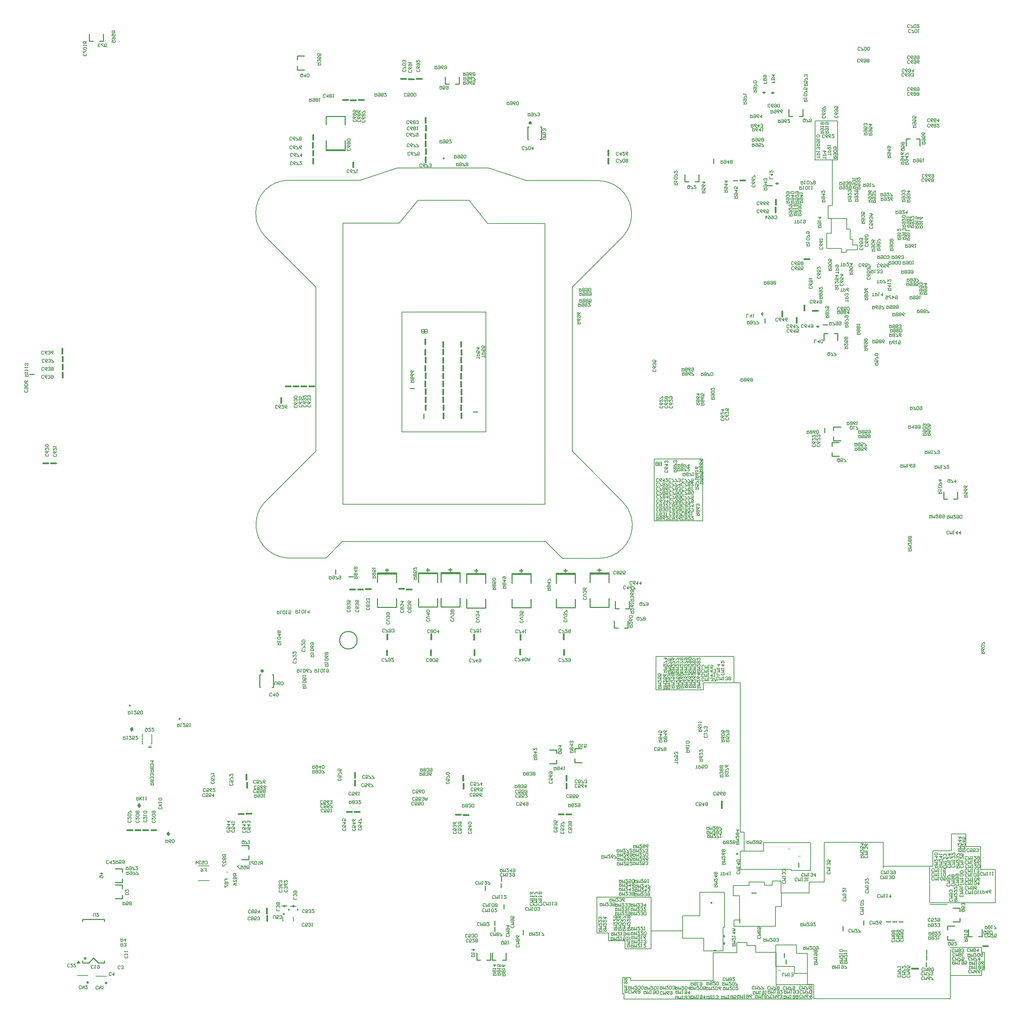
<source format=gbo>
%FSLAX25Y25*%
%MOIN*%
G70*
G01*
G75*
G04 Layer_Color=32896*
%ADD10C,0.01000*%
%ADD11C,0.00800*%
%ADD12C,0.06000*%
%ADD13C,0.00600*%
%ADD14C,0.07000*%
%ADD15C,0.00500*%
%ADD16C,0.04000*%
%ADD17C,0.02500*%
%ADD18C,0.06500*%
%ADD19C,0.01772*%
%ADD20C,0.01772*%
%ADD21O,0.01260X0.03543*%
%ADD22R,0.03465X0.03465*%
%ADD23R,0.03937X0.05276*%
%ADD24R,0.05276X0.03937*%
%ADD25R,0.03465X0.03465*%
%ADD26R,0.02284X0.02362*%
%ADD27O,0.01181X0.03937*%
%ADD28O,0.03937X0.01181*%
%ADD29O,0.03937X0.01181*%
%ADD30R,0.02362X0.02284*%
%ADD31R,0.02756X0.03543*%
%ADD32O,0.01181X0.06299*%
%ADD33O,0.05906X0.01260*%
%ADD34O,0.01260X0.05906*%
%ADD35C,0.01024*%
%ADD36O,0.01181X0.06299*%
%ADD37R,0.02362X0.02284*%
%ADD38R,0.04600X0.03200*%
%ADD39C,0.03150*%
%ADD40R,0.02677X0.06299*%
%ADD41O,0.00984X0.02992*%
%ADD42R,0.06299X0.07284*%
%ADD43O,0.00906X0.03937*%
%ADD44O,0.01299X0.03347*%
%ADD45O,0.03622X0.01024*%
%ADD46O,0.01299X0.08661*%
%ADD47R,0.09843X0.12992*%
%ADD48O,0.05315X0.01654*%
%ADD49R,0.03937X0.01772*%
%ADD50O,0.01181X0.02992*%
%ADD51R,0.02165X0.05315*%
%ADD52O,0.01378X0.06500*%
%ADD53R,0.01299X0.02756*%
%ADD54R,0.02756X0.01299*%
%ADD55O,0.03937X0.00906*%
%ADD56R,0.05118X0.05906*%
%ADD57R,0.05394X0.06496*%
%ADD58O,0.07087X0.01575*%
%ADD59O,0.03937X0.01260*%
%ADD60O,0.01260X0.03937*%
%ADD61R,0.07284X0.06299*%
%ADD62R,0.05197X0.02362*%
%ADD63O,0.05000X0.01575*%
%ADD64R,0.07874X0.02835*%
%ADD65O,0.01575X0.05906*%
%ADD66R,0.07008X0.12992*%
%ADD67R,0.02165X0.05315*%
%ADD68R,0.03543X0.02756*%
%ADD69O,0.02992X0.00984*%
%ADD70R,0.05315X0.02165*%
%ADD71C,0.01654*%
%ADD72C,0.01181*%
%ADD73O,0.01575X0.05000*%
%ADD74R,0.05000X0.05079*%
%ADD75R,0.14173X0.10236*%
%ADD76R,0.11811X0.08268*%
%ADD77R,0.03937X0.05276*%
%ADD78O,0.00984X0.03386*%
%ADD79O,0.01181X0.03600*%
%ADD80R,0.07874X0.08268*%
%ADD81R,0.10236X0.14173*%
%ADD82R,0.01575X0.03150*%
%ADD83R,0.03200X0.04600*%
%ADD84R,0.05079X0.05000*%
%ADD85O,0.01575X0.05433*%
%ADD86R,0.02362X0.05197*%
%ADD87O,0.01654X0.06102*%
%ADD88R,0.10236X0.05118*%
%ADD89R,0.08465X0.07874*%
%ADD90R,0.06378X0.02835*%
%ADD91R,0.08465X0.08071*%
%ADD92R,0.07874X0.04724*%
%ADD93O,0.03386X0.00984*%
%ADD94R,0.05906X0.05118*%
%ADD95O,0.01260X0.03937*%
%ADD96O,0.03937X0.01260*%
%ADD97R,0.06181X0.07165*%
%ADD98R,0.01890X0.03937*%
%ADD99R,0.02953X0.03937*%
%ADD100R,0.02284X0.02362*%
%ADD101R,0.03465X0.03465*%
%ADD102O,0.07500X0.02400*%
%ADD103R,0.03150X0.01575*%
%ADD104R,0.05748X0.04409*%
%ADD105O,0.01378X0.06772*%
%ADD106O,0.03937X0.01496*%
%ADD107O,0.08000X0.02400*%
%ADD108R,0.06693X0.02835*%
%ADD109O,0.03600X0.01181*%
%ADD110R,0.14173X0.10236*%
%ADD111R,0.07874X0.07677*%
%ADD112R,0.07284X0.06299*%
%ADD113O,0.07087X0.01575*%
%ADD114O,0.03937X0.01496*%
%ADD115O,0.03347X0.01299*%
%ADD116R,0.07874X0.07677*%
%ADD117R,0.08661X0.09843*%
%ADD118R,0.03465X0.03465*%
%ADD119R,0.17500X0.17500*%
%ADD120R,0.13780X0.09843*%
%ADD121R,0.05276X0.03937*%
%ADD122O,0.01181X0.03740*%
%ADD123O,0.03800X0.01181*%
%ADD124O,0.02677X0.08071*%
%ADD125O,0.01260X0.05700*%
%ADD126O,0.01181X0.10827*%
%ADD127R,0.06496X0.06496*%
%ADD128R,0.07874X0.07874*%
%ADD129R,0.07087X0.07087*%
%ADD130R,0.12205X0.08268*%
%ADD131R,0.12205X0.01693*%
%ADD132R,0.09843X0.06772*%
%ADD133R,0.20472X0.13780*%
%ADD134C,0.01024*%
%ADD135C,0.01200*%
%ADD136R,0.06496X0.06496*%
%ADD137R,0.13780X0.13780*%
%ADD138R,0.13780X0.09843*%
%ADD139R,0.16929X0.08661*%
%ADD140R,0.03937X0.01772*%
G04:AMPARAMS|DCode=141|XSize=39.37mil|YSize=52.76mil|CornerRadius=0mil|HoleSize=0mil|Usage=FLASHONLY|Rotation=90.000|XOffset=0mil|YOffset=0mil|HoleType=Round|Shape=Octagon|*
%AMOCTAGOND141*
4,1,8,-0.02638,-0.00984,-0.02638,0.00984,-0.01654,0.01969,0.01654,0.01969,0.02638,0.00984,0.02638,-0.00984,0.01654,-0.01969,-0.01654,-0.01969,-0.02638,-0.00984,0.0*
%
%ADD141OCTAGOND141*%

%ADD142C,0.04000*%
%ADD143R,0.05512X0.03937*%
%ADD144R,0.11221X0.13976*%
%ADD145C,0.01260*%
%ADD146R,0.04724X0.11024*%
%ADD147C,0.01772*%
%ADD148O,0.02362X0.14567*%
%ADD149C,0.01800*%
%ADD150C,0.01500*%
%ADD151C,0.02000*%
%ADD152C,0.00700*%
%ADD153C,0.01200*%
%ADD154C,0.01969*%
%ADD155C,0.03000*%
%ADD156C,0.01600*%
%ADD157C,0.01300*%
%ADD158C,0.00350*%
%ADD159C,0.00400*%
%ADD160C,0.00300*%
%ADD161C,0.00900*%
%ADD162R,0.05900X0.04550*%
%ADD163R,0.18350X0.18100*%
%ADD164R,0.06850X0.04700*%
%ADD165R,0.16050X0.28800*%
%ADD166R,0.10850X0.06672*%
%ADD167R,0.10700X0.03150*%
%ADD168R,0.11100X0.08100*%
%ADD169R,0.22300X0.22300*%
%ADD170R,0.02500X0.02950*%
%ADD171R,0.03800X0.02950*%
%ADD172R,0.06900X0.06650*%
%ADD173R,0.03100X0.03600*%
%ADD174R,0.19050X0.02650*%
%ADD175R,0.02450X0.09200*%
%ADD176R,0.03550X0.06550*%
%ADD177R,0.02550X0.02600*%
%ADD178R,0.18600X0.02300*%
%ADD179R,0.01971X0.08558*%
%ADD180C,0.03937*%
%ADD181O,0.04528X0.04921*%
%ADD182C,0.04331*%
%ADD183C,0.04134*%
%ADD184C,0.05709*%
%ADD185C,0.07874*%
%ADD186C,0.05315*%
%ADD187O,0.04528X0.04921*%
%ADD188C,0.05906*%
%ADD189R,0.05709X0.05709*%
%ADD190R,0.04134X0.04134*%
%ADD191R,0.05906X0.05906*%
%ADD192C,0.05906*%
%ADD193R,0.05906X0.05906*%
%ADD194R,0.04528X0.04921*%
%ADD195C,0.06102*%
%ADD196R,0.06102X0.06102*%
%ADD197R,0.05315X0.05315*%
%ADD198C,0.05118*%
%ADD199C,0.06102*%
%ADD200O,0.05118X0.05118*%
%ADD201C,0.05512*%
%ADD202C,0.05000*%
%ADD203C,0.06200*%
%ADD204R,0.05906X0.05906*%
%ADD205R,0.04331X0.04528*%
%ADD206C,0.06500*%
%ADD207R,0.06500X0.06500*%
%ADD208R,0.05709X0.05709*%
%ADD209R,0.06200X0.06200*%
%ADD210C,0.06299*%
%ADD211R,0.06299X0.06299*%
%ADD212R,0.05709X0.05709*%
%ADD213C,0.04331*%
%ADD214R,0.05315X0.05315*%
%ADD215R,0.05000X0.05000*%
%ADD216R,0.05315X0.05315*%
%ADD217C,0.05315*%
%ADD218R,0.05315X0.05315*%
%ADD219C,0.07874*%
%ADD220C,0.04134*%
%ADD221O,0.04331X0.03937*%
%ADD222O,0.04331X0.03937*%
%ADD223R,0.05118X0.05118*%
%ADD224C,0.06299*%
%ADD225C,0.05709*%
%ADD226R,0.04134X0.04134*%
%ADD227O,0.14567X0.05000*%
%ADD228C,0.12205*%
%ADD229C,0.12205*%
%ADD230C,0.05118*%
%ADD231C,0.08268*%
%ADD232C,0.08268*%
%ADD233C,0.05512*%
%ADD234O,0.15354X0.05906*%
%ADD235O,0.11811X0.06221*%
%ADD236R,0.04134X0.04134*%
%ADD237C,0.22441*%
%ADD238C,0.02165*%
%ADD239C,0.01969*%
%ADD240C,0.02165*%
%ADD241C,0.02559*%
%ADD242C,0.02047*%
%ADD243C,0.02362*%
%ADD244C,0.02756*%
%ADD245C,0.01890*%
%ADD246C,0.01890*%
%ADD247C,0.03543*%
%ADD248C,0.02559*%
%ADD249C,0.02047*%
%ADD250C,0.03543*%
%ADD251C,0.03150*%
%ADD252C,0.02756*%
%ADD253R,0.24200X0.05950*%
%ADD254R,0.23900X0.06050*%
%ADD255R,0.05911X0.06527*%
%ADD256R,0.06150X0.03200*%
%ADD257R,0.09050X0.02750*%
%ADD258R,0.05216X0.03337*%
%ADD259R,0.06800X0.01900*%
%ADD260R,0.04950X0.07100*%
%ADD261R,0.07750X0.02200*%
%ADD262R,0.03719X0.04789*%
%ADD263R,0.06700X0.02700*%
%ADD264R,0.14425X0.06794*%
%ADD265R,0.11550X0.03200*%
%ADD266R,0.32600X0.02950*%
%ADD267R,0.33585X0.02339*%
%ADD268R,0.05859X0.04781*%
%ADD269R,0.02737X0.07120*%
%ADD270R,0.04000X0.04100*%
%ADD271C,0.02800*%
%ADD272R,0.07309X0.09456*%
%ADD273R,0.24200X0.06150*%
%ADD274R,0.11000X0.05750*%
%ADD275R,0.13400X0.11100*%
%ADD276R,0.03300X0.01150*%
%ADD277R,0.23000X0.05750*%
%ADD278R,0.24600X0.06350*%
%ADD279R,0.24350X0.06500*%
%ADD280R,0.02900X0.09800*%
%ADD281R,0.21100X0.02900*%
%ADD282R,0.03178X0.10400*%
%ADD283R,0.19100X0.03150*%
%ADD284R,0.07500X0.04250*%
%ADD285R,0.11750X0.02150*%
%ADD286R,0.19182X0.02374*%
%ADD287R,0.02300X0.10000*%
%ADD288R,0.03150X0.11085*%
%ADD289R,0.34850X0.02950*%
%ADD290R,0.33337X0.02093*%
%ADD291R,0.03150X0.04921*%
%ADD292R,0.01772X0.03937*%
%ADD293R,0.01260X0.03347*%
%ADD294R,0.01693X0.02598*%
%ADD295R,0.07087X0.12992*%
%ADD296R,0.04921X0.03150*%
%ADD297O,0.06500X0.01378*%
%ADD298O,0.06772X0.01378*%
%ADD299C,0.02598*%
%ADD300O,0.03150X0.02800*%
%ADD301R,0.04921X0.03150*%
%ADD302R,0.03937X0.05118*%
%ADD303R,0.11811X0.08268*%
%ADD304R,0.07087X0.12992*%
%ADD305O,0.01260X0.02992*%
%ADD306R,0.03543X0.03937*%
%ADD307R,0.16929X0.08661*%
%ADD308R,0.01772X0.03937*%
%ADD309C,0.02598*%
%ADD310R,0.03150X0.04921*%
%ADD311R,0.22050X0.22150*%
%ADD312R,0.08800X0.13800*%
%ADD313R,0.06850X0.09350*%
%ADD314R,0.06700X0.06650*%
%ADD315R,0.04883X0.10114*%
%ADD316R,0.04200X0.08450*%
%ADD317R,0.05300X0.06350*%
%ADD318R,0.01850X0.01750*%
%ADD319R,0.08350X0.05850*%
%ADD320R,0.08862X0.08774*%
%ADD321R,1.37250X0.04150*%
%ADD322R,0.05150X0.04000*%
%ADD323R,0.02150X0.01200*%
%ADD324R,0.03900X0.03450*%
%ADD325R,0.06050X0.17150*%
%ADD326R,0.06219X0.12738*%
%ADD327R,0.01550X0.05150*%
%ADD328R,0.05500X0.03350*%
%ADD329R,0.00850X0.01038*%
%ADD330R,0.01550X0.01750*%
%ADD331C,0.00550*%
%ADD332C,0.00450*%
%ADD333C,0.01972*%
%ADD334C,0.01972*%
%ADD335O,0.01460X0.03743*%
%ADD336R,0.03665X0.03665*%
%ADD337R,0.04137X0.05476*%
%ADD338R,0.05476X0.04137*%
%ADD339R,0.03665X0.03665*%
%ADD340R,0.02484X0.02562*%
%ADD341O,0.01381X0.04137*%
%ADD342O,0.04137X0.01381*%
%ADD343O,0.04137X0.01381*%
%ADD344R,0.02562X0.02484*%
%ADD345R,0.02956X0.03743*%
%ADD346O,0.01381X0.06499*%
%ADD347O,0.06106X0.01460*%
%ADD348O,0.01460X0.06106*%
%ADD349C,0.01224*%
%ADD350O,0.01381X0.06499*%
%ADD351R,0.02562X0.02484*%
%ADD352R,0.04800X0.03400*%
%ADD353C,0.03350*%
%ADD354R,0.02877X0.06499*%
%ADD355O,0.01184X0.03192*%
%ADD356R,0.06499X0.07484*%
%ADD357O,0.01106X0.04137*%
%ADD358O,0.01499X0.03547*%
%ADD359O,0.03822X0.01224*%
%ADD360O,0.01499X0.08861*%
%ADD361R,0.10043X0.13192*%
%ADD362O,0.05515X0.01854*%
%ADD363R,0.04137X0.01972*%
%ADD364O,0.01381X0.03192*%
%ADD365R,0.02365X0.05515*%
%ADD366O,0.01578X0.06700*%
%ADD367R,0.01499X0.02956*%
%ADD368R,0.02956X0.01499*%
%ADD369O,0.04137X0.01106*%
%ADD370R,0.05318X0.06106*%
%ADD371R,0.05594X0.06696*%
%ADD372O,0.07287X0.01775*%
%ADD373O,0.04137X0.01460*%
%ADD374O,0.01460X0.04137*%
%ADD375R,0.07484X0.06499*%
%ADD376R,0.05397X0.02562*%
%ADD377O,0.05200X0.01775*%
%ADD378R,0.08074X0.03035*%
%ADD379O,0.01775X0.06106*%
%ADD380R,0.07208X0.13192*%
%ADD381R,0.02365X0.05515*%
%ADD382R,0.03743X0.02956*%
%ADD383O,0.03192X0.01184*%
%ADD384R,0.05515X0.02365*%
%ADD385C,0.01854*%
%ADD386C,0.01381*%
%ADD387O,0.01775X0.05200*%
%ADD388R,0.05200X0.05279*%
%ADD389R,0.14373X0.10436*%
%ADD390R,0.12011X0.08468*%
%ADD391R,0.04137X0.05476*%
%ADD392O,0.01184X0.03586*%
%ADD393O,0.01381X0.03800*%
%ADD394R,0.08074X0.08468*%
%ADD395R,0.10436X0.14373*%
%ADD396R,0.01775X0.03350*%
%ADD397R,0.03400X0.04800*%
%ADD398R,0.05279X0.05200*%
%ADD399O,0.01775X0.05633*%
%ADD400R,0.02562X0.05397*%
%ADD401O,0.01854X0.06302*%
%ADD402R,0.10436X0.05318*%
%ADD403R,0.08665X0.08074*%
%ADD404R,0.06578X0.03035*%
%ADD405R,0.08665X0.08271*%
%ADD406R,0.08074X0.04924*%
%ADD407O,0.03586X0.01184*%
%ADD408R,0.06106X0.05318*%
%ADD409O,0.01460X0.04137*%
%ADD410O,0.04137X0.01460*%
%ADD411R,0.06381X0.07365*%
%ADD412R,0.02090X0.04137*%
%ADD413R,0.03153X0.04137*%
%ADD414R,0.02484X0.02562*%
%ADD415R,0.03665X0.03665*%
%ADD416O,0.08300X0.03200*%
%ADD417R,0.03350X0.01775*%
%ADD418R,0.05948X0.04609*%
%ADD419C,0.01624*%
%ADD420O,0.01578X0.06972*%
%ADD421O,0.04137X0.01696*%
%ADD422O,0.08800X0.03200*%
%ADD423R,0.06893X0.03035*%
%ADD424O,0.03800X0.01381*%
%ADD425R,0.14373X0.10436*%
%ADD426R,0.08074X0.07877*%
%ADD427R,0.07484X0.06499*%
%ADD428O,0.07287X0.01775*%
%ADD429O,0.04137X0.01696*%
%ADD430O,0.03547X0.01499*%
%ADD431R,0.08074X0.07877*%
%ADD432R,0.08861X0.10043*%
%ADD433R,0.03665X0.03665*%
%ADD434R,0.17700X0.17700*%
%ADD435R,0.13979X0.10043*%
%ADD436R,0.05476X0.04137*%
%ADD437O,0.01381X0.03940*%
%ADD438O,0.04000X0.01381*%
%ADD439O,0.02877X0.08271*%
%ADD440O,0.01460X0.05900*%
%ADD441O,0.01381X0.11027*%
%ADD442R,0.06696X0.06696*%
%ADD443R,0.08074X0.08074*%
%ADD444R,0.07287X0.07287*%
%ADD445R,0.12405X0.08468*%
%ADD446R,0.12405X0.01893*%
%ADD447R,0.10043X0.06972*%
%ADD448R,0.20672X0.13979*%
%ADD449C,0.01224*%
%ADD450C,0.01400*%
%ADD451R,0.06696X0.06696*%
%ADD452R,0.13979X0.13979*%
%ADD453R,0.13979X0.10043*%
%ADD454R,0.17129X0.08861*%
%ADD455R,0.04137X0.01972*%
G04:AMPARAMS|DCode=456|XSize=41.37mil|YSize=54.76mil|CornerRadius=0mil|HoleSize=0mil|Usage=FLASHONLY|Rotation=90.000|XOffset=0mil|YOffset=0mil|HoleType=Round|Shape=Octagon|*
%AMOCTAGOND456*
4,1,8,-0.02738,-0.01034,-0.02738,0.01034,-0.01704,0.02069,0.01704,0.02069,0.02738,0.01034,0.02738,-0.01034,0.01704,-0.02069,-0.01704,-0.02069,-0.02738,-0.01034,0.0*
%
%ADD456OCTAGOND456*%

%ADD457C,0.04200*%
%ADD458R,0.05712X0.04137*%
%ADD459R,0.11421X0.14176*%
%ADD460C,0.01460*%
%ADD461R,0.04924X0.11224*%
%ADD462C,0.01972*%
%ADD463O,0.02562X0.14767*%
%ADD464C,0.04137*%
%ADD465O,0.04728X0.05121*%
%ADD466C,0.04531*%
%ADD467C,0.04334*%
%ADD468C,0.05909*%
%ADD469C,0.08674*%
%ADD470C,0.05515*%
%ADD471O,0.04728X0.05121*%
%ADD472C,0.06106*%
%ADD473R,0.05909X0.05909*%
%ADD474R,0.04334X0.04334*%
%ADD475R,0.06106X0.06106*%
%ADD476C,0.06106*%
%ADD477R,0.06106X0.06106*%
%ADD478R,0.04728X0.05121*%
%ADD479C,0.06302*%
%ADD480R,0.06302X0.06302*%
%ADD481R,0.05515X0.05515*%
%ADD482C,0.05318*%
%ADD483C,0.06302*%
%ADD484O,0.05318X0.05318*%
%ADD485C,0.05712*%
%ADD486C,0.05800*%
%ADD487C,0.07000*%
%ADD488R,0.06106X0.06106*%
%ADD489R,0.04531X0.04728*%
%ADD490C,0.07300*%
%ADD491R,0.07300X0.07300*%
%ADD492C,0.06509*%
%ADD493R,0.06509X0.06509*%
%ADD494R,0.07000X0.07000*%
%ADD495C,0.06499*%
%ADD496R,0.06499X0.06499*%
%ADD497R,0.05909X0.05909*%
%ADD498C,0.04531*%
%ADD499R,0.05515X0.05515*%
%ADD500R,0.05800X0.05800*%
%ADD501R,0.05515X0.05515*%
%ADD502C,0.05515*%
%ADD503R,0.05515X0.05515*%
%ADD504R,0.06509X0.06509*%
%ADD505C,0.08074*%
%ADD506C,0.08074*%
%ADD507C,0.04334*%
%ADD508O,0.04531X0.04137*%
%ADD509O,0.04531X0.04137*%
%ADD510R,0.05318X0.05318*%
%ADD511C,0.06499*%
%ADD512C,0.05909*%
%ADD513R,0.04334X0.04334*%
%ADD514O,0.14767X0.05200*%
%ADD515C,0.12405*%
%ADD516C,0.12405*%
%ADD517C,0.05318*%
%ADD518C,0.08468*%
%ADD519C,0.08468*%
%ADD520C,0.05712*%
%ADD521O,0.15554X0.06106*%
%ADD522O,0.12011X0.06421*%
%ADD523R,0.04334X0.04334*%
%ADD524C,0.22641*%
%ADD525R,0.03350X0.05121*%
%ADD526R,0.01972X0.04137*%
%ADD527R,0.01460X0.03547*%
%ADD528R,0.01893X0.02798*%
%ADD529R,0.07287X0.13192*%
%ADD530R,0.05121X0.03350*%
%ADD531O,0.06700X0.01578*%
%ADD532O,0.06972X0.01578*%
%ADD533C,0.02798*%
%ADD534O,0.03350X0.03000*%
%ADD535C,0.02365*%
%ADD536R,0.05121X0.03350*%
%ADD537R,0.04137X0.05318*%
%ADD538R,0.12011X0.08468*%
%ADD539R,0.07287X0.13192*%
%ADD540O,0.01460X0.03192*%
%ADD541R,0.03743X0.04137*%
%ADD542R,0.17129X0.08861*%
%ADD543R,0.01972X0.04137*%
%ADD544C,0.02798*%
%ADD545R,0.03350X0.05121*%
D10*
X4061883Y2527600D02*
G03*
X4061883Y2527600I-583J0D01*
G01*
X3979149Y2070500D02*
G03*
X3979149Y2070500I-8349J0D01*
G01*
X3721867Y1768700D02*
G03*
X3721867Y1768700I-854J0D01*
G01*
X3724121Y1745879D02*
G03*
X3724121Y1745879I-721J0D01*
G01*
X3741621Y1745379D02*
G03*
X3741621Y1745379I-721J0D01*
G01*
X3764083Y2008500D02*
G03*
X3764083Y2008500I-583J0D01*
G01*
X3811183Y1996000D02*
G03*
X3811183Y1996000I-583J0D01*
G01*
X4315840Y1821500D02*
G03*
X4315840Y1821500I-640J0D01*
G01*
X4100700Y1833100D02*
Y1837300D01*
X4152700Y2545500D02*
X4153800D01*
Y2557600D01*
X4152800D02*
X4153800D01*
X4140800D02*
X4141800D01*
X4140800Y2545500D02*
Y2557600D01*
Y2545500D02*
X4141500D01*
X3764600Y1985600D02*
X3765200Y1986900D01*
X3764600Y1985600D02*
X3765400Y1985700D01*
X3765200Y1986900D02*
X3765400Y1985700D01*
X3763800Y1986500D02*
X3765400Y1987700D01*
X3763800Y1986500D02*
X3764900Y1984500D01*
X3766400Y1986000D01*
X3765400Y1987700D02*
X3766400Y1986000D01*
X3800100Y1888600D02*
X3801100Y1886900D01*
X3799600Y1885400D02*
X3801100Y1886900D01*
X3798500Y1887400D02*
X3799600Y1885400D01*
X3798500Y1887400D02*
X3800100Y1888600D01*
X3799900Y1887800D02*
X3800100Y1886600D01*
X3799300Y1886500D02*
X3800100Y1886600D01*
X3799300Y1886500D02*
X3799900Y1887800D01*
X3771600Y1913200D02*
X3772200Y1914500D01*
X3771600Y1913200D02*
X3772400Y1913300D01*
X3772200Y1914500D02*
X3772400Y1913300D01*
X3770800Y1914100D02*
X3772400Y1915300D01*
X3770800Y1914100D02*
X3771900Y1912100D01*
X3773400Y1913600D01*
X3772400Y1915300D02*
X3773400Y1913600D01*
X3886500Y2025700D02*
X3887200D01*
X3886500D02*
Y2037800D01*
X3887500D01*
X3898500D02*
X3899500D01*
Y2025700D02*
Y2037800D01*
X3898400Y2025700D02*
X3899500D01*
X3869700Y1862600D02*
X3876400D01*
Y1866100D01*
Y1872200D02*
Y1875700D01*
X3869700D02*
X3876400D01*
X3749713Y1840700D02*
X3756413D01*
Y1844200D01*
Y1850300D02*
Y1853800D01*
X3749713D02*
X3756413D01*
X3749713Y1825300D02*
X3756413D01*
Y1828800D01*
Y1834900D02*
Y1838400D01*
X3749713D02*
X3756413D01*
X3718513Y1803900D02*
Y1805800D01*
X3739413D01*
Y1803900D02*
Y1805800D01*
X3714513Y1764900D02*
Y1766100D01*
X3713313Y1764600D02*
X3714513Y1766100D01*
X3713313Y1764600D02*
X3715612D01*
X3714613Y1766100D02*
X3715612Y1764600D01*
X3718613D02*
Y1766500D01*
Y1764600D02*
X3724713D01*
X3729113Y1769000D01*
X3733512Y1764600D01*
X3739413D01*
Y1766500D01*
X4115800Y1841800D02*
Y1846000D01*
X4115600Y1835700D02*
Y1839900D01*
X4118400Y1815700D02*
Y1819900D01*
X4109600Y1800000D02*
Y1804200D01*
Y1794200D02*
Y1798400D01*
X4136700Y1791400D02*
Y1795600D01*
X4092500Y1767000D02*
Y1773700D01*
Y1767000D02*
X4096000D01*
X4102100D02*
X4105600D01*
Y1773700D01*
X4107200Y1767100D02*
Y1773800D01*
Y1767100D02*
X4110700D01*
X4116800D02*
X4120300D01*
Y1773800D01*
X4342050Y1802400D02*
Y1806600D01*
X4353350Y1830700D02*
X4357550D01*
X4397850Y1855000D02*
Y1859200D01*
X4384350Y1769300D02*
Y1773500D01*
X4386050Y1763400D02*
Y1767600D01*
X4440000Y1794800D02*
Y1799000D01*
X4459700Y1800400D02*
Y1804600D01*
X4492900Y1803300D02*
X4497100D01*
X4487000D02*
X4491200D01*
X4481100D02*
X4485300D01*
X4519100Y1760700D02*
Y1764900D01*
X4519200Y1772600D02*
Y1776800D01*
Y1767100D02*
Y1771300D01*
X4544300Y1803400D02*
X4551000D01*
Y1806900D01*
Y1813000D02*
Y1816500D01*
X4544300D02*
X4551000D01*
X4539200Y1799300D02*
X4545900D01*
X4539200Y1795800D02*
Y1799300D01*
Y1786200D02*
Y1789700D01*
Y1786200D02*
X4545900D01*
X4559000Y1789500D02*
Y1796200D01*
Y1789500D02*
X4562500D01*
X4568600D02*
X4572100D01*
Y1796200D01*
X4185600Y1967700D02*
X4192300D01*
X4185600Y1964200D02*
Y1967700D01*
Y1954600D02*
Y1958100D01*
Y1954600D02*
X4192300D01*
X4161700Y1953400D02*
X4168400D01*
Y1956900D01*
Y1963000D02*
Y1966500D01*
X4161700D02*
X4168400D01*
X4535500Y2204300D02*
Y2211000D01*
Y2204300D02*
X4539000D01*
X4545100D02*
X4548600D01*
Y2211000D01*
X4431100Y2272900D02*
X4437800D01*
X4431100Y2269400D02*
Y2272900D01*
Y2259800D02*
Y2263300D01*
Y2259800D02*
X4437800D01*
X4429500Y2258100D02*
X4436200D01*
X4429500Y2254600D02*
Y2258100D01*
Y2245000D02*
Y2248500D01*
Y2245000D02*
X4436200D01*
X4224100Y2100600D02*
Y2107300D01*
Y2100600D02*
X4227600D01*
X4233700D02*
X4237200D01*
Y2107300D01*
X4223000Y2082100D02*
Y2088800D01*
Y2082100D02*
X4226500D01*
X4232600D02*
X4236100D01*
Y2088800D01*
X3958600Y2133200D02*
Y2137400D01*
X3971100Y2130800D02*
X3975300D01*
X4089200Y2287000D02*
X4093400D01*
X4042200Y2280900D02*
Y2285100D01*
X4029200Y2309300D02*
X4033400D01*
X3668400Y2322800D02*
X3672600D01*
X4317300Y2522800D02*
Y2527000D01*
X4335800Y2506500D02*
X4340000D01*
X4368700Y2501800D02*
X4372900D01*
X4500000Y2539400D02*
Y2546100D01*
X4503500D01*
X4509600D02*
X4513100D01*
Y2539400D02*
Y2546100D01*
X4401800Y2567400D02*
Y2574100D01*
X4398300Y2567400D02*
X4401800D01*
X4388700D02*
X4392200D01*
X4388700D02*
Y2574100D01*
X4303200Y2505400D02*
Y2512100D01*
X4299700Y2505400D02*
X4303200D01*
X4290100D02*
X4293600D01*
X4290100D02*
Y2512100D01*
X3922300Y2611600D02*
X3929000D01*
X3922300D02*
Y2615100D01*
Y2621200D02*
Y2624700D01*
X3929000D01*
X3738200Y2638900D02*
Y2645600D01*
X3734700Y2638900D02*
X3738200D01*
X3725100D02*
X3728600D01*
X3725100D02*
Y2645600D01*
X4075800Y2598200D02*
Y2604900D01*
X4072300Y2598200D02*
X4075800D01*
X4062700D02*
X4066200D01*
X4062700D02*
Y2604900D01*
X3949800Y2535800D02*
X3967400D01*
X3949500Y2559400D02*
Y2567600D01*
X3967500D01*
Y2559400D02*
Y2567600D01*
Y2535000D02*
Y2544400D01*
X3949500Y2535000D02*
X3967500D01*
X3949500D02*
Y2544400D01*
X4200000Y2133600D02*
X4217600D01*
X4217900Y2101800D02*
Y2110000D01*
X4199900Y2101800D02*
X4217900D01*
X4199900D02*
Y2110000D01*
Y2125000D02*
Y2134400D01*
X4217900D01*
Y2125000D02*
Y2134400D01*
X4207100Y2137000D02*
X4210500D01*
X4208700Y2135400D02*
Y2138600D01*
X4176700Y2135000D02*
Y2138200D01*
X4175100Y2136600D02*
X4178500D01*
X4185900Y2124600D02*
Y2134000D01*
X4167900D02*
X4185900D01*
X4167900Y2124600D02*
Y2134000D01*
Y2101400D02*
Y2109600D01*
Y2101400D02*
X4185900D01*
Y2109600D01*
X4168000Y2133200D02*
X4185600D01*
X4058600Y2133900D02*
X4076200D01*
X4076500Y2102100D02*
Y2110300D01*
X4058500Y2102100D02*
X4076500D01*
X4058500D02*
Y2110300D01*
Y2125300D02*
Y2134700D01*
X4076500D01*
Y2125300D02*
Y2134700D01*
X4065700Y2137300D02*
X4069100D01*
X4067300Y2135700D02*
Y2138900D01*
X4007200Y2135400D02*
Y2138600D01*
X4005600Y2137000D02*
X4009000D01*
X4016400Y2125000D02*
Y2134400D01*
X3998400D02*
X4016400D01*
X3998400Y2125000D02*
Y2134400D01*
Y2101800D02*
Y2110000D01*
Y2101800D02*
X4016400D01*
Y2110000D01*
X3998500Y2133600D02*
X4016100D01*
X4037400Y2133800D02*
X4055000D01*
X4055300Y2102000D02*
Y2110200D01*
X4037300Y2102000D02*
X4055300D01*
X4037300D02*
Y2110200D01*
Y2125200D02*
Y2134600D01*
X4055300D01*
Y2125200D02*
Y2134600D01*
X4044500Y2137200D02*
X4047900D01*
X4046100Y2135600D02*
Y2138800D01*
X4091800Y2134800D02*
Y2138000D01*
X4090200Y2136400D02*
X4093600D01*
X4101000Y2124400D02*
Y2133800D01*
X4083000D02*
X4101000D01*
X4083000Y2124400D02*
Y2133800D01*
Y2101200D02*
Y2109400D01*
Y2101200D02*
X4101000D01*
Y2109400D01*
X4083100Y2133000D02*
X4100700D01*
X4125900Y2133100D02*
X4143500D01*
X4143800Y2101300D02*
Y2109500D01*
X4125800Y2101300D02*
X4143800D01*
X4125800D02*
Y2109500D01*
Y2124500D02*
Y2133900D01*
X4143800D01*
Y2124500D02*
Y2133900D01*
X4133000Y2136500D02*
X4136400D01*
X4134600Y2134900D02*
Y2138100D01*
X4366100Y2371300D02*
Y2375500D01*
X4421100Y2369800D02*
X4425300D01*
X4422000Y2354900D02*
Y2361600D01*
X4425500D01*
X4431600D02*
X4435100D01*
Y2354900D02*
Y2361600D01*
X4422600Y2267500D02*
Y2271700D01*
D11*
X3891600Y2201600D02*
G03*
X3912556Y2148616I23100J-21500D01*
G01*
X3913900Y2506800D02*
G03*
X3882900Y2475800I0J-31000D01*
G01*
X4230100Y2452200D02*
G03*
X4209397Y2506338I-22300J22500D01*
G01*
X4208600Y2148200D02*
G03*
X4240200Y2179800I0J31600D01*
G01*
X4428800Y2456500D02*
Y2470100D01*
X4424700Y2456500D02*
X4428800D01*
X4424700Y2442000D02*
Y2456500D01*
Y2442000D02*
X4438700D01*
Y2438500D02*
Y2442000D01*
Y2438500D02*
X4443200D01*
Y2440700D01*
X4453800D01*
Y2445500D01*
X4449200D02*
X4453800D01*
X4449200D02*
Y2450900D01*
X4446800D02*
X4449200D01*
X4446800D02*
Y2460300D01*
X4443700D02*
X4446800D01*
X4443700D02*
Y2470400D01*
X4426100D02*
X4443700D01*
X4426100D02*
Y2482900D01*
X4430100D01*
Y2526000D01*
X4413600D02*
X4430100D01*
X4413600D02*
Y2563000D01*
X4435100D01*
Y2526000D02*
Y2563000D01*
X4414100Y2526000D02*
X4435100D01*
X4260800Y2242300D02*
X4264300D01*
X4260800Y2183700D02*
Y2242300D01*
Y2183700D02*
X4307100D01*
Y2242300D01*
X4261500D02*
X4307100D01*
X4021500Y2268200D02*
X4024800D01*
X4021500D02*
Y2381900D01*
X4101300D01*
Y2268200D02*
Y2381900D01*
X4021900Y2268200D02*
X4101300D01*
X3965600Y2199600D02*
X3977400D01*
X3965600D02*
Y2466100D01*
X4019100D01*
X4036800Y2487700D01*
X4085300D01*
X4102900Y2465900D01*
X4157200D01*
Y2199600D02*
Y2465900D01*
X3966400Y2199600D02*
X4157200D01*
X3965100Y2164200D02*
X3975000D01*
X3949516Y2148616D02*
X3965100Y2164200D01*
X3912556Y2148616D02*
X3949516D01*
X3891600Y2201600D02*
X3939800Y2249800D01*
Y2405600D01*
X3890800Y2454600D02*
X3939800Y2405600D01*
X3887900Y2458600D02*
X3890800Y2454600D01*
X3885200Y2463900D02*
X3887900Y2458600D01*
X3883700Y2467700D02*
X3885200Y2463900D01*
X3882900Y2475800D02*
X3883700Y2467700D01*
X3913900Y2506800D02*
X3982100D01*
X4017200Y2518600D01*
X4103500D01*
X4140162Y2506338D01*
X4209397D01*
X4183200Y2405300D02*
X4230100Y2452200D01*
X4183200Y2249700D02*
Y2405300D01*
Y2249700D02*
X4231700Y2201000D01*
X4235800Y2195500D01*
X4239300Y2187400D01*
X4240200Y2179800D01*
X4173800Y2148200D02*
X4208600D01*
X4157800Y2164200D02*
X4173800Y2148200D01*
X3965100Y2164200D02*
X4157800D01*
X4257850Y1777800D02*
Y1795400D01*
X4233150Y1777800D02*
X4257850D01*
X4233150D02*
Y1785400D01*
X4217450D02*
X4233150D01*
X4217450D02*
Y1792900D01*
X4206550D02*
X4217450D01*
X4206550D02*
Y1826900D01*
X4257850D01*
Y1794800D02*
Y1826900D01*
Y1794800D02*
X4287450D01*
X4304400Y1831500D02*
X4306800D01*
X4304400Y1809200D02*
Y1831500D01*
X4287800Y1809200D02*
X4304400D01*
X4287800Y1787900D02*
Y1809200D01*
Y1787900D02*
X4307900D01*
Y1775900D02*
Y1787900D01*
Y1775900D02*
X4326300D01*
Y1798000D01*
X4327500D01*
Y1831500D01*
X4305000D02*
X4327500D01*
X4381500Y1817900D02*
Y1831000D01*
X4375800Y1817900D02*
X4381500D01*
X4375800Y1799100D02*
Y1817900D01*
X4336500Y1799100D02*
X4375800D01*
X4336500D02*
Y1805100D01*
X4341800D01*
Y1828100D01*
X4335900D02*
X4341800D01*
X4335900D02*
Y1837800D01*
X4350900D01*
Y1841100D01*
X4365500D01*
Y1838100D02*
Y1841100D01*
Y1838100D02*
X4373100D01*
Y1842000D01*
X4381200D01*
Y1830900D02*
Y1842000D01*
Y1830900D02*
X4408100D01*
Y1841000D01*
X4422300D01*
Y1878800D01*
X4478200D01*
Y1854400D02*
Y1878800D01*
X4478050Y1856200D02*
X4522950D01*
X4522500Y1819800D02*
X4539100D01*
X4522350Y1821600D02*
Y1856200D01*
X4525150D01*
Y1870900D01*
X4542850D01*
Y1886900D01*
X4556550D01*
Y1874800D02*
Y1886900D01*
Y1874800D02*
X4570650D01*
Y1853200D02*
Y1874800D01*
Y1853200D02*
X4584650D01*
Y1821600D02*
Y1853200D01*
X4522850Y1821600D02*
X4584650D01*
X4342500Y1870400D02*
X4348900D01*
X4342500Y1853100D02*
Y1870400D01*
Y1853100D02*
X4391100D01*
Y1852200D02*
Y1853100D01*
Y1852200D02*
X4409200D01*
Y1878600D01*
X4364700D02*
X4409200D01*
X4364700Y1870400D02*
Y1878600D01*
X4346200Y1870400D02*
X4364700D01*
X4346200D02*
Y1888500D01*
X4342600D02*
X4346200D01*
X4342600D02*
Y2030150D01*
X4336600D02*
X4342600D01*
X4262600Y2023350D02*
Y2055150D01*
Y2023350D02*
X4307600D01*
Y2030150D01*
X4336600D01*
Y2055150D01*
X4262700D02*
X4336600D01*
X4232450Y1730050D02*
X4234950D01*
X4232250Y1730000D02*
Y1735000D01*
X4230850D02*
X4232250D01*
X4230850D02*
Y1750600D01*
X4238550D01*
Y1747700D02*
Y1750600D01*
Y1747700D02*
X4316650D01*
X4316800Y1745900D02*
Y1774200D01*
X4339300D01*
Y1783800D01*
X4349100D01*
Y1780800D02*
Y1783800D01*
Y1780800D02*
X4357300D01*
Y1774600D02*
Y1780800D01*
Y1774600D02*
X4376700D01*
Y1742000D02*
Y1774600D01*
X4376550Y1743800D02*
X4410550D01*
Y1730000D02*
Y1743800D01*
X4233450Y1730000D02*
X4410550D01*
X4394100Y1754500D02*
X4406200D01*
X4394100D02*
Y1761100D01*
X4376400D02*
X4394100D01*
X4376400D02*
Y1781500D01*
X4395900D01*
Y1773600D02*
Y1781500D01*
Y1773600D02*
X4406200D01*
Y1744200D02*
Y1773600D01*
Y1744200D02*
X4412300D01*
Y1730600D02*
Y1744200D01*
Y1730600D02*
X4542100D01*
Y1777200D01*
Y1750700D02*
Y1777200D01*
X4541950Y1752500D02*
X4571650D01*
Y1757900D01*
X4574350D01*
Y1774600D01*
X4571750D02*
X4574350D01*
X4571750D02*
Y1779000D01*
X4542150D02*
X4571750D01*
X3781100Y1968800D02*
X3783900D01*
X3782500Y1970200D02*
X3783900Y1968800D01*
X3781100D02*
X3782500Y1970200D01*
X3775300Y1972200D02*
X3775900D01*
X3775300D02*
Y1981100D01*
X3775800D01*
X3783800D02*
X3784300D01*
Y1972100D02*
Y1981100D01*
X3783700Y1972100D02*
X3784300D01*
X3828400Y1842600D02*
X3838500D01*
X3828400Y1856400D02*
X3838500D01*
X3913900Y1814900D02*
X3914700Y1814100D01*
Y1815800D01*
X3913900Y1815000D02*
X3914700Y1815800D01*
X3911500Y1818300D02*
X3913000D01*
X3910100Y1817400D02*
X3911500Y1818300D01*
X3908900D02*
X3910100Y1817400D01*
X3908900Y1818300D02*
X3910100Y1819100D01*
X3911400Y1818300D01*
X3907200D02*
X3911600D01*
X3915600Y1818200D02*
X3920000D01*
X3918500Y1819000D02*
X3919800Y1818200D01*
X3917300D02*
X3918500Y1819000D01*
X3917300Y1818200D02*
X3918500Y1817300D01*
X3919900Y1818200D01*
X3921400D01*
X3922300Y1814900D02*
X3923100Y1815700D01*
Y1814000D02*
Y1815700D01*
X3922300Y1814800D02*
X3923100Y1814000D01*
X3713700Y1752300D02*
X3723700D01*
X3731200Y1751800D02*
X3741200D01*
X3908600Y1811000D02*
X3910400D01*
X3909500Y1810100D02*
X3910400Y1811000D01*
X3908600D02*
X3909500Y1810100D01*
X3908600Y1804200D02*
Y1808000D01*
X3918700Y1804200D02*
Y1808000D01*
X4339450Y1868600D02*
X4340550Y1867500D01*
X4338450D02*
X4340550D01*
X4338450D02*
X4339450Y1868500D01*
X4326450Y1789800D02*
X4327450Y1788800D01*
Y1790900D01*
X4326350Y1789800D02*
X4327450Y1790900D01*
X4326450Y1782900D02*
X4327550Y1784000D01*
Y1781900D02*
Y1784000D01*
X4326550Y1782900D02*
X4327550Y1781900D01*
X4318550Y1775600D02*
X4319550Y1776600D01*
X4317450D02*
X4319550D01*
X4317450D02*
X4318550Y1775500D01*
X4376100Y2503800D02*
X4378200Y2503700D01*
X4376100Y2503800D02*
X4377400Y2504600D01*
X4379000Y2503800D01*
X4377600Y2502900D02*
X4379000Y2503800D01*
X4376100D02*
X4377600Y2502900D01*
X4371900Y2589800D02*
X4373400Y2588900D01*
X4374800Y2589800D01*
X4373200Y2590600D02*
X4374800Y2589800D01*
X4371900D02*
X4373200Y2590600D01*
X4371900Y2589800D02*
X4374000Y2589700D01*
X4363700Y2590000D02*
X4365800Y2589900D01*
X4363700Y2590000D02*
X4365000Y2590800D01*
X4366600Y2590000D01*
X4365200Y2589100D02*
X4366600Y2590000D01*
X4363700D02*
X4365200Y2589100D01*
X4415500Y2368100D02*
X4417600Y2368000D01*
X4416300Y2367200D02*
X4417600Y2368000D01*
X4414700D02*
X4416300Y2367200D01*
X4414700Y2368000D02*
X4416100Y2368900D01*
X4417600Y2368000D01*
X4363400Y2379400D02*
X4363500Y2381500D01*
X4364300Y2380200D01*
X4363500Y2378600D02*
X4364300Y2380200D01*
X4362600Y2380000D02*
X4363500Y2378600D01*
X4362600Y2380000D02*
X4363500Y2381500D01*
D13*
X3855705Y1850393D02*
G03*
X3856665Y1850548I395J607D01*
G01*
X3855705Y1850393D02*
G03*
X3854700Y1850400I-505J-393D01*
G01*
X4389145Y1872407D02*
G03*
X4390150Y1872400I505J393D01*
G01*
X4389145Y1872407D02*
G03*
X4388185Y1872252I-395J-607D01*
G01*
X4398755Y1865593D02*
G03*
X4397750Y1865600I-505J-393D01*
G01*
X4398755Y1865593D02*
G03*
X4399715Y1865748I395J607D01*
G01*
X4379645Y1757407D02*
G03*
X4380650Y1757400I505J393D01*
G01*
X4379645Y1757407D02*
G03*
X4378685Y1757252I-395J-607D01*
G01*
D15*
X4071400Y2530900D02*
Y2527901D01*
X4072900D01*
X4073399Y2528401D01*
Y2529400D01*
X4072900Y2529900D01*
X4071400D01*
X4072400D02*
X4073399Y2530900D01*
X4074399Y2530400D02*
X4074899Y2530900D01*
X4075899D01*
X4076398Y2530400D01*
Y2528401D01*
X4075899Y2527901D01*
X4074899D01*
X4074399Y2528401D01*
Y2528901D01*
X4074899Y2529400D01*
X4076398D01*
X4079398Y2527901D02*
X4077398D01*
Y2529400D01*
X4078398Y2528901D01*
X4078897D01*
X4079398Y2529400D01*
Y2530400D01*
X4078897Y2530900D01*
X4077898D01*
X4077398Y2530400D01*
X4080397Y2528401D02*
X4080897Y2527901D01*
X4081897D01*
X4082396Y2528401D01*
Y2530400D01*
X4081897Y2530900D01*
X4080897D01*
X4080397Y2530400D01*
Y2528401D01*
X4158299Y2545300D02*
X4155800D01*
X4155300Y2545800D01*
Y2546799D01*
X4155800Y2547299D01*
X4158299D01*
X4155300Y2548299D02*
X4158299D01*
X4157299Y2549299D01*
X4158299Y2550298D01*
X4155300D01*
Y2551298D02*
Y2552298D01*
Y2551798D01*
X4158299D01*
X4157799Y2551298D01*
Y2553797D02*
X4158299Y2554297D01*
Y2555297D01*
X4157799Y2555797D01*
X4157299D01*
X4156799Y2555297D01*
Y2554797D01*
Y2555297D01*
X4156300Y2555797D01*
X4155800D01*
X4155300Y2555297D01*
Y2554297D01*
X4155800Y2553797D01*
X4137599Y2536301D02*
X4137099Y2535801D01*
X4136100D01*
X4135600Y2536301D01*
Y2538300D01*
X4136100Y2538800D01*
X4137099D01*
X4137599Y2538300D01*
X4138599Y2535801D02*
X4140598D01*
Y2536301D01*
X4138599Y2538300D01*
Y2538800D01*
X4141598Y2536301D02*
X4142098Y2535801D01*
X4143098D01*
X4143597Y2536301D01*
Y2538300D01*
X4143098Y2538800D01*
X4142098D01*
X4141598Y2538300D01*
Y2536301D01*
X4146096Y2538800D02*
Y2535801D01*
X4144597Y2537300D01*
X4146597D01*
X4226999Y2524401D02*
X4226500Y2523901D01*
X4225500D01*
X4225000Y2524401D01*
Y2526400D01*
X4225500Y2526900D01*
X4226500D01*
X4226999Y2526400D01*
X4227999Y2523901D02*
X4229998D01*
Y2524401D01*
X4227999Y2526400D01*
Y2526900D01*
X4230998Y2524401D02*
X4231498Y2523901D01*
X4232498D01*
X4232998Y2524401D01*
Y2526400D01*
X4232498Y2526900D01*
X4231498D01*
X4230998Y2526400D01*
Y2524401D01*
X4233997D02*
X4234497Y2523901D01*
X4235497D01*
X4235996Y2524401D01*
Y2524901D01*
X4235497Y2525401D01*
X4235996Y2525900D01*
Y2526400D01*
X4235497Y2526900D01*
X4234497D01*
X4233997Y2526400D01*
Y2525900D01*
X4234497Y2525401D01*
X4233997Y2524901D01*
Y2524401D01*
X4234497Y2525401D02*
X4235497D01*
X4226999Y2531001D02*
X4226500Y2530501D01*
X4225500D01*
X4225000Y2531001D01*
Y2533000D01*
X4225500Y2533500D01*
X4226500D01*
X4226999Y2533000D01*
X4229499Y2533500D02*
Y2530501D01*
X4227999Y2532001D01*
X4229998D01*
X4232998Y2533500D02*
X4230998D01*
X4232998Y2531501D01*
Y2531001D01*
X4232498Y2530501D01*
X4231498D01*
X4230998Y2531001D01*
X4235996Y2530501D02*
X4234997Y2531001D01*
X4233997Y2532001D01*
Y2533000D01*
X4234497Y2533500D01*
X4235497D01*
X4235996Y2533000D01*
Y2532500D01*
X4235497Y2532001D01*
X4233997D01*
X4361449Y1789599D02*
X4361949Y1789100D01*
Y1788100D01*
X4361449Y1787600D01*
X4359450D01*
X4358950Y1788100D01*
Y1789100D01*
X4359450Y1789599D01*
X4358950Y1790599D02*
X4361949D01*
X4360949Y1791599D01*
X4361949Y1792598D01*
X4358950D01*
X4361449Y1793598D02*
X4361949Y1794098D01*
Y1795098D01*
X4361449Y1795597D01*
X4360949D01*
X4360450Y1795098D01*
X4359950Y1795597D01*
X4359450D01*
X4358950Y1795098D01*
Y1794098D01*
X4359450Y1793598D01*
X4359950D01*
X4360450Y1794098D01*
X4360949Y1793598D01*
X4361449D01*
X4360450Y1794098D02*
Y1795098D01*
X4361949Y1798596D02*
Y1796597D01*
X4360450D01*
X4360949Y1797597D01*
Y1798097D01*
X4360450Y1798596D01*
X4359450D01*
X4358950Y1798097D01*
Y1797097D01*
X4359450Y1796597D01*
X4335100Y1780300D02*
X4338099D01*
Y1781800D01*
X4337599Y1782299D01*
X4336599D01*
X4336100Y1781800D01*
Y1780300D01*
Y1781300D02*
X4335100Y1782299D01*
Y1783299D02*
X4338099D01*
X4337099Y1784299D01*
X4338099Y1785298D01*
X4335100D01*
Y1788297D02*
Y1786298D01*
X4337099Y1788297D01*
X4337599D01*
X4338099Y1787798D01*
Y1786798D01*
X4337599Y1786298D01*
X4335100Y1789297D02*
Y1790297D01*
Y1789797D01*
X4338099D01*
X4337599Y1789297D01*
X4335100Y1793296D02*
X4338099D01*
X4336599Y1791796D01*
Y1793796D01*
X4335100Y1794795D02*
X4337099D01*
X4338099Y1795795D01*
X4337099Y1796795D01*
X4335100D01*
X4336599D01*
Y1794795D01*
X4364950Y1787700D02*
Y1784701D01*
X4366449D01*
X4366949Y1785201D01*
Y1786201D01*
X4366449Y1786700D01*
X4364950D01*
X4365950D02*
X4366949Y1787700D01*
X4367949D02*
Y1784701D01*
X4368949Y1785701D01*
X4369949Y1784701D01*
Y1787700D01*
X4372947D02*
X4370948D01*
X4372947Y1785701D01*
Y1785201D01*
X4372448Y1784701D01*
X4371448D01*
X4370948Y1785201D01*
X4373947Y1787200D02*
X4374447Y1787700D01*
X4375447D01*
X4375946Y1787200D01*
Y1785201D01*
X4375447Y1784701D01*
X4374447D01*
X4373947Y1785201D01*
Y1785701D01*
X4374447Y1786201D01*
X4375946D01*
X4376946Y1785201D02*
X4377446Y1784701D01*
X4378445D01*
X4378946Y1785201D01*
Y1785701D01*
X4378445Y1786201D01*
X4377946D01*
X4378445D01*
X4378946Y1786700D01*
Y1787200D01*
X4378445Y1787700D01*
X4377446D01*
X4376946Y1787200D01*
X4400100Y1802400D02*
Y1799401D01*
X4401600D01*
X4402099Y1799901D01*
Y1800900D01*
X4401600Y1801400D01*
X4400100D01*
X4401100D02*
X4402099Y1802400D01*
X4403099D02*
Y1799401D01*
X4404099Y1800401D01*
X4405098Y1799401D01*
Y1802400D01*
X4408097D02*
X4406098D01*
X4408097Y1800401D01*
Y1799901D01*
X4407598Y1799401D01*
X4406598D01*
X4406098Y1799901D01*
X4409097Y1801900D02*
X4409597Y1802400D01*
X4410596D01*
X4411097Y1801900D01*
Y1799901D01*
X4410596Y1799401D01*
X4409597D01*
X4409097Y1799901D01*
Y1800401D01*
X4409597Y1800900D01*
X4411097D01*
X4414096Y1802400D02*
X4412096D01*
X4414096Y1800401D01*
Y1799901D01*
X4413596Y1799401D01*
X4412596D01*
X4412096Y1799901D01*
X4558750Y1773600D02*
Y1770601D01*
X4560249D01*
X4560749Y1771101D01*
Y1772100D01*
X4560249Y1772600D01*
X4558750D01*
X4559750D02*
X4560749Y1773600D01*
X4561749D02*
Y1770601D01*
X4562749Y1771601D01*
X4563749Y1770601D01*
Y1773600D01*
X4566747D02*
X4564748D01*
X4566747Y1771601D01*
Y1771101D01*
X4566248Y1770601D01*
X4565248D01*
X4564748Y1771101D01*
X4567747D02*
X4568247Y1770601D01*
X4569247D01*
X4569746Y1771101D01*
Y1773100D01*
X4569247Y1773600D01*
X4568247D01*
X4567747Y1773100D01*
Y1771101D01*
X4570746D02*
X4571246Y1770601D01*
X4572246D01*
X4572746Y1771101D01*
Y1771601D01*
X4572246Y1772100D01*
X4572746Y1772600D01*
Y1773100D01*
X4572246Y1773600D01*
X4571246D01*
X4570746Y1773100D01*
Y1772600D01*
X4571246Y1772100D01*
X4570746Y1771601D01*
Y1771101D01*
X4571246Y1772100D02*
X4572246D01*
X4555300Y1784900D02*
X4558299D01*
Y1786399D01*
X4557799Y1786899D01*
X4556799D01*
X4556300Y1786399D01*
Y1784900D01*
Y1785900D02*
X4555300Y1786899D01*
X4557799Y1787899D02*
X4558299Y1788399D01*
Y1789399D01*
X4557799Y1789898D01*
X4557299D01*
X4556799Y1789399D01*
X4556300Y1789898D01*
X4555800D01*
X4555300Y1789399D01*
Y1788399D01*
X4555800Y1787899D01*
X4556300D01*
X4556799Y1788399D01*
X4557299Y1787899D01*
X4557799D01*
X4556799Y1788399D02*
Y1789399D01*
X4555300Y1790898D02*
Y1791898D01*
Y1791398D01*
X4558299D01*
X4557799Y1790898D01*
Y1793397D02*
X4558299Y1793897D01*
Y1794897D01*
X4557799Y1795397D01*
X4557299D01*
X4556799Y1794897D01*
X4556300Y1795397D01*
X4555800D01*
X4555300Y1794897D01*
Y1793897D01*
X4555800Y1793397D01*
X4556300D01*
X4556799Y1793897D01*
X4557299Y1793397D01*
X4557799D01*
X4556799Y1793897D02*
Y1794897D01*
X3780199Y1986600D02*
Y1984601D01*
X3779699Y1984101D01*
X3778700D01*
X3778200Y1984601D01*
Y1986600D01*
X3778700Y1987100D01*
X3779699D01*
X3779200Y1986100D02*
X3780199Y1987100D01*
X3779699D02*
X3780199Y1986600D01*
X3783199Y1987100D02*
X3781199D01*
X3783199Y1985101D01*
Y1984601D01*
X3782698Y1984101D01*
X3781699D01*
X3781199Y1984601D01*
X3786197Y1987100D02*
X3784198D01*
X3786197Y1985101D01*
Y1984601D01*
X3785698Y1984101D01*
X3784698D01*
X3784198Y1984601D01*
X3853551Y1842101D02*
Y1844100D01*
X3855051D01*
Y1843100D01*
Y1844100D01*
X3856550D01*
X3853551Y1841101D02*
X3856550D01*
Y1839602D01*
X3856050Y1839102D01*
X3855550D01*
X3855051Y1839602D01*
Y1841101D01*
Y1839602D01*
X3854551Y1839102D01*
X3854051D01*
X3853551Y1839602D01*
Y1841101D01*
Y1838102D02*
Y1836103D01*
X3854051D01*
X3856050Y1838102D01*
X3856550D01*
X3833901Y1853999D02*
X3835900D01*
Y1852500D01*
X3834900D01*
X3835900D01*
Y1851000D01*
X3830902Y1853999D02*
X3831901Y1853499D01*
X3832901Y1852500D01*
Y1851500D01*
X3832401Y1851000D01*
X3831401D01*
X3830902Y1851500D01*
Y1852000D01*
X3831401Y1852500D01*
X3832901D01*
X3779099Y1900099D02*
X3779599Y1899599D01*
Y1898600D01*
X3779099Y1898100D01*
X3777100D01*
X3776600Y1898600D01*
Y1899599D01*
X3777100Y1900099D01*
X3776600Y1903098D02*
Y1901099D01*
X3778599Y1903098D01*
X3779099D01*
X3779599Y1902599D01*
Y1901599D01*
X3779099Y1901099D01*
X3776600Y1904098D02*
Y1905098D01*
Y1904598D01*
X3779599D01*
X3779099Y1904098D01*
Y1906597D02*
X3779599Y1907097D01*
Y1908097D01*
X3779099Y1908597D01*
X3777100D01*
X3776600Y1908097D01*
Y1907097D01*
X3777100Y1906597D01*
X3779099D01*
X3786999Y1899599D02*
X3787499Y1899100D01*
Y1898100D01*
X3786999Y1897600D01*
X3785000D01*
X3784500Y1898100D01*
Y1899100D01*
X3785000Y1899599D01*
X3784500Y1902598D02*
Y1900599D01*
X3786499Y1902598D01*
X3786999D01*
X3787499Y1902098D01*
Y1901099D01*
X3786999Y1900599D01*
Y1903598D02*
X3787499Y1904098D01*
Y1905098D01*
X3786999Y1905597D01*
X3785000D01*
X3784500Y1905098D01*
Y1904098D01*
X3785000Y1903598D01*
X3786999D01*
X3785000Y1906597D02*
X3784500Y1907097D01*
Y1908097D01*
X3785000Y1908596D01*
X3786999D01*
X3787499Y1908097D01*
Y1907097D01*
X3786999Y1906597D01*
X3786499D01*
X3786000Y1907097D01*
Y1908596D01*
X3771699Y1899599D02*
X3772199Y1899100D01*
Y1898100D01*
X3771699Y1897600D01*
X3769700D01*
X3769200Y1898100D01*
Y1899100D01*
X3769700Y1899599D01*
X3769200Y1902598D02*
Y1900599D01*
X3771199Y1902598D01*
X3771699D01*
X3772199Y1902098D01*
Y1901099D01*
X3771699Y1900599D01*
Y1903598D02*
X3772199Y1904098D01*
Y1905098D01*
X3771699Y1905597D01*
X3769700D01*
X3769200Y1905098D01*
Y1904098D01*
X3769700Y1903598D01*
X3771699D01*
Y1906597D02*
X3772199Y1907097D01*
Y1908097D01*
X3771699Y1908596D01*
X3771199D01*
X3770699Y1908097D01*
X3770200Y1908596D01*
X3769700D01*
X3769200Y1908097D01*
Y1907097D01*
X3769700Y1906597D01*
X3770200D01*
X3770699Y1907097D01*
X3771199Y1906597D01*
X3771699D01*
X3770699Y1907097D02*
Y1908097D01*
X3764199Y1899699D02*
X3764699Y1899199D01*
Y1898200D01*
X3764199Y1897700D01*
X3762200D01*
X3761700Y1898200D01*
Y1899199D01*
X3762200Y1899699D01*
X3761700Y1902698D02*
Y1900699D01*
X3763699Y1902698D01*
X3764199D01*
X3764699Y1902198D01*
Y1901199D01*
X3764199Y1900699D01*
Y1903698D02*
X3764699Y1904198D01*
Y1905198D01*
X3764199Y1905697D01*
X3762200D01*
X3761700Y1905198D01*
Y1904198D01*
X3762200Y1903698D01*
X3764199D01*
X3764699Y1906697D02*
Y1908696D01*
X3764199D01*
X3762200Y1906697D01*
X3761700D01*
X3797500Y1881300D02*
Y1878301D01*
X3798999D01*
X3799499Y1878801D01*
Y1879800D01*
X3798999Y1880300D01*
X3797500D01*
X3798500D02*
X3799499Y1881300D01*
X3802498Y1878301D02*
X3801499Y1878801D01*
X3800499Y1879800D01*
Y1880800D01*
X3800999Y1881300D01*
X3801999D01*
X3802498Y1880800D01*
Y1880300D01*
X3801999Y1879800D01*
X3800499D01*
X3803498Y1878801D02*
X3803998Y1878301D01*
X3804998D01*
X3805497Y1878801D01*
Y1880800D01*
X3804998Y1881300D01*
X3803998D01*
X3803498Y1880800D01*
Y1878801D01*
X3769900Y1921800D02*
Y1918801D01*
X3771400D01*
X3771899Y1919301D01*
Y1920300D01*
X3771400Y1920800D01*
X3769900D01*
X3770900D02*
X3771899Y1921800D01*
X3772899Y1918801D02*
Y1921800D01*
Y1920800D01*
X3774899Y1918801D01*
X3773399Y1920300D01*
X3774899Y1921800D01*
X3775898D02*
X3776898D01*
X3776398D01*
Y1918801D01*
X3775898Y1919301D01*
X3778397Y1921800D02*
X3779397D01*
X3778897D01*
Y1918801D01*
X3778397Y1919301D01*
X3793399Y1912399D02*
X3793899Y1911900D01*
Y1910900D01*
X3793399Y1910400D01*
X3791400D01*
X3790900Y1910900D01*
Y1911900D01*
X3791400Y1912399D01*
X3793899Y1913399D02*
X3790900D01*
X3791900D01*
X3793899Y1915398D01*
X3792400Y1913899D01*
X3790900Y1915398D01*
Y1916398D02*
Y1917398D01*
Y1916898D01*
X3793899D01*
X3793399Y1916398D01*
Y1918897D02*
X3793899Y1919397D01*
Y1920397D01*
X3793399Y1920897D01*
X3791400D01*
X3790900Y1920397D01*
Y1919397D01*
X3791400Y1918897D01*
X3793399D01*
X3783000Y1945500D02*
X3785999D01*
Y1947000D01*
X3785499Y1947499D01*
X3784499D01*
X3784000Y1947000D01*
Y1945500D01*
Y1946500D02*
X3783000Y1947499D01*
X3785499Y1948499D02*
X3785999Y1948999D01*
Y1949998D01*
X3785499Y1950498D01*
X3784999D01*
X3784499Y1949998D01*
X3784000Y1950498D01*
X3783500D01*
X3783000Y1949998D01*
Y1948999D01*
X3783500Y1948499D01*
X3784000D01*
X3784499Y1948999D01*
X3784999Y1948499D01*
X3785499D01*
X3784499Y1948999D02*
Y1949998D01*
X3785499Y1951498D02*
X3785999Y1951998D01*
Y1952998D01*
X3785499Y1953497D01*
X3784999D01*
X3784499Y1952998D01*
Y1952498D01*
Y1952998D01*
X3784000Y1953497D01*
X3783500D01*
X3783000Y1952998D01*
Y1951998D01*
X3783500Y1951498D01*
X3783000Y1955997D02*
X3785999D01*
X3784499Y1954497D01*
Y1956496D01*
X3783000Y1933200D02*
X3785999D01*
Y1934699D01*
X3785499Y1935199D01*
X3784499D01*
X3784000Y1934699D01*
Y1933200D01*
Y1934200D02*
X3783000Y1935199D01*
X3785499Y1936199D02*
X3785999Y1936699D01*
Y1937699D01*
X3785499Y1938198D01*
X3784999D01*
X3784499Y1937699D01*
X3784000Y1938198D01*
X3783500D01*
X3783000Y1937699D01*
Y1936699D01*
X3783500Y1936199D01*
X3784000D01*
X3784499Y1936699D01*
X3784999Y1936199D01*
X3785499D01*
X3784499Y1936699D02*
Y1937699D01*
X3785499Y1939198D02*
X3785999Y1939698D01*
Y1940698D01*
X3785499Y1941197D01*
X3784999D01*
X3784499Y1940698D01*
Y1940198D01*
Y1940698D01*
X3784000Y1941197D01*
X3783500D01*
X3783000Y1940698D01*
Y1939698D01*
X3783500Y1939198D01*
X3785499Y1942197D02*
X3785999Y1942697D01*
Y1943697D01*
X3785499Y1944196D01*
X3784999D01*
X3784499Y1943697D01*
Y1943197D01*
Y1943697D01*
X3784000Y1944196D01*
X3783500D01*
X3783000Y1943697D01*
Y1942697D01*
X3783500Y1942197D01*
X3905699Y1813700D02*
X3902700D01*
Y1815699D01*
X3905199Y1816699D02*
X3905699Y1817199D01*
Y1818199D01*
X3905199Y1818698D01*
X3904699D01*
X3904200Y1818199D01*
Y1817699D01*
Y1818199D01*
X3903700Y1818698D01*
X3903200D01*
X3902700Y1818199D01*
Y1817199D01*
X3903200Y1816699D01*
X3905199Y1819698D02*
X3905699Y1820198D01*
Y1821198D01*
X3905199Y1821697D01*
X3904699D01*
X3904200Y1821198D01*
X3903700Y1821697D01*
X3903200D01*
X3902700Y1821198D01*
Y1820198D01*
X3903200Y1819698D01*
X3903700D01*
X3904200Y1820198D01*
X3904699Y1819698D01*
X3905199D01*
X3904200Y1820198D02*
Y1821198D01*
X3921799Y1824900D02*
X3918800D01*
Y1826899D01*
X3921299Y1827899D02*
X3921799Y1828399D01*
Y1829399D01*
X3921299Y1829898D01*
X3920799D01*
X3920300Y1829399D01*
Y1828899D01*
Y1829399D01*
X3919800Y1829898D01*
X3919300D01*
X3918800Y1829399D01*
Y1828399D01*
X3919300Y1827899D01*
Y1830898D02*
X3918800Y1831398D01*
Y1832398D01*
X3919300Y1832897D01*
X3921299D01*
X3921799Y1832398D01*
Y1831398D01*
X3921299Y1830898D01*
X3920799D01*
X3920300Y1831398D01*
Y1832897D01*
X3877799Y1812201D02*
X3877299Y1811701D01*
X3876300D01*
X3875800Y1812201D01*
Y1814200D01*
X3876300Y1814700D01*
X3877299D01*
X3877799Y1814200D01*
X3878799Y1812201D02*
X3879299Y1811701D01*
X3880299D01*
X3880798Y1812201D01*
Y1812701D01*
X3880299Y1813201D01*
X3880798Y1813700D01*
Y1814200D01*
X3880299Y1814700D01*
X3879299D01*
X3878799Y1814200D01*
Y1813700D01*
X3879299Y1813201D01*
X3878799Y1812701D01*
Y1812201D01*
X3879299Y1813201D02*
X3880299D01*
X3883797Y1811701D02*
X3881798D01*
Y1813201D01*
X3882798Y1812701D01*
X3883298D01*
X3883797Y1813201D01*
Y1814200D01*
X3883298Y1814700D01*
X3882298D01*
X3881798Y1814200D01*
X3886296Y1814700D02*
Y1811701D01*
X3884797Y1813201D01*
X3886797D01*
X3877499Y1805601D02*
X3877000Y1805101D01*
X3876000D01*
X3875500Y1805601D01*
Y1807600D01*
X3876000Y1808100D01*
X3877000D01*
X3877499Y1807600D01*
X3878499Y1805601D02*
X3878999Y1805101D01*
X3879999D01*
X3880499Y1805601D01*
Y1806101D01*
X3879999Y1806601D01*
X3880499Y1807100D01*
Y1807600D01*
X3879999Y1808100D01*
X3878999D01*
X3878499Y1807600D01*
Y1807100D01*
X3878999Y1806601D01*
X3878499Y1806101D01*
Y1805601D01*
X3878999Y1806601D02*
X3879999D01*
X3883497Y1805101D02*
X3881498D01*
Y1806601D01*
X3882498Y1806101D01*
X3882998D01*
X3883497Y1806601D01*
Y1807600D01*
X3882998Y1808100D01*
X3881998D01*
X3881498Y1807600D01*
X3884497Y1805601D02*
X3884997Y1805101D01*
X3885997D01*
X3886496Y1805601D01*
Y1806101D01*
X3885997Y1806601D01*
X3885497D01*
X3885997D01*
X3886496Y1807100D01*
Y1807600D01*
X3885997Y1808100D01*
X3884997D01*
X3884497Y1807600D01*
X4188099Y1935601D02*
X4187600Y1935101D01*
X4186600D01*
X4186100Y1935601D01*
Y1937600D01*
X4186600Y1938100D01*
X4187600D01*
X4188099Y1937600D01*
X4191098Y1935101D02*
X4189099D01*
Y1936600D01*
X4190099Y1936101D01*
X4190599D01*
X4191098Y1936600D01*
Y1937600D01*
X4190599Y1938100D01*
X4189599D01*
X4189099Y1937600D01*
X4192098Y1935101D02*
X4194098D01*
Y1935601D01*
X4192098Y1937600D01*
Y1938100D01*
X4195097Y1935601D02*
X4195597Y1935101D01*
X4196597D01*
X4197096Y1935601D01*
Y1936101D01*
X4196597Y1936600D01*
X4196097D01*
X4196597D01*
X4197096Y1937100D01*
Y1937600D01*
X4196597Y1938100D01*
X4195597D01*
X4195097Y1937600D01*
X4187899Y1931401D02*
X4187400Y1930901D01*
X4186400D01*
X4185900Y1931401D01*
Y1933400D01*
X4186400Y1933900D01*
X4187400D01*
X4187899Y1933400D01*
X4190899Y1930901D02*
X4188899D01*
Y1932401D01*
X4189899Y1931901D01*
X4190399D01*
X4190899Y1932401D01*
Y1933400D01*
X4190399Y1933900D01*
X4189399D01*
X4188899Y1933400D01*
X4193897Y1930901D02*
X4192898Y1931401D01*
X4191898Y1932401D01*
Y1933400D01*
X4192398Y1933900D01*
X4193398D01*
X4193897Y1933400D01*
Y1932900D01*
X4193398Y1932401D01*
X4191898D01*
X4196397Y1933900D02*
Y1930901D01*
X4194897Y1932401D01*
X4196896D01*
X3901100Y2028001D02*
Y2030500D01*
X3901600Y2031000D01*
X3902599D01*
X3903099Y2030500D01*
Y2028001D01*
X3906099D02*
X3905099Y2028501D01*
X3904099Y2029501D01*
Y2030500D01*
X3904599Y2031000D01*
X3905598D01*
X3906099Y2030500D01*
Y2030000D01*
X3905598Y2029501D01*
X3904099D01*
X3907098Y2028501D02*
X3907598Y2028001D01*
X3908598D01*
X3909097Y2028501D01*
Y2030500D01*
X3908598Y2031000D01*
X3907598D01*
X3907098Y2030500D01*
Y2028501D01*
X3898199Y2017901D02*
X3897699Y2017401D01*
X3896700D01*
X3896200Y2017901D01*
Y2019900D01*
X3896700Y2020400D01*
X3897699D01*
X3898199Y2019900D01*
X3900698Y2020400D02*
Y2017401D01*
X3899199Y2018900D01*
X3901199D01*
X3902198Y2017901D02*
X3902698Y2017401D01*
X3903698D01*
X3904197Y2017901D01*
Y2019900D01*
X3903698Y2020400D01*
X3902698D01*
X3902198Y2019900D01*
Y2017901D01*
X3927600Y2024800D02*
X3930599D01*
Y2026299D01*
X3930099Y2026799D01*
X3929100D01*
X3928600Y2026299D01*
Y2024800D01*
Y2025800D02*
X3927600Y2026799D01*
Y2027799D02*
Y2028799D01*
Y2028299D01*
X3930599D01*
X3930099Y2027799D01*
Y2030298D02*
X3930599Y2030798D01*
Y2031798D01*
X3930099Y2032298D01*
X3928100D01*
X3927600Y2031798D01*
Y2030798D01*
X3928100Y2030298D01*
X3930099D01*
X3930599Y2035297D02*
Y2033297D01*
X3929100D01*
X3929599Y2034297D01*
Y2034797D01*
X3929100Y2035297D01*
X3928100D01*
X3927600Y2034797D01*
Y2033797D01*
X3928100Y2033297D01*
X3927600Y2036296D02*
Y2037296D01*
Y2036796D01*
X3930599D01*
X3930099Y2036296D01*
X3922300Y2043200D02*
Y2040201D01*
X3923800D01*
X3924299Y2040701D01*
Y2041701D01*
X3923800Y2042200D01*
X3922300D01*
X3923300D02*
X3924299Y2043200D01*
X3925299D02*
X3926299D01*
X3925799D01*
Y2040201D01*
X3925299Y2040701D01*
X3927798D02*
X3928298Y2040201D01*
X3929298D01*
X3929798Y2040701D01*
Y2042700D01*
X3929298Y2043200D01*
X3928298D01*
X3927798Y2042700D01*
Y2040701D01*
X3932796Y2040201D02*
X3931797Y2040701D01*
X3930797Y2041701D01*
Y2042700D01*
X3931297Y2043200D01*
X3932297D01*
X3932796Y2042700D01*
Y2042200D01*
X3932297Y2041701D01*
X3930797D01*
X3933796Y2040201D02*
X3935796D01*
Y2040701D01*
X3933796Y2042700D01*
Y2043200D01*
X3939100Y2043100D02*
Y2040101D01*
X3940599D01*
X3941099Y2040601D01*
Y2041600D01*
X3940599Y2042100D01*
X3939100D01*
X3940100D02*
X3941099Y2043100D01*
X3942099D02*
X3943099D01*
X3942599D01*
Y2040101D01*
X3942099Y2040601D01*
X3944598D02*
X3945098Y2040101D01*
X3946098D01*
X3946598Y2040601D01*
Y2042600D01*
X3946098Y2043100D01*
X3945098D01*
X3944598Y2042600D01*
Y2040601D01*
X3947597Y2043100D02*
X3948597D01*
X3948097D01*
Y2040101D01*
X3947597Y2040601D01*
X3950097Y2042600D02*
X3950596Y2043100D01*
X3951596D01*
X3952096Y2042600D01*
Y2040601D01*
X3951596Y2040101D01*
X3950596D01*
X3950097Y2040601D01*
Y2041101D01*
X3950596Y2041600D01*
X3952096D01*
X3948700Y2045800D02*
X3951699D01*
Y2047300D01*
X3951199Y2047799D01*
X3950200D01*
X3949700Y2047300D01*
Y2045800D01*
Y2046800D02*
X3948700Y2047799D01*
Y2048799D02*
Y2049799D01*
Y2049299D01*
X3951699D01*
X3951199Y2048799D01*
Y2051298D02*
X3951699Y2051798D01*
Y2052798D01*
X3951199Y2053298D01*
X3949200D01*
X3948700Y2052798D01*
Y2051798D01*
X3949200Y2051298D01*
X3951199D01*
X3951699Y2056297D02*
X3951199Y2055297D01*
X3950200Y2054297D01*
X3949200D01*
X3948700Y2054797D01*
Y2055797D01*
X3949200Y2056297D01*
X3949700D01*
X3950200Y2055797D01*
Y2054297D01*
X3951199Y2057296D02*
X3951699Y2057796D01*
Y2058796D01*
X3951199Y2059296D01*
X3950699D01*
X3950200Y2058796D01*
X3949700Y2059296D01*
X3949200D01*
X3948700Y2058796D01*
Y2057796D01*
X3949200Y2057296D01*
X3949700D01*
X3950200Y2057796D01*
X3950699Y2057296D01*
X3951199D01*
X3950200Y2057796D02*
Y2058796D01*
X3935100Y2054900D02*
X3938099D01*
Y2056400D01*
X3937599Y2056899D01*
X3936599D01*
X3936100Y2056400D01*
Y2054900D01*
Y2055900D02*
X3935100Y2056899D01*
Y2057899D02*
Y2058899D01*
Y2058399D01*
X3938099D01*
X3937599Y2057899D01*
Y2060398D02*
X3938099Y2060898D01*
Y2061898D01*
X3937599Y2062398D01*
X3935600D01*
X3935100Y2061898D01*
Y2060898D01*
X3935600Y2060398D01*
X3937599D01*
X3938099Y2065397D02*
X3937599Y2064397D01*
X3936599Y2063397D01*
X3935600D01*
X3935100Y2063897D01*
Y2064897D01*
X3935600Y2065397D01*
X3936100D01*
X3936599Y2064897D01*
Y2063397D01*
X3935600Y2066396D02*
X3935100Y2066896D01*
Y2067896D01*
X3935600Y2068396D01*
X3937599D01*
X3938099Y2067896D01*
Y2066896D01*
X3937599Y2066396D01*
X3937099D01*
X3936599Y2066896D01*
Y2068396D01*
X3920799Y2050699D02*
X3921299Y2050200D01*
Y2049200D01*
X3920799Y2048700D01*
X3918800D01*
X3918300Y2049200D01*
Y2050200D01*
X3918800Y2050699D01*
X3921299Y2051699D02*
Y2053698D01*
X3920799D01*
X3918800Y2051699D01*
X3918300D01*
Y2056697D02*
Y2054698D01*
X3920299Y2056697D01*
X3920799D01*
X3921299Y2056198D01*
Y2055198D01*
X3920799Y2054698D01*
X3918300Y2059696D02*
Y2057697D01*
X3920299Y2059696D01*
X3920799D01*
X3921299Y2059197D01*
Y2058197D01*
X3920799Y2057697D01*
X3929199Y2061699D02*
X3929699Y2061200D01*
Y2060200D01*
X3929199Y2059700D01*
X3927200D01*
X3926700Y2060200D01*
Y2061200D01*
X3927200Y2061699D01*
X3929699Y2062699D02*
Y2064698D01*
X3929199D01*
X3927200Y2062699D01*
X3926700D01*
Y2067697D02*
Y2065698D01*
X3928699Y2067697D01*
X3929199D01*
X3929699Y2067198D01*
Y2066198D01*
X3929199Y2065698D01*
Y2068697D02*
X3929699Y2069197D01*
Y2070197D01*
X3929199Y2070696D01*
X3927200D01*
X3926700Y2070197D01*
Y2069197D01*
X3927200Y2068697D01*
X3929199D01*
X3903600Y2066100D02*
X3906599D01*
Y2067599D01*
X3906099Y2068099D01*
X3905099D01*
X3904600Y2067599D01*
Y2066100D01*
Y2067100D02*
X3903600Y2068099D01*
Y2069099D02*
Y2070099D01*
Y2069599D01*
X3906599D01*
X3906099Y2069099D01*
Y2071598D02*
X3906599Y2072098D01*
Y2073098D01*
X3906099Y2073598D01*
X3904100D01*
X3903600Y2073098D01*
Y2072098D01*
X3904100Y2071598D01*
X3906099D01*
X3903600Y2076097D02*
X3906599D01*
X3905099Y2074597D01*
Y2076597D01*
X3906099Y2077596D02*
X3906599Y2078096D01*
Y2079096D01*
X3906099Y2079596D01*
X3905599D01*
X3905099Y2079096D01*
X3904600Y2079596D01*
X3904100D01*
X3903600Y2079096D01*
Y2078096D01*
X3904100Y2077596D01*
X3904600D01*
X3905099Y2078096D01*
X3905599Y2077596D01*
X3906099D01*
X3905099Y2078096D02*
Y2079096D01*
X3903200Y2098500D02*
Y2095501D01*
X3904699D01*
X3905199Y2096001D01*
Y2097001D01*
X3904699Y2097500D01*
X3903200D01*
X3904200D02*
X3905199Y2098500D01*
X3906199D02*
X3907199D01*
X3906699D01*
Y2095501D01*
X3906199Y2096001D01*
X3908698D02*
X3909198Y2095501D01*
X3910198D01*
X3910698Y2096001D01*
Y2098000D01*
X3910198Y2098500D01*
X3909198D01*
X3908698Y2098000D01*
Y2096001D01*
X3911697Y2098500D02*
X3912697D01*
X3912197D01*
Y2095501D01*
X3911697Y2096001D01*
X3916196Y2095501D02*
X3914196D01*
Y2097001D01*
X3915196Y2096501D01*
X3915696D01*
X3916196Y2097001D01*
Y2098000D01*
X3915696Y2098500D01*
X3914696D01*
X3914196Y2098000D01*
X3921100Y2099000D02*
Y2096001D01*
X3922599D01*
X3923099Y2096501D01*
Y2097500D01*
X3922599Y2098000D01*
X3921100D01*
X3922100D02*
X3923099Y2099000D01*
X3924099D02*
X3925099D01*
X3924599D01*
Y2096001D01*
X3924099Y2096501D01*
X3926598D02*
X3927098Y2096001D01*
X3928098D01*
X3928598Y2096501D01*
Y2098500D01*
X3928098Y2099000D01*
X3927098D01*
X3926598Y2098500D01*
Y2096501D01*
X3929597Y2099000D02*
X3930597D01*
X3930097D01*
Y2096001D01*
X3929597Y2096501D01*
X3933596Y2099000D02*
Y2096001D01*
X3932096Y2097500D01*
X3934096D01*
X3881900Y1924400D02*
Y1921401D01*
X3883400D01*
X3883899Y1921901D01*
Y1922901D01*
X3883400Y1923400D01*
X3881900D01*
X3882900D02*
X3883899Y1924400D01*
X3884899Y1921901D02*
X3885399Y1921401D01*
X3886399D01*
X3886898Y1921901D01*
Y1922401D01*
X3886399Y1922901D01*
X3886898Y1923400D01*
Y1923900D01*
X3886399Y1924400D01*
X3885399D01*
X3884899Y1923900D01*
Y1923400D01*
X3885399Y1922901D01*
X3884899Y1922401D01*
Y1921901D01*
X3885399Y1922901D02*
X3886399D01*
X3887898Y1921901D02*
X3888398Y1921401D01*
X3889397D01*
X3889898Y1921901D01*
Y1922401D01*
X3889397Y1922901D01*
X3888898D01*
X3889397D01*
X3889898Y1923400D01*
Y1923900D01*
X3889397Y1924400D01*
X3888398D01*
X3887898Y1923900D01*
X3890897Y1924400D02*
X3891897D01*
X3891397D01*
Y1921401D01*
X3890897Y1921901D01*
X3883099Y1926301D02*
X3882600Y1925801D01*
X3881600D01*
X3881100Y1926301D01*
Y1928300D01*
X3881600Y1928800D01*
X3882600D01*
X3883099Y1928300D01*
X3886098Y1925801D02*
X3884099D01*
Y1927300D01*
X3885099Y1926801D01*
X3885599D01*
X3886098Y1927300D01*
Y1928300D01*
X3885599Y1928800D01*
X3884599D01*
X3884099Y1928300D01*
X3889097Y1925801D02*
X3887098D01*
Y1927300D01*
X3888098Y1926801D01*
X3888597D01*
X3889097Y1927300D01*
Y1928300D01*
X3888597Y1928800D01*
X3887598D01*
X3887098Y1928300D01*
X3890097Y1926301D02*
X3890597Y1925801D01*
X3891597D01*
X3892096Y1926301D01*
Y1926801D01*
X3891597Y1927300D01*
X3892096Y1927800D01*
Y1928300D01*
X3891597Y1928800D01*
X3890597D01*
X3890097Y1928300D01*
Y1927800D01*
X3890597Y1927300D01*
X3890097Y1926801D01*
Y1926301D01*
X3890597Y1927300D02*
X3891597D01*
X3860699Y1934699D02*
X3861199Y1934200D01*
Y1933200D01*
X3860699Y1932700D01*
X3858700D01*
X3858200Y1933200D01*
Y1934200D01*
X3858700Y1934699D01*
X3861199Y1937698D02*
Y1935699D01*
X3859700D01*
X3860199Y1936699D01*
Y1937198D01*
X3859700Y1937698D01*
X3858700D01*
X3858200Y1937198D01*
Y1936199D01*
X3858700Y1935699D01*
X3861199Y1938698D02*
Y1940697D01*
X3860699D01*
X3858700Y1938698D01*
X3858200D01*
Y1943696D02*
Y1941697D01*
X3860199Y1943696D01*
X3860699D01*
X3861199Y1943197D01*
Y1942197D01*
X3860699Y1941697D01*
X3842999Y1936499D02*
X3843499Y1935999D01*
Y1935000D01*
X3842999Y1934500D01*
X3841000D01*
X3840500Y1935000D01*
Y1935999D01*
X3841000Y1936499D01*
X3843499Y1939498D02*
Y1937499D01*
X3841999D01*
X3842499Y1938499D01*
Y1938998D01*
X3841999Y1939498D01*
X3841000D01*
X3840500Y1938998D01*
Y1937999D01*
X3841000Y1937499D01*
X3843499Y1940498D02*
Y1942497D01*
X3842999D01*
X3841000Y1940498D01*
X3840500D01*
Y1943497D02*
Y1944497D01*
Y1943997D01*
X3843499D01*
X3842999Y1943497D01*
X3835399Y1927301D02*
X3834900Y1926801D01*
X3833900D01*
X3833400Y1927301D01*
Y1929300D01*
X3833900Y1929800D01*
X3834900D01*
X3835399Y1929300D01*
X3838398Y1926801D02*
X3836399D01*
Y1928300D01*
X3837399Y1927801D01*
X3837899D01*
X3838398Y1928300D01*
Y1929300D01*
X3837899Y1929800D01*
X3836899D01*
X3836399Y1929300D01*
X3841397Y1926801D02*
X3840398Y1927301D01*
X3839398Y1928300D01*
Y1929300D01*
X3839898Y1929800D01*
X3840898D01*
X3841397Y1929300D01*
Y1928800D01*
X3840898Y1928300D01*
X3839398D01*
X3844396Y1929800D02*
X3842397D01*
X3844396Y1927801D01*
Y1927301D01*
X3843896Y1926801D01*
X3842897D01*
X3842397Y1927301D01*
X3834499Y1922501D02*
X3834000Y1922001D01*
X3833000D01*
X3832500Y1922501D01*
Y1924500D01*
X3833000Y1925000D01*
X3834000D01*
X3834499Y1924500D01*
X3837498Y1922001D02*
X3835499D01*
Y1923500D01*
X3836499Y1923001D01*
X3836999D01*
X3837498Y1923500D01*
Y1924500D01*
X3836999Y1925000D01*
X3835999D01*
X3835499Y1924500D01*
X3840498Y1922001D02*
X3838498D01*
Y1923500D01*
X3839498Y1923001D01*
X3839997D01*
X3840498Y1923500D01*
Y1924500D01*
X3839997Y1925000D01*
X3838998D01*
X3838498Y1924500D01*
X3842997Y1925000D02*
Y1922001D01*
X3841497Y1923500D01*
X3843496D01*
X3857999Y1890399D02*
X3858499Y1889899D01*
Y1888900D01*
X3857999Y1888400D01*
X3856000D01*
X3855500Y1888900D01*
Y1889899D01*
X3856000Y1890399D01*
X3858499Y1893398D02*
Y1891399D01*
X3857000D01*
X3857499Y1892399D01*
Y1892899D01*
X3857000Y1893398D01*
X3856000D01*
X3855500Y1892899D01*
Y1891899D01*
X3856000Y1891399D01*
X3855500Y1895898D02*
X3858499D01*
X3857000Y1894398D01*
Y1896397D01*
X3855500Y1898897D02*
X3858499D01*
X3857000Y1897397D01*
Y1899396D01*
X3862499Y1890499D02*
X3862999Y1890000D01*
Y1889000D01*
X3862499Y1888500D01*
X3860500D01*
X3860000Y1889000D01*
Y1890000D01*
X3860500Y1890499D01*
X3862999Y1893498D02*
Y1891499D01*
X3861499D01*
X3861999Y1892499D01*
Y1892999D01*
X3861499Y1893498D01*
X3860500D01*
X3860000Y1892999D01*
Y1891999D01*
X3860500Y1891499D01*
X3860000Y1895998D02*
X3862999D01*
X3861499Y1894498D01*
Y1896497D01*
X3860000Y1897497D02*
Y1898497D01*
Y1897997D01*
X3862999D01*
X3862499Y1897497D01*
X3834901Y1860499D02*
X3835400Y1860999D01*
X3836400D01*
X3836900Y1860499D01*
Y1858500D01*
X3836400Y1858000D01*
X3835400D01*
X3834901Y1858500D01*
X3831902Y1860999D02*
X3833901D01*
Y1859500D01*
X3832901Y1859999D01*
X3832401D01*
X3831902Y1859500D01*
Y1858500D01*
X3832401Y1858000D01*
X3833401D01*
X3833901Y1858500D01*
X3830902Y1860499D02*
X3830402Y1860999D01*
X3829403D01*
X3828902Y1860499D01*
Y1859999D01*
X3829403Y1859500D01*
X3829902D01*
X3829403D01*
X3828902Y1859000D01*
Y1858500D01*
X3829403Y1858000D01*
X3830402D01*
X3830902Y1858500D01*
X3826403Y1858000D02*
Y1860999D01*
X3827903Y1859500D01*
X3825904D01*
X3854650Y1867250D02*
X3851651D01*
Y1865751D01*
X3852151Y1865251D01*
X3853151D01*
X3853650Y1865751D01*
Y1867250D01*
Y1866250D02*
X3854650Y1865251D01*
X3852151Y1864251D02*
X3851651Y1863751D01*
Y1862752D01*
X3852151Y1862252D01*
X3852651D01*
X3853151Y1862752D01*
X3853650Y1862252D01*
X3854150D01*
X3854650Y1862752D01*
Y1863751D01*
X3854150Y1864251D01*
X3853650D01*
X3853151Y1863751D01*
X3852651Y1864251D01*
X3852151D01*
X3853151Y1863751D02*
Y1862752D01*
X3854650Y1859253D02*
Y1861252D01*
X3852651Y1859253D01*
X3852151D01*
X3851651Y1859752D01*
Y1860752D01*
X3852151Y1861252D01*
X3851651Y1858253D02*
Y1856254D01*
X3852151D01*
X3854150Y1858253D01*
X3854650D01*
X3864650Y1849100D02*
X3861651D01*
Y1847601D01*
X3862151Y1847101D01*
X3863150D01*
X3863650Y1847601D01*
Y1849100D01*
Y1848100D02*
X3864650Y1847101D01*
X3862151Y1846101D02*
X3861651Y1845601D01*
Y1844601D01*
X3862151Y1844102D01*
X3862651D01*
X3863150Y1844601D01*
X3863650Y1844102D01*
X3864150D01*
X3864650Y1844601D01*
Y1845601D01*
X3864150Y1846101D01*
X3863650D01*
X3863150Y1845601D01*
X3862651Y1846101D01*
X3862151D01*
X3863150Y1845601D02*
Y1844601D01*
X3864650Y1841103D02*
Y1843102D01*
X3862651Y1841103D01*
X3862151D01*
X3861651Y1841602D01*
Y1842602D01*
X3862151Y1843102D01*
X3861651Y1838104D02*
X3862151Y1839103D01*
X3863150Y1840103D01*
X3864150D01*
X3864650Y1839603D01*
Y1838603D01*
X3864150Y1838104D01*
X3863650D01*
X3863150Y1838603D01*
Y1840103D01*
X3876550Y1853400D02*
Y1856399D01*
X3875050D01*
X3874551Y1855899D01*
Y1854899D01*
X3875050Y1854400D01*
X3876550D01*
X3875550D02*
X3874551Y1853400D01*
X3871552Y1856399D02*
X3873551D01*
Y1854899D01*
X3872551Y1855399D01*
X3872051D01*
X3871552Y1854899D01*
Y1853900D01*
X3872051Y1853400D01*
X3873051D01*
X3873551Y1853900D01*
X3868553Y1856399D02*
X3870552D01*
Y1854899D01*
X3869552Y1855399D01*
X3869053D01*
X3868553Y1854899D01*
Y1853900D01*
X3869053Y1853400D01*
X3870052D01*
X3870552Y1853900D01*
X3867553Y1856399D02*
X3865554D01*
Y1855899D01*
X3867553Y1853900D01*
Y1853400D01*
X3889300Y1857650D02*
Y1860649D01*
X3887801D01*
X3887301Y1860149D01*
Y1859150D01*
X3887801Y1858650D01*
X3889300D01*
X3888300D02*
X3887301Y1857650D01*
X3886301D02*
X3885301D01*
X3885801D01*
Y1860649D01*
X3886301Y1860149D01*
X3883802D02*
X3883302Y1860649D01*
X3882302D01*
X3881802Y1860149D01*
Y1858150D01*
X3882302Y1857650D01*
X3883302D01*
X3883802Y1858150D01*
Y1860149D01*
X3880803Y1860649D02*
X3878803D01*
Y1860149D01*
X3880803Y1858150D01*
Y1857650D01*
X3877804D02*
X3876804D01*
X3877304D01*
Y1860649D01*
X3877804Y1860149D01*
X3872099Y1879800D02*
Y1877801D01*
X3871600Y1877301D01*
X3870600D01*
X3870100Y1877801D01*
Y1879800D01*
X3870600Y1880300D01*
X3871600D01*
X3871100Y1879300D02*
X3872099Y1880300D01*
X3871600D02*
X3872099Y1879800D01*
X3873099Y1877301D02*
X3875098D01*
Y1877801D01*
X3873099Y1879800D01*
Y1880300D01*
X3876098D02*
X3877098D01*
X3876598D01*
Y1877301D01*
X3876098Y1877801D01*
X3735513Y1846999D02*
X3737512D01*
X3738012Y1846499D01*
Y1845500D01*
X3737512Y1845000D01*
X3735513D01*
X3735012Y1845500D01*
Y1846499D01*
X3736012Y1846000D02*
X3735012Y1846999D01*
Y1846499D02*
X3735513Y1846999D01*
X3735012Y1849499D02*
X3738012D01*
X3736512Y1847999D01*
Y1849998D01*
X3762411Y1829000D02*
X3759413D01*
Y1830499D01*
X3759912Y1830999D01*
X3761912D01*
X3762411Y1830499D01*
Y1829000D01*
X3759413Y1833998D02*
Y1831999D01*
X3761412Y1833998D01*
X3761912D01*
X3762411Y1833499D01*
Y1832499D01*
X3761912Y1831999D01*
X3760612Y1851200D02*
Y1848201D01*
X3762112D01*
X3762612Y1848701D01*
Y1849701D01*
X3762112Y1850200D01*
X3760612D01*
X3761612D02*
X3762612Y1851200D01*
X3763612Y1850700D02*
X3764111Y1851200D01*
X3765111D01*
X3765611Y1850700D01*
Y1848701D01*
X3765111Y1848201D01*
X3764111D01*
X3763612Y1848701D01*
Y1849201D01*
X3764111Y1849701D01*
X3765611D01*
X3766611Y1848201D02*
X3768610D01*
Y1848701D01*
X3766611Y1850700D01*
Y1851200D01*
X3769610Y1848201D02*
X3771609D01*
Y1848701D01*
X3769610Y1850700D01*
Y1851200D01*
X3760012Y1855700D02*
Y1852701D01*
X3761512D01*
X3762012Y1853201D01*
Y1854201D01*
X3761512Y1854700D01*
X3760012D01*
X3761012D02*
X3762012Y1855700D01*
X3763012Y1855200D02*
X3763512Y1855700D01*
X3764511D01*
X3765011Y1855200D01*
Y1853201D01*
X3764511Y1852701D01*
X3763512D01*
X3763012Y1853201D01*
Y1853701D01*
X3763512Y1854201D01*
X3765011D01*
X3766011Y1852701D02*
X3768010D01*
Y1853201D01*
X3766011Y1855200D01*
Y1855700D01*
X3771009D02*
X3769010D01*
X3771009Y1853701D01*
Y1853201D01*
X3770509Y1852701D01*
X3769510D01*
X3769010Y1853201D01*
X3743412Y1859101D02*
X3742912Y1858601D01*
X3741912D01*
X3741413Y1859101D01*
Y1861100D01*
X3741912Y1861600D01*
X3742912D01*
X3743412Y1861100D01*
X3745911Y1861600D02*
Y1858601D01*
X3744411Y1860101D01*
X3746411D01*
X3749410Y1861600D02*
X3747411D01*
X3749410Y1859601D01*
Y1859101D01*
X3748910Y1858601D01*
X3747911D01*
X3747411Y1859101D01*
X3750312Y1861700D02*
Y1858701D01*
X3751812D01*
X3752312Y1859201D01*
Y1860201D01*
X3751812Y1860700D01*
X3750312D01*
X3751312D02*
X3752312Y1861700D01*
X3755311Y1858701D02*
X3753312D01*
Y1860201D01*
X3754311Y1859701D01*
X3754811D01*
X3755311Y1860201D01*
Y1861200D01*
X3754811Y1861700D01*
X3753812D01*
X3753312Y1861200D01*
X3756311D02*
X3756810Y1861700D01*
X3757810D01*
X3758310Y1861200D01*
Y1859201D01*
X3757810Y1858701D01*
X3756810D01*
X3756311Y1859201D01*
Y1859701D01*
X3756810Y1860201D01*
X3758310D01*
X3757013Y1822400D02*
Y1819401D01*
X3758512D01*
X3759012Y1819901D01*
Y1820901D01*
X3758512Y1821400D01*
X3757013D01*
X3758012D02*
X3759012Y1822400D01*
X3762011Y1819401D02*
X3760012D01*
Y1820901D01*
X3761011Y1820401D01*
X3761511D01*
X3762011Y1820901D01*
Y1821900D01*
X3761511Y1822400D01*
X3760511D01*
X3760012Y1821900D01*
X3763011Y1819901D02*
X3763511Y1819401D01*
X3764510D01*
X3765010Y1819901D01*
Y1820401D01*
X3764510Y1820901D01*
X3765010Y1821400D01*
Y1821900D01*
X3764510Y1822400D01*
X3763511D01*
X3763011Y1821900D01*
Y1821400D01*
X3763511Y1820901D01*
X3763011Y1820401D01*
Y1819901D01*
X3763511Y1820901D02*
X3764510D01*
X3754913Y1787800D02*
Y1784801D01*
X3756412D01*
X3756912Y1785301D01*
Y1786300D01*
X3756412Y1786800D01*
X3754913D01*
X3755912D02*
X3756912Y1787800D01*
X3759411D02*
Y1784801D01*
X3757912Y1786300D01*
X3759911D01*
X3754913Y1783100D02*
Y1780101D01*
X3756412D01*
X3756912Y1780601D01*
Y1781601D01*
X3756412Y1782100D01*
X3754913D01*
X3755912D02*
X3756912Y1783100D01*
X3757912Y1780601D02*
X3758411Y1780101D01*
X3759411D01*
X3759911Y1780601D01*
Y1781101D01*
X3759411Y1781601D01*
X3758911D01*
X3759411D01*
X3759911Y1782100D01*
Y1782600D01*
X3759411Y1783100D01*
X3758411D01*
X3757912Y1782600D01*
X3761112Y1771199D02*
X3761612Y1770700D01*
Y1769700D01*
X3761112Y1769200D01*
X3759113D01*
X3758612Y1769700D01*
Y1770700D01*
X3759113Y1771199D01*
X3758612Y1772199D02*
Y1773199D01*
Y1772699D01*
X3761612D01*
X3761112Y1772199D01*
X3758612Y1774698D02*
Y1775698D01*
Y1775198D01*
X3761612D01*
X3761112Y1774698D01*
X3745812Y1752801D02*
X3745312Y1752301D01*
X3744312D01*
X3743813Y1752801D01*
Y1754800D01*
X3744312Y1755300D01*
X3745312D01*
X3745812Y1754800D01*
X3748311Y1755300D02*
Y1752301D01*
X3746812Y1753801D01*
X3748811D01*
X3754412Y1759201D02*
X3753912Y1758701D01*
X3752913D01*
X3752412Y1759201D01*
Y1761200D01*
X3752913Y1761700D01*
X3753912D01*
X3754412Y1761200D01*
X3755412Y1759201D02*
X3755912Y1758701D01*
X3756911D01*
X3757411Y1759201D01*
Y1759701D01*
X3756911Y1760201D01*
X3756411D01*
X3756911D01*
X3757411Y1760700D01*
Y1761200D01*
X3756911Y1761700D01*
X3755912D01*
X3755412Y1761200D01*
X3729012Y1759701D02*
X3728512Y1759201D01*
X3727512D01*
X3727013Y1759701D01*
Y1761700D01*
X3727512Y1762200D01*
X3728512D01*
X3729012Y1761700D01*
X3730012Y1762200D02*
X3731011D01*
X3730511D01*
Y1759201D01*
X3730012Y1759701D01*
X3732511Y1761700D02*
X3733011Y1762200D01*
X3734010D01*
X3734510Y1761700D01*
Y1759701D01*
X3734010Y1759201D01*
X3733011D01*
X3732511Y1759701D01*
Y1760201D01*
X3733011Y1760700D01*
X3734510D01*
X3706212Y1761101D02*
X3705712Y1760601D01*
X3704712D01*
X3704213Y1761101D01*
Y1763100D01*
X3704712Y1763600D01*
X3705712D01*
X3706212Y1763100D01*
X3709211Y1763600D02*
X3707212D01*
X3709211Y1761601D01*
Y1761101D01*
X3708711Y1760601D01*
X3707711D01*
X3707212Y1761101D01*
X3712210Y1763600D02*
X3710211D01*
X3712210Y1761601D01*
Y1761101D01*
X3711710Y1760601D01*
X3710711D01*
X3710211Y1761101D01*
X3728913Y1808401D02*
Y1810900D01*
X3729412Y1811400D01*
X3730412D01*
X3730912Y1810900D01*
Y1808401D01*
X3733911Y1811400D02*
X3731911D01*
X3733911Y1809401D01*
Y1808901D01*
X3733411Y1808401D01*
X3732412D01*
X3731911Y1808901D01*
X3717312Y1740401D02*
X3716812Y1739901D01*
X3715812D01*
X3715313Y1740401D01*
Y1742400D01*
X3715812Y1742900D01*
X3716812D01*
X3717312Y1742400D01*
X3718312Y1742900D02*
Y1739901D01*
X3720311Y1742900D01*
Y1739901D01*
X3723310Y1742900D02*
X3721311D01*
X3723310Y1740901D01*
Y1740401D01*
X3722810Y1739901D01*
X3721811D01*
X3721311Y1740401D01*
X3733312Y1740101D02*
X3732812Y1739601D01*
X3731812D01*
X3731313Y1740101D01*
Y1742100D01*
X3731812Y1742600D01*
X3732812D01*
X3733312Y1742100D01*
X3734312Y1742600D02*
Y1739601D01*
X3736311Y1742600D01*
Y1739601D01*
X3737311Y1742600D02*
X3738310D01*
X3737811D01*
Y1739601D01*
X3737311Y1740101D01*
X3899600Y1806301D02*
Y1808800D01*
X3900100Y1809300D01*
X3901099D01*
X3901599Y1808800D01*
Y1806301D01*
X3904598D02*
X3902599D01*
Y1807800D01*
X3903599Y1807301D01*
X3904099D01*
X3904598Y1807800D01*
Y1808800D01*
X3904099Y1809300D01*
X3903099D01*
X3902599Y1808800D01*
X3905598Y1806801D02*
X3906098Y1806301D01*
X3907098D01*
X3907597Y1806801D01*
Y1807301D01*
X3907098Y1807800D01*
X3906598D01*
X3907098D01*
X3907597Y1808300D01*
Y1808800D01*
X3907098Y1809300D01*
X3906098D01*
X3905598Y1808800D01*
X3907499Y1833499D02*
X3907999Y1832999D01*
Y1832000D01*
X3907499Y1831500D01*
X3905500D01*
X3905000Y1832000D01*
Y1832999D01*
X3905500Y1833499D01*
X3907499Y1834499D02*
X3907999Y1834999D01*
Y1835999D01*
X3907499Y1836498D01*
X3906999D01*
X3906499Y1835999D01*
Y1835499D01*
Y1835999D01*
X3906000Y1836498D01*
X3905500D01*
X3905000Y1835999D01*
Y1834999D01*
X3905500Y1834499D01*
X3907999Y1839497D02*
X3907499Y1838498D01*
X3906499Y1837498D01*
X3905500D01*
X3905000Y1837998D01*
Y1838998D01*
X3905500Y1839497D01*
X3906000D01*
X3906499Y1838998D01*
Y1837498D01*
X3907499Y1840497D02*
X3907999Y1840997D01*
Y1841997D01*
X3907499Y1842496D01*
X3906999D01*
X3906499Y1841997D01*
Y1841497D01*
Y1841997D01*
X3906000Y1842496D01*
X3905500D01*
X3905000Y1841997D01*
Y1840997D01*
X3905500Y1840497D01*
X3912299Y1833799D02*
X3912799Y1833299D01*
Y1832300D01*
X3912299Y1831800D01*
X3910300D01*
X3909800Y1832300D01*
Y1833299D01*
X3910300Y1833799D01*
X3912299Y1834799D02*
X3912799Y1835299D01*
Y1836299D01*
X3912299Y1836798D01*
X3911799D01*
X3911300Y1836299D01*
Y1835799D01*
Y1836299D01*
X3910800Y1836798D01*
X3910300D01*
X3909800Y1836299D01*
Y1835299D01*
X3910300Y1834799D01*
X3912799Y1839797D02*
X3912299Y1838798D01*
X3911300Y1837798D01*
X3910300D01*
X3909800Y1838298D01*
Y1839298D01*
X3910300Y1839797D01*
X3910800D01*
X3911300Y1839298D01*
Y1837798D01*
X3909800Y1842796D02*
Y1840797D01*
X3911799Y1842796D01*
X3912299D01*
X3912799Y1842297D01*
Y1841297D01*
X3912299Y1840797D01*
X3929399Y1812601D02*
X3928899Y1812101D01*
X3927900D01*
X3927400Y1812601D01*
Y1814600D01*
X3927900Y1815100D01*
X3928899D01*
X3929399Y1814600D01*
X3932398Y1812101D02*
X3930399D01*
Y1813601D01*
X3931399Y1813101D01*
X3931898D01*
X3932398Y1813601D01*
Y1814600D01*
X3931898Y1815100D01*
X3930899D01*
X3930399Y1814600D01*
X3933398Y1812601D02*
X3933898Y1812101D01*
X3934898D01*
X3935397Y1812601D01*
Y1813101D01*
X3934898Y1813601D01*
X3934398D01*
X3934898D01*
X3935397Y1814100D01*
Y1814600D01*
X3934898Y1815100D01*
X3933898D01*
X3933398Y1814600D01*
X3938396Y1815100D02*
X3936397D01*
X3938396Y1813101D01*
Y1812601D01*
X3937897Y1812101D01*
X3936897D01*
X3936397Y1812601D01*
X3928999Y1799701D02*
X3928500Y1799201D01*
X3927500D01*
X3927000Y1799701D01*
Y1801700D01*
X3927500Y1802200D01*
X3928500D01*
X3928999Y1801700D01*
X3931998Y1799201D02*
X3929999D01*
Y1800701D01*
X3930999Y1800201D01*
X3931499D01*
X3931998Y1800701D01*
Y1801700D01*
X3931499Y1802200D01*
X3930499D01*
X3929999Y1801700D01*
X3932998Y1799701D02*
X3933498Y1799201D01*
X3934497D01*
X3934998Y1799701D01*
Y1800201D01*
X3934497Y1800701D01*
X3933998D01*
X3934497D01*
X3934998Y1801200D01*
Y1801700D01*
X3934497Y1802200D01*
X3933498D01*
X3932998Y1801700D01*
X3935997Y1802200D02*
X3936997D01*
X3936497D01*
Y1799201D01*
X3935997Y1799701D01*
X3757300Y1979300D02*
Y1976301D01*
X3758799D01*
X3759299Y1976801D01*
Y1977801D01*
X3758799Y1978300D01*
X3757300D01*
X3758300D02*
X3759299Y1979300D01*
X3760299D02*
X3761299D01*
X3760799D01*
Y1976301D01*
X3760299Y1976801D01*
X3764798Y1979300D02*
X3762798D01*
X3764798Y1977301D01*
Y1976801D01*
X3764298Y1976301D01*
X3763298D01*
X3762798Y1976801D01*
X3767797Y1976301D02*
X3765797D01*
Y1977801D01*
X3766797Y1977301D01*
X3767297D01*
X3767797Y1977801D01*
Y1978800D01*
X3767297Y1979300D01*
X3766297D01*
X3765797Y1978800D01*
X3770795Y1979300D02*
X3768796D01*
X3770795Y1977301D01*
Y1976801D01*
X3770296Y1976301D01*
X3769296D01*
X3768796Y1976801D01*
X3762000Y2003400D02*
Y2000401D01*
X3763499D01*
X3763999Y2000901D01*
Y2001900D01*
X3763499Y2002400D01*
X3762000D01*
X3763000D02*
X3763999Y2003400D01*
X3764999D02*
X3765999D01*
X3765499D01*
Y2000401D01*
X3764999Y2000901D01*
X3769498Y2003400D02*
X3767498D01*
X3769498Y2001401D01*
Y2000901D01*
X3768998Y2000401D01*
X3767998D01*
X3767498Y2000901D01*
X3772496Y2000401D02*
X3770497D01*
Y2001900D01*
X3771497Y2001401D01*
X3771997D01*
X3772496Y2001900D01*
Y2002900D01*
X3771997Y2003400D01*
X3770997D01*
X3770497Y2002900D01*
X3773496Y2000901D02*
X3773996Y2000401D01*
X3774996D01*
X3775496Y2000901D01*
Y2002900D01*
X3774996Y2003400D01*
X3773996D01*
X3773496Y2002900D01*
Y2000901D01*
X3808500Y1991400D02*
Y1988401D01*
X3809999D01*
X3810499Y1988901D01*
Y1989901D01*
X3809999Y1990400D01*
X3808500D01*
X3809500D02*
X3810499Y1991400D01*
X3811499D02*
X3812499D01*
X3811999D01*
Y1988401D01*
X3811499Y1988901D01*
X3815998Y1991400D02*
X3813998D01*
X3815998Y1989401D01*
Y1988901D01*
X3815498Y1988401D01*
X3814498D01*
X3813998Y1988901D01*
X3818996Y1988401D02*
X3816997D01*
Y1989901D01*
X3817997Y1989401D01*
X3818497D01*
X3818996Y1989901D01*
Y1990900D01*
X3818497Y1991400D01*
X3817497D01*
X3816997Y1990900D01*
X3819996Y1991400D02*
X3820996D01*
X3820496D01*
Y1988401D01*
X3819996Y1988901D01*
X3877099Y1890099D02*
X3877599Y1889599D01*
Y1888600D01*
X3877099Y1888100D01*
X3875100D01*
X3874600Y1888600D01*
Y1889599D01*
X3875100Y1890099D01*
X3877599Y1893098D02*
Y1891099D01*
X3876099D01*
X3876599Y1892099D01*
Y1892599D01*
X3876099Y1893098D01*
X3875100D01*
X3874600Y1892599D01*
Y1891599D01*
X3875100Y1891099D01*
X3874600Y1895598D02*
X3877599D01*
X3876099Y1894098D01*
Y1896097D01*
X3877099Y1897097D02*
X3877599Y1897597D01*
Y1898597D01*
X3877099Y1899096D01*
X3876599D01*
X3876099Y1898597D01*
Y1898097D01*
Y1898597D01*
X3875600Y1899096D01*
X3875100D01*
X3874600Y1898597D01*
Y1897597D01*
X3875100Y1897097D01*
X3872799Y1890099D02*
X3873299Y1889599D01*
Y1888600D01*
X3872799Y1888100D01*
X3870800D01*
X3870300Y1888600D01*
Y1889599D01*
X3870800Y1890099D01*
X3873299Y1893098D02*
Y1891099D01*
X3871799D01*
X3872299Y1892099D01*
Y1892599D01*
X3871799Y1893098D01*
X3870800D01*
X3870300Y1892599D01*
Y1891599D01*
X3870800Y1891099D01*
X3870300Y1895598D02*
X3873299D01*
X3871799Y1894098D01*
Y1896097D01*
X3870300Y1899096D02*
Y1897097D01*
X3872299Y1899096D01*
X3872799D01*
X3873299Y1898597D01*
Y1897597D01*
X3872799Y1897097D01*
X3882999Y1935201D02*
X3882499Y1934701D01*
X3881500D01*
X3881000Y1935201D01*
Y1937200D01*
X3881500Y1937700D01*
X3882499D01*
X3882999Y1937200D01*
X3885999Y1934701D02*
X3883999D01*
Y1936201D01*
X3884999Y1935701D01*
X3885498D01*
X3885999Y1936201D01*
Y1937200D01*
X3885498Y1937700D01*
X3884499D01*
X3883999Y1937200D01*
X3886998Y1934701D02*
X3888997D01*
Y1935201D01*
X3886998Y1937200D01*
Y1937700D01*
X3891996Y1934701D02*
X3890997Y1935201D01*
X3889997Y1936201D01*
Y1937200D01*
X3890497Y1937700D01*
X3891497D01*
X3891996Y1937200D01*
Y1936700D01*
X3891497Y1936201D01*
X3889997D01*
X3883499Y1930001D02*
X3882999Y1929501D01*
X3882000D01*
X3881500Y1930001D01*
Y1932000D01*
X3882000Y1932500D01*
X3882999D01*
X3883499Y1932000D01*
X3886498Y1929501D02*
X3884499D01*
Y1931001D01*
X3885499Y1930501D01*
X3885999D01*
X3886498Y1931001D01*
Y1932000D01*
X3885999Y1932500D01*
X3884999D01*
X3884499Y1932000D01*
X3889497Y1929501D02*
X3888498Y1930001D01*
X3887498Y1931001D01*
Y1932000D01*
X3887998Y1932500D01*
X3888998D01*
X3889497Y1932000D01*
Y1931500D01*
X3888998Y1931001D01*
X3887498D01*
X3892496Y1929501D02*
X3891497Y1930001D01*
X3890497Y1931001D01*
Y1932000D01*
X3890997Y1932500D01*
X3891997D01*
X3892496Y1932000D01*
Y1931500D01*
X3891997Y1931001D01*
X3890497D01*
X3982899Y1892299D02*
X3983399Y1891800D01*
Y1890800D01*
X3982899Y1890300D01*
X3980900D01*
X3980400Y1890800D01*
Y1891800D01*
X3980900Y1892299D01*
X3983399Y1895298D02*
Y1893299D01*
X3981900D01*
X3982399Y1894299D01*
Y1894798D01*
X3981900Y1895298D01*
X3980900D01*
X3980400Y1894798D01*
Y1893799D01*
X3980900Y1893299D01*
X3980400Y1897798D02*
X3983399D01*
X3981900Y1896298D01*
Y1898297D01*
X3983399Y1899297D02*
Y1901296D01*
X3982899D01*
X3980900Y1899297D01*
X3980400D01*
X3976999Y1891799D02*
X3977499Y1891299D01*
Y1890300D01*
X3976999Y1889800D01*
X3975000D01*
X3974500Y1890300D01*
Y1891299D01*
X3975000Y1891799D01*
X3977499Y1894798D02*
Y1892799D01*
X3975999D01*
X3976499Y1893799D01*
Y1894299D01*
X3975999Y1894798D01*
X3975000D01*
X3974500Y1894299D01*
Y1893299D01*
X3975000Y1892799D01*
X3974500Y1897298D02*
X3977499D01*
X3975999Y1895798D01*
Y1897797D01*
X3977499Y1900796D02*
X3976999Y1899797D01*
X3975999Y1898797D01*
X3975000D01*
X3974500Y1899297D01*
Y1900297D01*
X3975000Y1900796D01*
X3975500D01*
X3975999Y1900297D01*
Y1898797D01*
X3985399Y1932101D02*
X3984900Y1931601D01*
X3983900D01*
X3983400Y1932101D01*
Y1934100D01*
X3983900Y1934600D01*
X3984900D01*
X3985399Y1934100D01*
X3988398Y1931601D02*
X3986399D01*
Y1933101D01*
X3987399Y1932601D01*
X3987899D01*
X3988398Y1933101D01*
Y1934100D01*
X3987899Y1934600D01*
X3986899D01*
X3986399Y1934100D01*
X3991397Y1931601D02*
X3990398Y1932101D01*
X3989398Y1933101D01*
Y1934100D01*
X3989898Y1934600D01*
X3990898D01*
X3991397Y1934100D01*
Y1933600D01*
X3990898Y1933101D01*
X3989398D01*
X3992397Y1931601D02*
X3994396D01*
Y1932101D01*
X3992397Y1934100D01*
Y1934600D01*
X3986199Y1939801D02*
X3985699Y1939301D01*
X3984700D01*
X3984200Y1939801D01*
Y1941800D01*
X3984700Y1942300D01*
X3985699D01*
X3986199Y1941800D01*
X3989198Y1939301D02*
X3987199D01*
Y1940800D01*
X3988199Y1940301D01*
X3988699D01*
X3989198Y1940800D01*
Y1941800D01*
X3988699Y1942300D01*
X3987699D01*
X3987199Y1941800D01*
X3990198Y1939301D02*
X3992197D01*
Y1939801D01*
X3990198Y1941800D01*
Y1942300D01*
X3993197Y1939301D02*
X3995197D01*
Y1939801D01*
X3993197Y1941800D01*
Y1942300D01*
X4146500Y1957000D02*
X4149499D01*
Y1958500D01*
X4148999Y1958999D01*
X4148000D01*
X4147500Y1958500D01*
Y1957000D01*
Y1958000D02*
X4146500Y1958999D01*
X4148999Y1959999D02*
X4149499Y1960499D01*
Y1961498D01*
X4148999Y1961998D01*
X4148499D01*
X4148000Y1961498D01*
X4147500Y1961998D01*
X4147000D01*
X4146500Y1961498D01*
Y1960499D01*
X4147000Y1959999D01*
X4147500D01*
X4148000Y1960499D01*
X4148499Y1959999D01*
X4148999D01*
X4148000Y1960499D02*
Y1961498D01*
X4146500Y1964498D02*
X4149499D01*
X4148000Y1962998D01*
Y1964997D01*
X4146500Y1967996D02*
Y1965997D01*
X4148499Y1967996D01*
X4148999D01*
X4149499Y1967497D01*
Y1966497D01*
X4148999Y1965997D01*
X4088799Y1933401D02*
X4088300Y1932901D01*
X4087300D01*
X4086800Y1933401D01*
Y1935400D01*
X4087300Y1935900D01*
X4088300D01*
X4088799Y1935400D01*
X4091798Y1932901D02*
X4089799D01*
Y1934401D01*
X4090799Y1933901D01*
X4091299D01*
X4091798Y1934401D01*
Y1935400D01*
X4091299Y1935900D01*
X4090299D01*
X4089799Y1935400D01*
X4092798Y1932901D02*
X4094798D01*
Y1933401D01*
X4092798Y1935400D01*
Y1935900D01*
X4097297D02*
Y1932901D01*
X4095797Y1934401D01*
X4097796D01*
X4089199Y1928001D02*
X4088699Y1927501D01*
X4087700D01*
X4087200Y1928001D01*
Y1930000D01*
X4087700Y1930500D01*
X4088699D01*
X4089199Y1930000D01*
X4092199Y1927501D02*
X4090199D01*
Y1929000D01*
X4091199Y1928501D01*
X4091698D01*
X4092199Y1929000D01*
Y1930000D01*
X4091698Y1930500D01*
X4090699D01*
X4090199Y1930000D01*
X4095197Y1927501D02*
X4094198Y1928001D01*
X4093198Y1929000D01*
Y1930000D01*
X4093698Y1930500D01*
X4094698D01*
X4095197Y1930000D01*
Y1929500D01*
X4094698Y1929000D01*
X4093198D01*
X4098196Y1927501D02*
X4096197D01*
Y1929000D01*
X4097197Y1928501D01*
X4097697D01*
X4098196Y1929000D01*
Y1930000D01*
X4097697Y1930500D01*
X4096697D01*
X4096197Y1930000D01*
X4086999Y1889099D02*
X4087499Y1888600D01*
Y1887600D01*
X4086999Y1887100D01*
X4085000D01*
X4084500Y1887600D01*
Y1888600D01*
X4085000Y1889099D01*
X4087499Y1892098D02*
Y1890099D01*
X4086000D01*
X4086499Y1891099D01*
Y1891599D01*
X4086000Y1892098D01*
X4085000D01*
X4084500Y1891599D01*
Y1890599D01*
X4085000Y1890099D01*
X4084500Y1894598D02*
X4087499D01*
X4086000Y1893098D01*
Y1895097D01*
X4086999Y1896097D02*
X4087499Y1896597D01*
Y1897597D01*
X4086999Y1898096D01*
X4085000D01*
X4084500Y1897597D01*
Y1896597D01*
X4085000Y1896097D01*
X4086999D01*
X4077599Y1889299D02*
X4078099Y1888799D01*
Y1887800D01*
X4077599Y1887300D01*
X4075600D01*
X4075100Y1887800D01*
Y1888799D01*
X4075600Y1889299D01*
X4078099Y1892298D02*
Y1890299D01*
X4076600D01*
X4077099Y1891299D01*
Y1891799D01*
X4076600Y1892298D01*
X4075600D01*
X4075100Y1891799D01*
Y1890799D01*
X4075600Y1890299D01*
X4077599Y1893298D02*
X4078099Y1893798D01*
Y1894798D01*
X4077599Y1895297D01*
X4077099D01*
X4076600Y1894798D01*
Y1894298D01*
Y1894798D01*
X4076100Y1895297D01*
X4075600D01*
X4075100Y1894798D01*
Y1893798D01*
X4075600Y1893298D01*
Y1896297D02*
X4075100Y1896797D01*
Y1897797D01*
X4075600Y1898296D01*
X4077599D01*
X4078099Y1897797D01*
Y1896797D01*
X4077599Y1896297D01*
X4077099D01*
X4076600Y1896797D01*
Y1898296D01*
X4182199Y1889799D02*
X4182699Y1889300D01*
Y1888300D01*
X4182199Y1887800D01*
X4180200D01*
X4179700Y1888300D01*
Y1889300D01*
X4180200Y1889799D01*
X4182699Y1892798D02*
Y1890799D01*
X4181200D01*
X4181699Y1891799D01*
Y1892299D01*
X4181200Y1892798D01*
X4180200D01*
X4179700Y1892299D01*
Y1891299D01*
X4180200Y1890799D01*
X4182199Y1893798D02*
X4182699Y1894298D01*
Y1895298D01*
X4182199Y1895797D01*
X4181699D01*
X4181200Y1895298D01*
Y1894798D01*
Y1895298D01*
X4180700Y1895797D01*
X4180200D01*
X4179700Y1895298D01*
Y1894298D01*
X4180200Y1893798D01*
X4182199Y1896797D02*
X4182699Y1897297D01*
Y1898297D01*
X4182199Y1898796D01*
X4181699D01*
X4181200Y1898297D01*
X4180700Y1898796D01*
X4180200D01*
X4179700Y1898297D01*
Y1897297D01*
X4180200Y1896797D01*
X4180700D01*
X4181200Y1897297D01*
X4181699Y1896797D01*
X4182199D01*
X4181200Y1897297D02*
Y1898297D01*
X4174899Y1888999D02*
X4175399Y1888499D01*
Y1887500D01*
X4174899Y1887000D01*
X4172900D01*
X4172400Y1887500D01*
Y1888499D01*
X4172900Y1888999D01*
X4175399Y1891998D02*
Y1889999D01*
X4173899D01*
X4174399Y1890999D01*
Y1891499D01*
X4173899Y1891998D01*
X4172900D01*
X4172400Y1891499D01*
Y1890499D01*
X4172900Y1889999D01*
X4174899Y1892998D02*
X4175399Y1893498D01*
Y1894498D01*
X4174899Y1894997D01*
X4174399D01*
X4173899Y1894498D01*
Y1893998D01*
Y1894498D01*
X4173400Y1894997D01*
X4172900D01*
X4172400Y1894498D01*
Y1893498D01*
X4172900Y1892998D01*
X4175399Y1895997D02*
Y1897996D01*
X4174899D01*
X4172900Y1895997D01*
X4172400D01*
X4302599Y1914101D02*
X4302100Y1913601D01*
X4301100D01*
X4300600Y1914101D01*
Y1916100D01*
X4301100Y1916600D01*
X4302100D01*
X4302599Y1916100D01*
X4305598Y1913601D02*
X4303599D01*
Y1915100D01*
X4304599Y1914601D01*
X4305099D01*
X4305598Y1915100D01*
Y1916100D01*
X4305099Y1916600D01*
X4304099D01*
X4303599Y1916100D01*
X4308097Y1916600D02*
Y1913601D01*
X4306598Y1915100D01*
X4308598D01*
X4309597Y1914101D02*
X4310097Y1913601D01*
X4311097D01*
X4311596Y1914101D01*
Y1914601D01*
X4311097Y1915100D01*
X4311596Y1915600D01*
Y1916100D01*
X4311097Y1916600D01*
X4310097D01*
X4309597Y1916100D01*
Y1915600D01*
X4310097Y1915100D01*
X4309597Y1914601D01*
Y1914101D01*
X4310097Y1915100D02*
X4311097D01*
X4283399Y1953600D02*
Y1955599D01*
Y1954600D01*
X4280400D01*
Y1956599D02*
X4283399D01*
Y1958098D01*
X4282899Y1958598D01*
X4281900D01*
X4281400Y1958098D01*
Y1956599D01*
X4283399Y1961597D02*
Y1959598D01*
X4281900D01*
X4282399Y1960598D01*
Y1961098D01*
X4281900Y1961597D01*
X4280900D01*
X4280400Y1961098D01*
Y1960098D01*
X4280900Y1959598D01*
X4282899Y1962597D02*
X4283399Y1963097D01*
Y1964097D01*
X4282899Y1964596D01*
X4282399D01*
X4281900Y1964097D01*
Y1963597D01*
Y1964097D01*
X4281400Y1964596D01*
X4280900D01*
X4280400Y1964097D01*
Y1963097D01*
X4280900Y1962597D01*
X4300200Y1949201D02*
X4302199D01*
X4301200D01*
Y1952200D01*
X4303199D02*
Y1949201D01*
X4304699D01*
X4305198Y1949701D01*
Y1950701D01*
X4304699Y1951200D01*
X4303199D01*
X4308197Y1949201D02*
X4306198D01*
Y1950701D01*
X4307198Y1950201D01*
X4307698D01*
X4308197Y1950701D01*
Y1951700D01*
X4307698Y1952200D01*
X4306698D01*
X4306198Y1951700D01*
X4309197Y1949701D02*
X4309697Y1949201D01*
X4310696D01*
X4311197Y1949701D01*
Y1951700D01*
X4310696Y1952200D01*
X4309697D01*
X4309197Y1951700D01*
Y1949701D01*
X4323200Y1940700D02*
X4326199D01*
Y1942200D01*
X4325699Y1942699D01*
X4324699D01*
X4324200Y1942200D01*
Y1940700D01*
Y1941700D02*
X4323200Y1942699D01*
X4325699Y1943699D02*
X4326199Y1944199D01*
Y1945198D01*
X4325699Y1945698D01*
X4325199D01*
X4324699Y1945198D01*
Y1944699D01*
Y1945198D01*
X4324200Y1945698D01*
X4323700D01*
X4323200Y1945198D01*
Y1944199D01*
X4323700Y1943699D01*
X4325699Y1946698D02*
X4326199Y1947198D01*
Y1948198D01*
X4325699Y1948697D01*
X4325199D01*
X4324699Y1948198D01*
X4324200Y1948697D01*
X4323700D01*
X4323200Y1948198D01*
Y1947198D01*
X4323700Y1946698D01*
X4324200D01*
X4324699Y1947198D01*
X4325199Y1946698D01*
X4325699D01*
X4324699Y1947198D02*
Y1948198D01*
X4325699Y1949697D02*
X4326199Y1950197D01*
Y1951197D01*
X4325699Y1951696D01*
X4325199D01*
X4324699Y1951197D01*
X4324200Y1951696D01*
X4323700D01*
X4323200Y1951197D01*
Y1950197D01*
X4323700Y1949697D01*
X4324200D01*
X4324699Y1950197D01*
X4325199Y1949697D01*
X4325699D01*
X4324699Y1950197D02*
Y1951197D01*
X4328200Y1941300D02*
X4331199D01*
Y1942800D01*
X4330699Y1943299D01*
X4329699D01*
X4329200Y1942800D01*
Y1941300D01*
Y1942300D02*
X4328200Y1943299D01*
X4330699Y1944299D02*
X4331199Y1944799D01*
Y1945798D01*
X4330699Y1946298D01*
X4330199D01*
X4329699Y1945798D01*
Y1945299D01*
Y1945798D01*
X4329200Y1946298D01*
X4328700D01*
X4328200Y1945798D01*
Y1944799D01*
X4328700Y1944299D01*
X4331199Y1947298D02*
Y1949297D01*
X4330699D01*
X4328700Y1947298D01*
X4328200D01*
X4331199Y1952296D02*
X4330699Y1951297D01*
X4329699Y1950297D01*
X4328700D01*
X4328200Y1950797D01*
Y1951797D01*
X4328700Y1952296D01*
X4329200D01*
X4329699Y1951797D01*
Y1950297D01*
X4319399Y1924001D02*
X4318900Y1923501D01*
X4317900D01*
X4317400Y1924001D01*
Y1926000D01*
X4317900Y1926500D01*
X4318900D01*
X4319399Y1926000D01*
X4322398Y1923501D02*
X4320399D01*
Y1925001D01*
X4321399Y1924501D01*
X4321899D01*
X4322398Y1925001D01*
Y1926000D01*
X4321899Y1926500D01*
X4320899D01*
X4320399Y1926000D01*
X4325397Y1923501D02*
X4324398Y1924001D01*
X4323398Y1925001D01*
Y1926000D01*
X4323898Y1926500D01*
X4324898D01*
X4325397Y1926000D01*
Y1925500D01*
X4324898Y1925001D01*
X4323398D01*
X4326397Y1924001D02*
X4326897Y1923501D01*
X4327896D01*
X4328396Y1924001D01*
Y1924501D01*
X4327896Y1925001D01*
X4328396Y1925500D01*
Y1926000D01*
X4327896Y1926500D01*
X4326897D01*
X4326397Y1926000D01*
Y1925500D01*
X4326897Y1925001D01*
X4326397Y1924501D01*
Y1924001D01*
X4326897Y1925001D02*
X4327896D01*
X4263199Y1966201D02*
X4262700Y1965701D01*
X4261700D01*
X4261200Y1966201D01*
Y1968200D01*
X4261700Y1968700D01*
X4262700D01*
X4263199Y1968200D01*
X4266198Y1965701D02*
X4264199D01*
Y1967200D01*
X4265199Y1966701D01*
X4265699D01*
X4266198Y1967200D01*
Y1968200D01*
X4265699Y1968700D01*
X4264699D01*
X4264199Y1968200D01*
X4267198Y1965701D02*
X4269197D01*
Y1966201D01*
X4267198Y1968200D01*
Y1968700D01*
X4270197Y1966201D02*
X4270697Y1965701D01*
X4271696D01*
X4272197Y1966201D01*
Y1966701D01*
X4271696Y1967200D01*
X4272197Y1967700D01*
Y1968200D01*
X4271696Y1968700D01*
X4270697D01*
X4270197Y1968200D01*
Y1967700D01*
X4270697Y1967200D01*
X4270197Y1966701D01*
Y1966201D01*
X4270697Y1967200D02*
X4271696D01*
X4270100Y1974200D02*
X4273099D01*
Y1975699D01*
X4272599Y1976199D01*
X4271600D01*
X4271100Y1975699D01*
Y1974200D01*
Y1975200D02*
X4270100Y1976199D01*
X4272599Y1977199D02*
X4273099Y1977699D01*
Y1978699D01*
X4272599Y1979198D01*
X4272099D01*
X4271600Y1978699D01*
X4271100Y1979198D01*
X4270600D01*
X4270100Y1978699D01*
Y1977699D01*
X4270600Y1977199D01*
X4271100D01*
X4271600Y1977699D01*
X4272099Y1977199D01*
X4272599D01*
X4271600Y1977699D02*
Y1978699D01*
X4270100Y1981698D02*
X4273099D01*
X4271600Y1980198D01*
Y1982197D01*
X4273099Y1985196D02*
X4272599Y1984197D01*
X4271600Y1983197D01*
X4270600D01*
X4270100Y1983697D01*
Y1984697D01*
X4270600Y1985196D01*
X4271100D01*
X4271600Y1984697D01*
Y1983197D01*
X4265400Y1973800D02*
X4268399D01*
Y1975299D01*
X4267899Y1975799D01*
X4266899D01*
X4266400Y1975299D01*
Y1973800D01*
Y1974800D02*
X4265400Y1975799D01*
X4267899Y1976799D02*
X4268399Y1977299D01*
Y1978299D01*
X4267899Y1978798D01*
X4267399D01*
X4266899Y1978299D01*
X4266400Y1978798D01*
X4265900D01*
X4265400Y1978299D01*
Y1977299D01*
X4265900Y1976799D01*
X4266400D01*
X4266899Y1977299D01*
X4267399Y1976799D01*
X4267899D01*
X4266899Y1977299D02*
Y1978299D01*
X4265400Y1981298D02*
X4268399D01*
X4266899Y1979798D01*
Y1981797D01*
X4268399Y1984796D02*
Y1982797D01*
X4266899D01*
X4267399Y1983797D01*
Y1984297D01*
X4266899Y1984796D01*
X4265900D01*
X4265400Y1984297D01*
Y1983297D01*
X4265900Y1982797D01*
X4291200Y1964200D02*
X4294199D01*
Y1965700D01*
X4293699Y1966199D01*
X4292699D01*
X4292200Y1965700D01*
Y1964200D01*
Y1965200D02*
X4291200Y1966199D01*
X4294199Y1969198D02*
X4293699Y1968199D01*
X4292699Y1967199D01*
X4291700D01*
X4291200Y1967699D01*
Y1968699D01*
X4291700Y1969198D01*
X4292200D01*
X4292699Y1968699D01*
Y1967199D01*
X4291200Y1970198D02*
Y1971198D01*
Y1970698D01*
X4294199D01*
X4293699Y1970198D01*
Y1972697D02*
X4294199Y1973197D01*
Y1974197D01*
X4293699Y1974697D01*
X4291700D01*
X4291200Y1974197D01*
Y1973197D01*
X4291700Y1972697D01*
X4293699D01*
X4303800Y1955800D02*
X4306799D01*
Y1957299D01*
X4306299Y1957799D01*
X4305299D01*
X4304800Y1957299D01*
Y1955800D01*
Y1956800D02*
X4303800Y1957799D01*
X4306799Y1960798D02*
X4306299Y1959799D01*
X4305299Y1958799D01*
X4304300D01*
X4303800Y1959299D01*
Y1960299D01*
X4304300Y1960798D01*
X4304800D01*
X4305299Y1960299D01*
Y1958799D01*
X4303800Y1963797D02*
Y1961798D01*
X4305799Y1963797D01*
X4306299D01*
X4306799Y1963298D01*
Y1962298D01*
X4306299Y1961798D01*
X4303800Y1966796D02*
Y1964797D01*
X4305799Y1966796D01*
X4306299D01*
X4306799Y1966297D01*
Y1965297D01*
X4306299Y1964797D01*
X4310799Y1980199D02*
X4311299Y1979700D01*
Y1978700D01*
X4310799Y1978200D01*
X4308800D01*
X4308300Y1978700D01*
Y1979700D01*
X4308800Y1980199D01*
X4308300Y1981199D02*
Y1982199D01*
Y1981699D01*
X4311299D01*
X4310799Y1981199D01*
X4311299Y1983698D02*
Y1985698D01*
X4310799D01*
X4308800Y1983698D01*
X4308300D01*
X4310799Y1986697D02*
X4311299Y1987197D01*
Y1988197D01*
X4310799Y1988697D01*
X4310299D01*
X4309800Y1988197D01*
Y1987697D01*
Y1988197D01*
X4309300Y1988697D01*
X4308800D01*
X4308300Y1988197D01*
Y1987197D01*
X4308800Y1986697D01*
X4303100Y1983700D02*
X4306099D01*
Y1985200D01*
X4305599Y1985699D01*
X4304599D01*
X4304100Y1985200D01*
Y1983700D01*
Y1984700D02*
X4303100Y1985699D01*
X4306099Y1988698D02*
X4305599Y1987699D01*
X4304599Y1986699D01*
X4303600D01*
X4303100Y1987199D01*
Y1988198D01*
X4303600Y1988698D01*
X4304100D01*
X4304599Y1988198D01*
Y1986699D01*
X4303100Y1989698D02*
Y1990698D01*
Y1990198D01*
X4306099D01*
X4305599Y1989698D01*
X4303100Y1992197D02*
Y1993197D01*
Y1992697D01*
X4306099D01*
X4305599Y1992197D01*
X4324700Y1974000D02*
X4327699D01*
Y1975500D01*
X4327199Y1975999D01*
X4326199D01*
X4325700Y1975500D01*
Y1974000D01*
Y1975000D02*
X4324700Y1975999D01*
X4327699Y1978998D02*
X4327199Y1977999D01*
X4326199Y1976999D01*
X4325200D01*
X4324700Y1977499D01*
Y1978498D01*
X4325200Y1978998D01*
X4325700D01*
X4326199Y1978498D01*
Y1976999D01*
X4327199Y1979998D02*
X4327699Y1980498D01*
Y1981498D01*
X4327199Y1981997D01*
X4325200D01*
X4324700Y1981498D01*
Y1980498D01*
X4325200Y1979998D01*
X4327199D01*
X4327699Y1984996D02*
Y1982997D01*
X4326199D01*
X4326699Y1983997D01*
Y1984497D01*
X4326199Y1984996D01*
X4325200D01*
X4324700Y1984497D01*
Y1983497D01*
X4325200Y1982997D01*
X4329000Y1974000D02*
X4331999D01*
Y1975500D01*
X4331499Y1975999D01*
X4330500D01*
X4330000Y1975500D01*
Y1974000D01*
Y1975000D02*
X4329000Y1975999D01*
X4331999Y1978998D02*
Y1976999D01*
X4330500D01*
X4330999Y1977999D01*
Y1978498D01*
X4330500Y1978998D01*
X4329500D01*
X4329000Y1978498D01*
Y1977499D01*
X4329500Y1976999D01*
X4331999Y1979998D02*
Y1981997D01*
X4331499D01*
X4329500Y1979998D01*
X4329000D01*
X4329500Y1982997D02*
X4329000Y1983497D01*
Y1984497D01*
X4329500Y1984996D01*
X4331499D01*
X4331999Y1984497D01*
Y1983497D01*
X4331499Y1982997D01*
X4330999D01*
X4330500Y1983497D01*
Y1984996D01*
X4072699Y1889099D02*
X4073199Y1888600D01*
Y1887600D01*
X4072699Y1887100D01*
X4070700D01*
X4070200Y1887600D01*
Y1888600D01*
X4070700Y1889099D01*
X4073199Y1892098D02*
Y1890099D01*
X4071700D01*
X4072199Y1891099D01*
Y1891599D01*
X4071700Y1892098D01*
X4070700D01*
X4070200Y1891599D01*
Y1890599D01*
X4070700Y1890099D01*
X4072699Y1893098D02*
X4073199Y1893598D01*
Y1894598D01*
X4072699Y1895097D01*
X4072199D01*
X4071700Y1894598D01*
Y1894098D01*
Y1894598D01*
X4071200Y1895097D01*
X4070700D01*
X4070200Y1894598D01*
Y1893598D01*
X4070700Y1893098D01*
X4073199Y1898096D02*
X4072699Y1897097D01*
X4071700Y1896097D01*
X4070700D01*
X4070200Y1896597D01*
Y1897597D01*
X4070700Y1898096D01*
X4071200D01*
X4071700Y1897597D01*
Y1896097D01*
X3963399Y1939499D02*
X3963899Y1939000D01*
Y1938000D01*
X3963399Y1937500D01*
X3961400D01*
X3960900Y1938000D01*
Y1939000D01*
X3961400Y1939499D01*
X3963899Y1942498D02*
Y1940499D01*
X3962400D01*
X3962899Y1941499D01*
Y1941998D01*
X3962400Y1942498D01*
X3961400D01*
X3960900Y1941998D01*
Y1940999D01*
X3961400Y1940499D01*
X3963899Y1943498D02*
Y1945497D01*
X3963399D01*
X3961400Y1943498D01*
X3960900D01*
X3963899Y1948496D02*
Y1946497D01*
X3962400D01*
X3962899Y1947497D01*
Y1947997D01*
X3962400Y1948496D01*
X3961400D01*
X3960900Y1947997D01*
Y1946997D01*
X3961400Y1946497D01*
X3971500Y1918600D02*
Y1915601D01*
X3973000D01*
X3973499Y1916101D01*
Y1917101D01*
X3973000Y1917600D01*
X3971500D01*
X3972500D02*
X3973499Y1918600D01*
X3974499Y1916101D02*
X3974999Y1915601D01*
X3975999D01*
X3976498Y1916101D01*
Y1916601D01*
X3975999Y1917101D01*
X3976498Y1917600D01*
Y1918100D01*
X3975999Y1918600D01*
X3974999D01*
X3974499Y1918100D01*
Y1917600D01*
X3974999Y1917101D01*
X3974499Y1916601D01*
Y1916101D01*
X3974999Y1917101D02*
X3975999D01*
X3977498Y1916101D02*
X3977998Y1915601D01*
X3978997D01*
X3979498Y1916101D01*
Y1916601D01*
X3978997Y1917101D01*
X3978498D01*
X3978997D01*
X3979498Y1917600D01*
Y1918100D01*
X3978997Y1918600D01*
X3977998D01*
X3977498Y1918100D01*
X3982496Y1918600D02*
X3980497D01*
X3982496Y1916601D01*
Y1916101D01*
X3981997Y1915601D01*
X3980997D01*
X3980497Y1916101D01*
X3973399Y1924101D02*
X3972900Y1923601D01*
X3971900D01*
X3971400Y1924101D01*
Y1926100D01*
X3971900Y1926600D01*
X3972900D01*
X3973399Y1926100D01*
X3976398Y1923601D02*
X3974399D01*
Y1925101D01*
X3975399Y1924601D01*
X3975899D01*
X3976398Y1925101D01*
Y1926100D01*
X3975899Y1926600D01*
X3974899D01*
X3974399Y1926100D01*
X3979398Y1923601D02*
X3978398Y1924101D01*
X3977398Y1925101D01*
Y1926100D01*
X3977898Y1926600D01*
X3978897D01*
X3979398Y1926100D01*
Y1925600D01*
X3978897Y1925101D01*
X3977398D01*
X3980397Y1926600D02*
X3981397D01*
X3980897D01*
Y1923601D01*
X3980397Y1924101D01*
X3967799Y1891999D02*
X3968299Y1891500D01*
Y1890500D01*
X3967799Y1890000D01*
X3965800D01*
X3965300Y1890500D01*
Y1891500D01*
X3965800Y1891999D01*
X3968299Y1894998D02*
Y1892999D01*
X3966800D01*
X3967299Y1893999D01*
Y1894498D01*
X3966800Y1894998D01*
X3965800D01*
X3965300Y1894498D01*
Y1893499D01*
X3965800Y1892999D01*
X3965300Y1897498D02*
X3968299D01*
X3966800Y1895998D01*
Y1897997D01*
X3968299Y1900996D02*
Y1898997D01*
X3966800D01*
X3967299Y1899997D01*
Y1900497D01*
X3966800Y1900996D01*
X3965800D01*
X3965300Y1900497D01*
Y1899497D01*
X3965800Y1898997D01*
X3946399Y1916101D02*
X3945900Y1915601D01*
X3944900D01*
X3944400Y1916101D01*
Y1918100D01*
X3944900Y1918600D01*
X3945900D01*
X3946399Y1918100D01*
X3949398Y1915601D02*
X3947399D01*
Y1917101D01*
X3948399Y1916601D01*
X3948899D01*
X3949398Y1917101D01*
Y1918100D01*
X3948899Y1918600D01*
X3947899D01*
X3947399Y1918100D01*
X3952398Y1915601D02*
X3951398Y1916101D01*
X3950398Y1917101D01*
Y1918100D01*
X3950898Y1918600D01*
X3951897D01*
X3952398Y1918100D01*
Y1917600D01*
X3951897Y1917101D01*
X3950398D01*
X3953397Y1916101D02*
X3953897Y1915601D01*
X3954897D01*
X3955396Y1916101D01*
Y1916601D01*
X3954897Y1917101D01*
X3954397D01*
X3954897D01*
X3955396Y1917600D01*
Y1918100D01*
X3954897Y1918600D01*
X3953897D01*
X3953397Y1918100D01*
X3946699Y1912201D02*
X3946199Y1911701D01*
X3945200D01*
X3944700Y1912201D01*
Y1914200D01*
X3945200Y1914700D01*
X3946199D01*
X3946699Y1914200D01*
X3949698Y1911701D02*
X3947699D01*
Y1913201D01*
X3948699Y1912701D01*
X3949199D01*
X3949698Y1913201D01*
Y1914200D01*
X3949199Y1914700D01*
X3948199D01*
X3947699Y1914200D01*
X3952697Y1911701D02*
X3950698D01*
Y1913201D01*
X3951698Y1912701D01*
X3952198D01*
X3952697Y1913201D01*
Y1914200D01*
X3952198Y1914700D01*
X3951198D01*
X3950698Y1914200D01*
X3953697Y1911701D02*
X3955696D01*
Y1912201D01*
X3953697Y1914200D01*
Y1914700D01*
X3947099Y1907801D02*
X3946600Y1907301D01*
X3945600D01*
X3945100Y1907801D01*
Y1909800D01*
X3945600Y1910300D01*
X3946600D01*
X3947099Y1909800D01*
X3950098Y1907301D02*
X3948099D01*
Y1908801D01*
X3949099Y1908301D01*
X3949599D01*
X3950098Y1908801D01*
Y1909800D01*
X3949599Y1910300D01*
X3948599D01*
X3948099Y1909800D01*
X3953098Y1907301D02*
X3951098D01*
Y1908801D01*
X3952098Y1908301D01*
X3952597D01*
X3953098Y1908801D01*
Y1909800D01*
X3952597Y1910300D01*
X3951598D01*
X3951098Y1909800D01*
X3954097Y1910300D02*
X3955097D01*
X3954597D01*
Y1907301D01*
X3954097Y1907801D01*
X3936900Y1947600D02*
Y1944601D01*
X3938400D01*
X3938899Y1945101D01*
Y1946100D01*
X3938400Y1946600D01*
X3936900D01*
X3937900D02*
X3938899Y1947600D01*
X3939899Y1945101D02*
X3940399Y1944601D01*
X3941399D01*
X3941898Y1945101D01*
Y1945601D01*
X3941399Y1946100D01*
X3941898Y1946600D01*
Y1947100D01*
X3941399Y1947600D01*
X3940399D01*
X3939899Y1947100D01*
Y1946600D01*
X3940399Y1946100D01*
X3939899Y1945601D01*
Y1945101D01*
X3940399Y1946100D02*
X3941399D01*
X3942898Y1945101D02*
X3943398Y1944601D01*
X3944398D01*
X3944897Y1945101D01*
Y1945601D01*
X3944398Y1946100D01*
X3943898D01*
X3944398D01*
X3944897Y1946600D01*
Y1947100D01*
X3944398Y1947600D01*
X3943398D01*
X3942898Y1947100D01*
X3945897Y1944601D02*
X3947897D01*
Y1945101D01*
X3945897Y1947100D01*
Y1947600D01*
X3936900Y1951800D02*
Y1948801D01*
X3938400D01*
X3938899Y1949301D01*
Y1950300D01*
X3938400Y1950800D01*
X3936900D01*
X3937900D02*
X3938899Y1951800D01*
X3939899Y1949301D02*
X3940399Y1948801D01*
X3941399D01*
X3941898Y1949301D01*
Y1949801D01*
X3941399Y1950300D01*
X3941898Y1950800D01*
Y1951300D01*
X3941399Y1951800D01*
X3940399D01*
X3939899Y1951300D01*
Y1950800D01*
X3940399Y1950300D01*
X3939899Y1949801D01*
Y1949301D01*
X3940399Y1950300D02*
X3941399D01*
X3944398Y1951800D02*
Y1948801D01*
X3942898Y1950300D01*
X3944897D01*
X3945897Y1949301D02*
X3946397Y1948801D01*
X3947396D01*
X3947897Y1949301D01*
Y1951300D01*
X3947396Y1951800D01*
X3946397D01*
X3945897Y1951300D01*
Y1949301D01*
X4039400Y1949100D02*
Y1946101D01*
X4040900D01*
X4041399Y1946601D01*
Y1947601D01*
X4040900Y1948100D01*
X4039400D01*
X4040400D02*
X4041399Y1949100D01*
X4042399Y1946601D02*
X4042899Y1946101D01*
X4043899D01*
X4044398Y1946601D01*
Y1947101D01*
X4043899Y1947601D01*
X4044398Y1948100D01*
Y1948600D01*
X4043899Y1949100D01*
X4042899D01*
X4042399Y1948600D01*
Y1948100D01*
X4042899Y1947601D01*
X4042399Y1947101D01*
Y1946601D01*
X4042899Y1947601D02*
X4043899D01*
X4045398Y1946601D02*
X4045898Y1946101D01*
X4046898D01*
X4047397Y1946601D01*
Y1947101D01*
X4046898Y1947601D01*
X4046398D01*
X4046898D01*
X4047397Y1948100D01*
Y1948600D01*
X4046898Y1949100D01*
X4045898D01*
X4045398Y1948600D01*
X4048397D02*
X4048897Y1949100D01*
X4049897D01*
X4050396Y1948600D01*
Y1946601D01*
X4049897Y1946101D01*
X4048897D01*
X4048397Y1946601D01*
Y1947101D01*
X4048897Y1947601D01*
X4050396D01*
X4038600Y1945100D02*
Y1942101D01*
X4040099D01*
X4040599Y1942601D01*
Y1943600D01*
X4040099Y1944100D01*
X4038600D01*
X4039600D02*
X4040599Y1945100D01*
X4041599Y1942601D02*
X4042099Y1942101D01*
X4043098D01*
X4043599Y1942601D01*
Y1943101D01*
X4043098Y1943600D01*
X4043599Y1944100D01*
Y1944600D01*
X4043098Y1945100D01*
X4042099D01*
X4041599Y1944600D01*
Y1944100D01*
X4042099Y1943600D01*
X4041599Y1943101D01*
Y1942601D01*
X4042099Y1943600D02*
X4043098D01*
X4044598Y1942601D02*
X4045098Y1942101D01*
X4046098D01*
X4046597Y1942601D01*
Y1943101D01*
X4046098Y1943600D01*
X4045598D01*
X4046098D01*
X4046597Y1944100D01*
Y1944600D01*
X4046098Y1945100D01*
X4045098D01*
X4044598Y1944600D01*
X4049596Y1942101D02*
X4048597Y1942601D01*
X4047597Y1943600D01*
Y1944600D01*
X4048097Y1945100D01*
X4049097D01*
X4049596Y1944600D01*
Y1944100D01*
X4049097Y1943600D01*
X4047597D01*
X4065999Y1936299D02*
X4066499Y1935799D01*
Y1934800D01*
X4065999Y1934300D01*
X4064000D01*
X4063500Y1934800D01*
Y1935799D01*
X4064000Y1936299D01*
X4066499Y1939298D02*
Y1937299D01*
X4064999D01*
X4065499Y1938299D01*
Y1938799D01*
X4064999Y1939298D01*
X4064000D01*
X4063500Y1938799D01*
Y1937799D01*
X4064000Y1937299D01*
X4066499Y1940298D02*
Y1942297D01*
X4065999D01*
X4064000Y1940298D01*
X4063500D01*
X4065999Y1943297D02*
X4066499Y1943797D01*
Y1944797D01*
X4065999Y1945296D01*
X4064000D01*
X4063500Y1944797D01*
Y1943797D01*
X4064000Y1943297D01*
X4065999D01*
X4033799Y1926001D02*
X4033300Y1925501D01*
X4032300D01*
X4031800Y1926001D01*
Y1928000D01*
X4032300Y1928500D01*
X4033300D01*
X4033799Y1928000D01*
X4036798Y1925501D02*
X4034799D01*
Y1927000D01*
X4035799Y1926501D01*
X4036299D01*
X4036798Y1927000D01*
Y1928000D01*
X4036299Y1928500D01*
X4035299D01*
X4034799Y1928000D01*
X4039797Y1925501D02*
X4038798Y1926001D01*
X4037798Y1927000D01*
Y1928000D01*
X4038298Y1928500D01*
X4039297D01*
X4039797Y1928000D01*
Y1927500D01*
X4039297Y1927000D01*
X4037798D01*
X4040797Y1926001D02*
X4041297Y1925501D01*
X4042297D01*
X4042796Y1926001D01*
Y1928000D01*
X4042297Y1928500D01*
X4041297D01*
X4040797Y1928000D01*
Y1926001D01*
X4033699Y1919101D02*
X4033199Y1918601D01*
X4032200D01*
X4031700Y1919101D01*
Y1921100D01*
X4032200Y1921600D01*
X4033199D01*
X4033699Y1921100D01*
X4036699Y1918601D02*
X4034699D01*
Y1920101D01*
X4035699Y1919601D01*
X4036198D01*
X4036699Y1920101D01*
Y1921100D01*
X4036198Y1921600D01*
X4035199D01*
X4034699Y1921100D01*
X4039697Y1918601D02*
X4037698D01*
Y1920101D01*
X4038698Y1919601D01*
X4039198D01*
X4039697Y1920101D01*
Y1921100D01*
X4039198Y1921600D01*
X4038198D01*
X4037698Y1921100D01*
X4040697Y1919101D02*
X4041197Y1918601D01*
X4042197D01*
X4042696Y1919101D01*
Y1919601D01*
X4042197Y1920101D01*
X4041697D01*
X4042197D01*
X4042696Y1920600D01*
Y1921100D01*
X4042197Y1921600D01*
X4041197D01*
X4040697Y1921100D01*
X4043696Y1921600D02*
Y1919601D01*
X4044696Y1918601D01*
X4045695Y1919601D01*
Y1921600D01*
Y1920101D01*
X4043696D01*
X4033099Y1914501D02*
X4032600Y1914001D01*
X4031600D01*
X4031100Y1914501D01*
Y1916500D01*
X4031600Y1917000D01*
X4032600D01*
X4033099Y1916500D01*
X4036098Y1914001D02*
X4034099D01*
Y1915500D01*
X4035099Y1915001D01*
X4035599D01*
X4036098Y1915500D01*
Y1916500D01*
X4035599Y1917000D01*
X4034599D01*
X4034099Y1916500D01*
X4039097Y1914001D02*
X4037098D01*
Y1915500D01*
X4038098Y1915001D01*
X4038597D01*
X4039097Y1915500D01*
Y1916500D01*
X4038597Y1917000D01*
X4037598D01*
X4037098Y1916500D01*
X4040097Y1914501D02*
X4040597Y1914001D01*
X4041597D01*
X4042096Y1914501D01*
Y1916500D01*
X4041597Y1917000D01*
X4040597D01*
X4040097Y1916500D01*
Y1914501D01*
X4088399Y1922901D02*
X4087899Y1922401D01*
X4086900D01*
X4086400Y1922901D01*
Y1924900D01*
X4086900Y1925400D01*
X4087899D01*
X4088399Y1924900D01*
X4091398Y1922401D02*
X4089399D01*
Y1923900D01*
X4090399Y1923401D01*
X4090899D01*
X4091398Y1923900D01*
Y1924900D01*
X4090899Y1925400D01*
X4089899D01*
X4089399Y1924900D01*
X4094397Y1922401D02*
X4092398D01*
Y1923900D01*
X4093398Y1923401D01*
X4093898D01*
X4094397Y1923900D01*
Y1924900D01*
X4093898Y1925400D01*
X4092898D01*
X4092398Y1924900D01*
X4097396Y1922401D02*
X4096397Y1922901D01*
X4095397Y1923900D01*
Y1924900D01*
X4095897Y1925400D01*
X4096897D01*
X4097396Y1924900D01*
Y1924400D01*
X4096897Y1923900D01*
X4095397D01*
X4079100Y1915100D02*
Y1912101D01*
X4080600D01*
X4081099Y1912601D01*
Y1913601D01*
X4080600Y1914100D01*
X4079100D01*
X4080100D02*
X4081099Y1915100D01*
X4082099Y1912601D02*
X4082599Y1912101D01*
X4083599D01*
X4084098Y1912601D01*
Y1913101D01*
X4083599Y1913601D01*
X4084098Y1914100D01*
Y1914600D01*
X4083599Y1915100D01*
X4082599D01*
X4082099Y1914600D01*
Y1914100D01*
X4082599Y1913601D01*
X4082099Y1913101D01*
Y1912601D01*
X4082599Y1913601D02*
X4083599D01*
X4085098Y1912601D02*
X4085598Y1912101D01*
X4086597D01*
X4087098Y1912601D01*
Y1913101D01*
X4086597Y1913601D01*
X4086098D01*
X4086597D01*
X4087098Y1914100D01*
Y1914600D01*
X4086597Y1915100D01*
X4085598D01*
X4085098Y1914600D01*
X4088097Y1912601D02*
X4088597Y1912101D01*
X4089597D01*
X4090096Y1912601D01*
Y1914600D01*
X4089597Y1915100D01*
X4088597D01*
X4088097Y1914600D01*
Y1912601D01*
X4181000Y1963900D02*
X4183999D01*
Y1965400D01*
X4183499Y1965899D01*
X4182499D01*
X4182000Y1965400D01*
Y1963900D01*
Y1964900D02*
X4181000Y1965899D01*
X4183499Y1966899D02*
X4183999Y1967399D01*
Y1968398D01*
X4183499Y1968898D01*
X4182999D01*
X4182499Y1968398D01*
X4182000Y1968898D01*
X4181500D01*
X4181000Y1968398D01*
Y1967399D01*
X4181500Y1966899D01*
X4182000D01*
X4182499Y1967399D01*
X4182999Y1966899D01*
X4183499D01*
X4182499Y1967399D02*
Y1968398D01*
X4181000Y1971398D02*
X4183999D01*
X4182499Y1969898D01*
Y1971897D01*
X4183499Y1972897D02*
X4183999Y1973397D01*
Y1974397D01*
X4183499Y1974896D01*
X4182999D01*
X4182499Y1974397D01*
Y1973897D01*
Y1974397D01*
X4182000Y1974896D01*
X4181500D01*
X4181000Y1974397D01*
Y1973397D01*
X4181500Y1972897D01*
X4179700Y1915500D02*
Y1912501D01*
X4181200D01*
X4181699Y1913001D01*
Y1914001D01*
X4181200Y1914500D01*
X4179700D01*
X4180700D02*
X4181699Y1915500D01*
X4182699Y1913001D02*
X4183199Y1912501D01*
X4184199D01*
X4184698Y1913001D01*
Y1913501D01*
X4184199Y1914001D01*
X4184698Y1914500D01*
Y1915000D01*
X4184199Y1915500D01*
X4183199D01*
X4182699Y1915000D01*
Y1914500D01*
X4183199Y1914001D01*
X4182699Y1913501D01*
Y1913001D01*
X4183199Y1914001D02*
X4184199D01*
X4187697Y1915500D02*
X4185698D01*
X4187697Y1913501D01*
Y1913001D01*
X4187197Y1912501D01*
X4186198D01*
X4185698Y1913001D01*
X4188697Y1915000D02*
X4189197Y1915500D01*
X4190197D01*
X4190696Y1915000D01*
Y1913001D01*
X4190197Y1912501D01*
X4189197D01*
X4188697Y1913001D01*
Y1913501D01*
X4189197Y1914001D01*
X4190696D01*
X4180099Y1921601D02*
X4179599Y1921101D01*
X4178600D01*
X4178100Y1921601D01*
Y1923600D01*
X4178600Y1924100D01*
X4179599D01*
X4180099Y1923600D01*
X4183098Y1921101D02*
X4181099D01*
Y1922601D01*
X4182099Y1922101D01*
X4182598D01*
X4183098Y1922601D01*
Y1923600D01*
X4182598Y1924100D01*
X4181599D01*
X4181099Y1923600D01*
X4186097Y1921101D02*
X4184098D01*
Y1922601D01*
X4185098Y1922101D01*
X4185598D01*
X4186097Y1922601D01*
Y1923600D01*
X4185598Y1924100D01*
X4184598D01*
X4184098Y1923600D01*
X4189096Y1921101D02*
X4187097D01*
Y1922601D01*
X4188097Y1922101D01*
X4188597D01*
X4189096Y1922601D01*
Y1923600D01*
X4188597Y1924100D01*
X4187597D01*
X4187097Y1923600D01*
X4168299Y1890399D02*
X4168799Y1889899D01*
Y1888900D01*
X4168299Y1888400D01*
X4166300D01*
X4165800Y1888900D01*
Y1889899D01*
X4166300Y1890399D01*
X4168799Y1893398D02*
Y1891399D01*
X4167300D01*
X4167799Y1892399D01*
Y1892899D01*
X4167300Y1893398D01*
X4166300D01*
X4165800Y1892899D01*
Y1891899D01*
X4166300Y1891399D01*
X4168299Y1894398D02*
X4168799Y1894898D01*
Y1895898D01*
X4168299Y1896397D01*
X4167799D01*
X4167300Y1895898D01*
Y1895398D01*
Y1895898D01*
X4166800Y1896397D01*
X4166300D01*
X4165800Y1895898D01*
Y1894898D01*
X4166300Y1894398D01*
X4168799Y1899396D02*
Y1897397D01*
X4167300D01*
X4167799Y1898397D01*
Y1898897D01*
X4167300Y1899396D01*
X4166300D01*
X4165800Y1898897D01*
Y1897897D01*
X4166300Y1897397D01*
X4132299Y1914301D02*
X4131799Y1913801D01*
X4130800D01*
X4130300Y1914301D01*
Y1916300D01*
X4130800Y1916800D01*
X4131799D01*
X4132299Y1916300D01*
X4135299Y1913801D02*
X4133299D01*
Y1915301D01*
X4134299Y1914801D01*
X4134798D01*
X4135299Y1915301D01*
Y1916300D01*
X4134798Y1916800D01*
X4133799D01*
X4133299Y1916300D01*
X4137798Y1916800D02*
Y1913801D01*
X4136298Y1915301D01*
X4138297D01*
X4139297Y1916300D02*
X4139797Y1916800D01*
X4140797D01*
X4141296Y1916300D01*
Y1914301D01*
X4140797Y1913801D01*
X4139797D01*
X4139297Y1914301D01*
Y1914801D01*
X4139797Y1915301D01*
X4141296D01*
X4131299Y1925901D02*
X4130799Y1925401D01*
X4129800D01*
X4129300Y1925901D01*
Y1927900D01*
X4129800Y1928400D01*
X4130799D01*
X4131299Y1927900D01*
X4134298Y1925401D02*
X4132299D01*
Y1926900D01*
X4133299Y1926401D01*
X4133799D01*
X4134298Y1926900D01*
Y1927900D01*
X4133799Y1928400D01*
X4132799D01*
X4132299Y1927900D01*
X4137297Y1925401D02*
X4135298D01*
Y1926900D01*
X4136298Y1926401D01*
X4136798D01*
X4137297Y1926900D01*
Y1927900D01*
X4136798Y1928400D01*
X4135798D01*
X4135298Y1927900D01*
X4138297D02*
X4138797Y1928400D01*
X4139796D01*
X4140297Y1927900D01*
Y1925901D01*
X4139796Y1925401D01*
X4138797D01*
X4138297Y1925901D01*
Y1926401D01*
X4138797Y1926900D01*
X4140297D01*
X4131499Y1921801D02*
X4130999Y1921301D01*
X4130000D01*
X4129500Y1921801D01*
Y1923800D01*
X4130000Y1924300D01*
X4130999D01*
X4131499Y1923800D01*
X4134498Y1921301D02*
X4132499D01*
Y1922800D01*
X4133499Y1922301D01*
X4133998D01*
X4134498Y1922800D01*
Y1923800D01*
X4133998Y1924300D01*
X4132999D01*
X4132499Y1923800D01*
X4137497Y1921301D02*
X4135498D01*
Y1922800D01*
X4136498Y1922301D01*
X4136998D01*
X4137497Y1922800D01*
Y1923800D01*
X4136998Y1924300D01*
X4135998D01*
X4135498Y1923800D01*
X4140496Y1924300D02*
X4138497D01*
X4140496Y1922301D01*
Y1921801D01*
X4139997Y1921301D01*
X4138997D01*
X4138497Y1921801D01*
X4128800Y1933500D02*
Y1930501D01*
X4130299D01*
X4130799Y1931001D01*
Y1932001D01*
X4130299Y1932500D01*
X4128800D01*
X4129800D02*
X4130799Y1933500D01*
X4131799Y1931001D02*
X4132299Y1930501D01*
X4133298D01*
X4133798Y1931001D01*
Y1931501D01*
X4133298Y1932001D01*
X4133798Y1932500D01*
Y1933000D01*
X4133298Y1933500D01*
X4132299D01*
X4131799Y1933000D01*
Y1932500D01*
X4132299Y1932001D01*
X4131799Y1931501D01*
Y1931001D01*
X4132299Y1932001D02*
X4133298D01*
X4134798Y1931001D02*
X4135298Y1930501D01*
X4136298D01*
X4136797Y1931001D01*
Y1931501D01*
X4136298Y1932001D01*
X4135798D01*
X4136298D01*
X4136797Y1932500D01*
Y1933000D01*
X4136298Y1933500D01*
X4135298D01*
X4134798Y1933000D01*
X4139796Y1930501D02*
X4137797D01*
Y1932001D01*
X4138797Y1931501D01*
X4139297D01*
X4139796Y1932001D01*
Y1933000D01*
X4139297Y1933500D01*
X4138297D01*
X4137797Y1933000D01*
X4137000Y1945300D02*
Y1942301D01*
X4138499D01*
X4138999Y1942801D01*
Y1943801D01*
X4138499Y1944300D01*
X4137000D01*
X4138000D02*
X4138999Y1945300D01*
X4139999Y1942801D02*
X4140499Y1942301D01*
X4141499D01*
X4141998Y1942801D01*
Y1943301D01*
X4141499Y1943801D01*
X4141998Y1944300D01*
Y1944800D01*
X4141499Y1945300D01*
X4140499D01*
X4139999Y1944800D01*
Y1944300D01*
X4140499Y1943801D01*
X4139999Y1943301D01*
Y1942801D01*
X4140499Y1943801D02*
X4141499D01*
X4142998Y1942801D02*
X4143498Y1942301D01*
X4144498D01*
X4144997Y1942801D01*
Y1943301D01*
X4144498Y1943801D01*
X4143998D01*
X4144498D01*
X4144997Y1944300D01*
Y1944800D01*
X4144498Y1945300D01*
X4143498D01*
X4142998Y1944800D01*
X4145997Y1942801D02*
X4146497Y1942301D01*
X4147496D01*
X4147997Y1942801D01*
Y1943301D01*
X4147496Y1943801D01*
X4147997Y1944300D01*
Y1944800D01*
X4147496Y1945300D01*
X4146497D01*
X4145997Y1944800D01*
Y1944300D01*
X4146497Y1943801D01*
X4145997Y1943301D01*
Y1942801D01*
X4146497Y1943801D02*
X4147496D01*
X4166000Y1950600D02*
Y1947601D01*
X4167500D01*
X4167999Y1948101D01*
Y1949100D01*
X4167500Y1949600D01*
X4166000D01*
X4167000D02*
X4167999Y1950600D01*
X4168999Y1948101D02*
X4169499Y1947601D01*
X4170499D01*
X4170998Y1948101D01*
Y1948601D01*
X4170499Y1949100D01*
X4170998Y1949600D01*
Y1950100D01*
X4170499Y1950600D01*
X4169499D01*
X4168999Y1950100D01*
Y1949600D01*
X4169499Y1949100D01*
X4168999Y1948601D01*
Y1948101D01*
X4169499Y1949100D02*
X4170499D01*
X4173498Y1950600D02*
Y1947601D01*
X4171998Y1949100D01*
X4173997D01*
X4174997Y1950600D02*
X4175997D01*
X4175497D01*
Y1947601D01*
X4174997Y1948101D01*
X4163799Y1936699D02*
X4164299Y1936200D01*
Y1935200D01*
X4163799Y1934700D01*
X4161800D01*
X4161300Y1935200D01*
Y1936200D01*
X4161800Y1936699D01*
X4164299Y1939698D02*
Y1937699D01*
X4162799D01*
X4163299Y1938699D01*
Y1939198D01*
X4162799Y1939698D01*
X4161800D01*
X4161300Y1939198D01*
Y1938199D01*
X4161800Y1937699D01*
X4164299Y1942697D02*
X4163799Y1941698D01*
X4162799Y1940698D01*
X4161800D01*
X4161300Y1941198D01*
Y1942198D01*
X4161800Y1942697D01*
X4162300D01*
X4162799Y1942198D01*
Y1940698D01*
X4161800Y1943697D02*
X4161300Y1944197D01*
Y1945197D01*
X4161800Y1945696D01*
X4163799D01*
X4164299Y1945197D01*
Y1944197D01*
X4163799Y1943697D01*
X4163299D01*
X4162799Y1944197D01*
Y1945696D01*
X4115000Y1853700D02*
Y1850701D01*
X4116499D01*
X4116999Y1851201D01*
Y1852201D01*
X4116499Y1852700D01*
X4115000D01*
X4116000D02*
X4116999Y1853700D01*
X4117999D02*
Y1850701D01*
X4118999Y1851701D01*
X4119999Y1850701D01*
Y1853700D01*
X4122997D02*
X4120998D01*
X4122997Y1851701D01*
Y1851201D01*
X4122498Y1850701D01*
X4121498D01*
X4120998Y1851201D01*
X4125497Y1853700D02*
Y1850701D01*
X4123997Y1852201D01*
X4125996D01*
X4126996Y1853200D02*
X4127496Y1853700D01*
X4128496D01*
X4128996Y1853200D01*
Y1851201D01*
X4128496Y1850701D01*
X4127496D01*
X4126996Y1851201D01*
Y1851701D01*
X4127496Y1852201D01*
X4128996D01*
X4116999Y1847101D02*
X4116499Y1846601D01*
X4115500D01*
X4115000Y1847101D01*
Y1849100D01*
X4115500Y1849600D01*
X4116499D01*
X4116999Y1849100D01*
X4117999Y1849600D02*
Y1846601D01*
X4118999Y1847601D01*
X4119999Y1846601D01*
Y1849600D01*
X4120998D02*
X4121998D01*
X4121498D01*
Y1846601D01*
X4120998Y1847101D01*
X4125497Y1849600D02*
X4123497D01*
X4125497Y1847601D01*
Y1847101D01*
X4124997Y1846601D01*
X4123997D01*
X4123497Y1847101D01*
X4126496Y1849100D02*
X4126996Y1849600D01*
X4127996D01*
X4128496Y1849100D01*
Y1847101D01*
X4127996Y1846601D01*
X4126996D01*
X4126496Y1847101D01*
Y1847601D01*
X4126996Y1848100D01*
X4128496D01*
X4093699Y1839301D02*
X4093200Y1838801D01*
X4092200D01*
X4091700Y1839301D01*
Y1841300D01*
X4092200Y1841800D01*
X4093200D01*
X4093699Y1841300D01*
X4094699Y1841800D02*
Y1838801D01*
X4095699Y1839801D01*
X4096698Y1838801D01*
Y1841800D01*
X4097698D02*
X4098698D01*
X4098198D01*
Y1838801D01*
X4097698Y1839301D01*
X4102197Y1841800D02*
X4100197D01*
X4102197Y1839801D01*
Y1839301D01*
X4101697Y1838801D01*
X4100697D01*
X4100197Y1839301D01*
X4103196Y1838801D02*
X4105196D01*
Y1839301D01*
X4103196Y1841300D01*
Y1841800D01*
X4100599Y1818201D02*
X4100100Y1817701D01*
X4099100D01*
X4098600Y1818201D01*
Y1820200D01*
X4099100Y1820700D01*
X4100100D01*
X4100599Y1820200D01*
X4101599Y1820700D02*
Y1817701D01*
X4102599Y1818701D01*
X4103598Y1817701D01*
Y1820700D01*
X4104598D02*
X4105598D01*
X4105098D01*
Y1817701D01*
X4104598Y1818201D01*
X4107097D02*
X4107597Y1817701D01*
X4108597D01*
X4109097Y1818201D01*
Y1820200D01*
X4108597Y1820700D01*
X4107597D01*
X4107097Y1820200D01*
Y1818201D01*
X4110096D02*
X4110596Y1817701D01*
X4111596D01*
X4112096Y1818201D01*
Y1818701D01*
X4111596Y1819201D01*
X4112096Y1819700D01*
Y1820200D01*
X4111596Y1820700D01*
X4110596D01*
X4110096Y1820200D01*
Y1819700D01*
X4110596Y1819201D01*
X4110096Y1818701D01*
Y1818201D01*
X4110596Y1819201D02*
X4111596D01*
X4095399Y1800201D02*
X4094899Y1799701D01*
X4093900D01*
X4093400Y1800201D01*
Y1802200D01*
X4093900Y1802700D01*
X4094899D01*
X4095399Y1802200D01*
X4096399Y1802700D02*
Y1799701D01*
X4097399Y1800701D01*
X4098399Y1799701D01*
Y1802700D01*
X4099398Y1802200D02*
X4099898Y1802700D01*
X4100898D01*
X4101397Y1802200D01*
Y1800201D01*
X4100898Y1799701D01*
X4099898D01*
X4099398Y1800201D01*
Y1800701D01*
X4099898Y1801200D01*
X4101397D01*
X4104396Y1802700D02*
X4102397D01*
X4104396Y1800701D01*
Y1800201D01*
X4103897Y1799701D01*
X4102897D01*
X4102397Y1800201D01*
X4107699Y1790501D02*
X4107199Y1790001D01*
X4106200D01*
X4105700Y1790501D01*
Y1792500D01*
X4106200Y1793000D01*
X4107199D01*
X4107699Y1792500D01*
X4108699Y1793000D02*
Y1790001D01*
X4109699Y1791001D01*
X4110698Y1790001D01*
Y1793000D01*
X4111698Y1790501D02*
X4112198Y1790001D01*
X4113198D01*
X4113697Y1790501D01*
Y1791001D01*
X4113198Y1791500D01*
X4113697Y1792000D01*
Y1792500D01*
X4113198Y1793000D01*
X4112198D01*
X4111698Y1792500D01*
Y1792000D01*
X4112198Y1791500D01*
X4111698Y1791001D01*
Y1790501D01*
X4112198Y1791500D02*
X4113198D01*
X4114697Y1790001D02*
X4116697D01*
Y1790501D01*
X4114697Y1792500D01*
Y1793000D01*
X4142700Y1793500D02*
Y1790501D01*
X4144199D01*
X4144699Y1791001D01*
Y1792001D01*
X4144199Y1792500D01*
X4142700D01*
X4143700D02*
X4144699Y1793500D01*
X4145699D02*
Y1790501D01*
X4146699Y1791501D01*
X4147698Y1790501D01*
Y1793500D01*
X4150697D02*
X4148698D01*
X4150697Y1791501D01*
Y1791001D01*
X4150198Y1790501D01*
X4149198D01*
X4148698Y1791001D01*
X4151697Y1793500D02*
X4152697D01*
X4152197D01*
Y1790501D01*
X4151697Y1791001D01*
X4154196Y1790501D02*
X4156195D01*
Y1791001D01*
X4154196Y1793000D01*
Y1793500D01*
X4090699Y1770300D02*
X4087700D01*
Y1771799D01*
X4088200Y1772299D01*
X4090199D01*
X4090699Y1771799D01*
Y1770300D01*
X4087700Y1773299D02*
Y1774299D01*
Y1773799D01*
X4090699D01*
X4090199Y1773299D01*
X4087700Y1777298D02*
X4090699D01*
X4089199Y1775798D01*
Y1777798D01*
X4118099Y1784600D02*
Y1782601D01*
X4117599Y1782101D01*
X4116600D01*
X4116100Y1782601D01*
Y1784600D01*
X4116600Y1785100D01*
X4117599D01*
X4117100Y1784100D02*
X4118099Y1785100D01*
X4117599D02*
X4118099Y1784600D01*
X4121098Y1782101D02*
X4119099D01*
Y1783600D01*
X4120099Y1783101D01*
X4120599D01*
X4121098Y1783600D01*
Y1784600D01*
X4120599Y1785100D01*
X4119599D01*
X4119099Y1784600D01*
X4122098Y1785100D02*
X4123098D01*
X4122598D01*
Y1782101D01*
X4122098Y1782601D01*
X4083899Y1789201D02*
X4083400Y1788701D01*
X4082400D01*
X4081900Y1789201D01*
Y1791200D01*
X4082400Y1791700D01*
X4083400D01*
X4083899Y1791200D01*
X4086898Y1788701D02*
X4084899D01*
Y1790200D01*
X4085899Y1789701D01*
X4086399D01*
X4086898Y1790200D01*
Y1791200D01*
X4086399Y1791700D01*
X4085399D01*
X4084899Y1791200D01*
X4087898Y1789201D02*
X4088398Y1788701D01*
X4089397D01*
X4089898Y1789201D01*
Y1789701D01*
X4089397Y1790200D01*
X4088898D01*
X4089397D01*
X4089898Y1790700D01*
Y1791200D01*
X4089397Y1791700D01*
X4088398D01*
X4087898Y1791200D01*
X4090897Y1789201D02*
X4091397Y1788701D01*
X4092397D01*
X4092896Y1789201D01*
Y1791200D01*
X4092397Y1791700D01*
X4091397D01*
X4090897Y1791200D01*
Y1789201D01*
X4084499Y1784501D02*
X4084000Y1784001D01*
X4083000D01*
X4082500Y1784501D01*
Y1786500D01*
X4083000Y1787000D01*
X4084000D01*
X4084499Y1786500D01*
X4087498Y1784001D02*
X4085499D01*
Y1785501D01*
X4086499Y1785001D01*
X4086999D01*
X4087498Y1785501D01*
Y1786500D01*
X4086999Y1787000D01*
X4085999D01*
X4085499Y1786500D01*
X4090498Y1787000D02*
X4088498D01*
X4090498Y1785001D01*
Y1784501D01*
X4089997Y1784001D01*
X4088998D01*
X4088498Y1784501D01*
X4091497D02*
X4091997Y1784001D01*
X4092997D01*
X4093496Y1784501D01*
Y1785001D01*
X4092997Y1785501D01*
X4093496Y1786000D01*
Y1786500D01*
X4092997Y1787000D01*
X4091997D01*
X4091497Y1786500D01*
Y1786000D01*
X4091997Y1785501D01*
X4091497Y1785001D01*
Y1784501D01*
X4091997Y1785501D02*
X4092997D01*
X4116500Y1752200D02*
X4119499D01*
Y1753699D01*
X4118999Y1754199D01*
X4118000D01*
X4117500Y1753699D01*
Y1752200D01*
Y1753200D02*
X4116500Y1754199D01*
X4118999Y1755199D02*
X4119499Y1755699D01*
Y1756698D01*
X4118999Y1757198D01*
X4118499D01*
X4118000Y1756698D01*
X4117500Y1757198D01*
X4117000D01*
X4116500Y1756698D01*
Y1755699D01*
X4117000Y1755199D01*
X4117500D01*
X4118000Y1755699D01*
X4118499Y1755199D01*
X4118999D01*
X4118000Y1755699D02*
Y1756698D01*
X4116500Y1758198D02*
Y1759198D01*
Y1758698D01*
X4119499D01*
X4118999Y1758198D01*
X4119499Y1762697D02*
X4118999Y1761697D01*
X4118000Y1760697D01*
X4117000D01*
X4116500Y1761197D01*
Y1762197D01*
X4117000Y1762697D01*
X4117500D01*
X4118000Y1762197D01*
Y1760697D01*
X4112200Y1752700D02*
X4115199D01*
Y1754199D01*
X4114699Y1754699D01*
X4113699D01*
X4113200Y1754199D01*
Y1752700D01*
Y1753700D02*
X4112200Y1754699D01*
X4114699Y1755699D02*
X4115199Y1756199D01*
Y1757199D01*
X4114699Y1757698D01*
X4114199D01*
X4113699Y1757199D01*
X4113200Y1757698D01*
X4112700D01*
X4112200Y1757199D01*
Y1756199D01*
X4112700Y1755699D01*
X4113200D01*
X4113699Y1756199D01*
X4114199Y1755699D01*
X4114699D01*
X4113699Y1756199D02*
Y1757199D01*
X4112200Y1758698D02*
Y1759698D01*
Y1759198D01*
X4115199D01*
X4114699Y1758698D01*
X4115199Y1763197D02*
Y1761197D01*
X4113699D01*
X4114199Y1762197D01*
Y1762697D01*
X4113699Y1763197D01*
X4112700D01*
X4112200Y1762697D01*
Y1761697D01*
X4112700Y1761197D01*
X4107800Y1752600D02*
X4110799D01*
Y1754099D01*
X4110299Y1754599D01*
X4109299D01*
X4108800Y1754099D01*
Y1752600D01*
Y1753600D02*
X4107800Y1754599D01*
X4110299Y1755599D02*
X4110799Y1756099D01*
Y1757099D01*
X4110299Y1757598D01*
X4109799D01*
X4109299Y1757099D01*
X4108800Y1757598D01*
X4108300D01*
X4107800Y1757099D01*
Y1756099D01*
X4108300Y1755599D01*
X4108800D01*
X4109299Y1756099D01*
X4109799Y1755599D01*
X4110299D01*
X4109299Y1756099D02*
Y1757099D01*
X4107800Y1758598D02*
Y1759598D01*
Y1759098D01*
X4110799D01*
X4110299Y1758598D01*
X4107800Y1762597D02*
X4110799D01*
X4109299Y1761097D01*
Y1763097D01*
X4132499Y1781399D02*
X4132999Y1780899D01*
Y1779900D01*
X4132499Y1779400D01*
X4130500D01*
X4130000Y1779900D01*
Y1780899D01*
X4130500Y1781399D01*
X4130000Y1782399D02*
X4132999D01*
X4131999Y1783399D01*
X4132999Y1784398D01*
X4130000D01*
X4132499Y1785398D02*
X4132999Y1785898D01*
Y1786898D01*
X4132499Y1787397D01*
X4131999D01*
X4131499Y1786898D01*
X4131000Y1787397D01*
X4130500D01*
X4130000Y1786898D01*
Y1785898D01*
X4130500Y1785398D01*
X4131000D01*
X4131499Y1785898D01*
X4131999Y1785398D01*
X4132499D01*
X4131499Y1785898D02*
Y1786898D01*
X4132999Y1790396D02*
X4132499Y1789397D01*
X4131499Y1788397D01*
X4130500D01*
X4130000Y1788897D01*
Y1789897D01*
X4130500Y1790396D01*
X4131000D01*
X4131499Y1789897D01*
Y1788397D01*
X4127299Y1799899D02*
X4127799Y1799400D01*
Y1798400D01*
X4127299Y1797900D01*
X4125300D01*
X4124800Y1798400D01*
Y1799400D01*
X4125300Y1799899D01*
X4124800Y1800899D02*
X4127799D01*
X4126799Y1801899D01*
X4127799Y1802898D01*
X4124800D01*
X4125300Y1803898D02*
X4124800Y1804398D01*
Y1805398D01*
X4125300Y1805897D01*
X4127299D01*
X4127799Y1805398D01*
Y1804398D01*
X4127299Y1803898D01*
X4126799D01*
X4126300Y1804398D01*
Y1805897D01*
X4127799Y1808896D02*
Y1806897D01*
X4126300D01*
X4126799Y1807897D01*
Y1808397D01*
X4126300Y1808896D01*
X4125300D01*
X4124800Y1808397D01*
Y1807397D01*
X4125300Y1806897D01*
X4122999Y1791399D02*
X4123499Y1790899D01*
Y1789900D01*
X4122999Y1789400D01*
X4121000D01*
X4120500Y1789900D01*
Y1790899D01*
X4121000Y1791399D01*
X4120500Y1792399D02*
X4123499D01*
X4122499Y1793399D01*
X4123499Y1794398D01*
X4120500D01*
X4121000Y1795398D02*
X4120500Y1795898D01*
Y1796898D01*
X4121000Y1797397D01*
X4122999D01*
X4123499Y1796898D01*
Y1795898D01*
X4122999Y1795398D01*
X4122499D01*
X4121999Y1795898D01*
Y1797397D01*
X4120500Y1799897D02*
X4123499D01*
X4121999Y1798397D01*
Y1800396D01*
X4100099Y1813401D02*
X4099599Y1812901D01*
X4098600D01*
X4098100Y1813401D01*
Y1815400D01*
X4098600Y1815900D01*
X4099599D01*
X4100099Y1815400D01*
X4101099Y1815900D02*
Y1812901D01*
X4102099Y1813901D01*
X4103098Y1812901D01*
Y1815900D01*
X4104098D02*
X4105098D01*
X4104598D01*
Y1812901D01*
X4104098Y1813401D01*
X4106597D02*
X4107097Y1812901D01*
X4108097D01*
X4108596Y1813401D01*
Y1815400D01*
X4108097Y1815900D01*
X4107097D01*
X4106597Y1815400D01*
Y1813401D01*
X4111596Y1815900D02*
X4109596D01*
X4111596Y1813901D01*
Y1813401D01*
X4111096Y1812901D01*
X4110096D01*
X4109596Y1813401D01*
X4140799Y1814701D02*
X4140300Y1814201D01*
X4139300D01*
X4138800Y1814701D01*
Y1816700D01*
X4139300Y1817200D01*
X4140300D01*
X4140799Y1816700D01*
X4141799Y1817200D02*
Y1814201D01*
X4142799Y1815201D01*
X4143798Y1814201D01*
Y1817200D01*
X4144798D02*
X4145798D01*
X4145298D01*
Y1814201D01*
X4144798Y1814701D01*
X4147297D02*
X4147797Y1814201D01*
X4148797D01*
X4149297Y1814701D01*
Y1816700D01*
X4148797Y1817200D01*
X4147797D01*
X4147297Y1816700D01*
Y1814701D01*
X4150296D02*
X4150796Y1814201D01*
X4151796D01*
X4152296Y1814701D01*
Y1815201D01*
X4151796Y1815701D01*
X4151296D01*
X4151796D01*
X4152296Y1816200D01*
Y1816700D01*
X4151796Y1817200D01*
X4150796D01*
X4150296Y1816700D01*
X4109599Y1825901D02*
X4109100Y1825401D01*
X4108100D01*
X4107600Y1825901D01*
Y1827900D01*
X4108100Y1828400D01*
X4109100D01*
X4109599Y1827900D01*
X4110599Y1828400D02*
Y1825401D01*
X4111599Y1826401D01*
X4112598Y1825401D01*
Y1828400D01*
X4113598D02*
X4114598D01*
X4114098D01*
Y1825401D01*
X4113598Y1825901D01*
X4116097Y1828400D02*
X4117097D01*
X4116597D01*
Y1825401D01*
X4116097Y1825901D01*
X4120596Y1828400D02*
X4118596D01*
X4120596Y1826401D01*
Y1825901D01*
X4120096Y1825401D01*
X4119096D01*
X4118596Y1825901D01*
X4157699Y1819601D02*
X4157199Y1819101D01*
X4156200D01*
X4155700Y1819601D01*
Y1821600D01*
X4156200Y1822100D01*
X4157199D01*
X4157699Y1821600D01*
X4158699Y1822100D02*
Y1819101D01*
X4159699Y1820101D01*
X4160698Y1819101D01*
Y1822100D01*
X4161698D02*
X4162698D01*
X4162198D01*
Y1819101D01*
X4161698Y1819601D01*
X4164197Y1822100D02*
X4165197D01*
X4164697D01*
Y1819101D01*
X4164197Y1819601D01*
X4166697Y1821600D02*
X4167196Y1822100D01*
X4168196D01*
X4168696Y1821600D01*
Y1819601D01*
X4168196Y1819101D01*
X4167196D01*
X4166697Y1819601D01*
Y1820101D01*
X4167196Y1820601D01*
X4168696D01*
X4153699Y1820799D02*
X4154199Y1820300D01*
Y1819300D01*
X4153699Y1818800D01*
X4151700D01*
X4151200Y1819300D01*
Y1820300D01*
X4151700Y1820799D01*
X4151200Y1821799D02*
X4154199D01*
X4153199Y1822799D01*
X4154199Y1823798D01*
X4151200D01*
Y1824798D02*
Y1825798D01*
Y1825298D01*
X4154199D01*
X4153699Y1824798D01*
X4151200Y1827297D02*
Y1828297D01*
Y1827797D01*
X4154199D01*
X4153699Y1827297D01*
Y1829796D02*
X4154199Y1830296D01*
Y1831296D01*
X4153699Y1831796D01*
X4153199D01*
X4152700Y1831296D01*
X4152200Y1831796D01*
X4151700D01*
X4151200Y1831296D01*
Y1830296D01*
X4151700Y1829796D01*
X4152200D01*
X4152700Y1830296D01*
X4153199Y1829796D01*
X4153699D01*
X4152700Y1830296D02*
Y1831296D01*
X4149299Y1820799D02*
X4149799Y1820300D01*
Y1819300D01*
X4149299Y1818800D01*
X4147300D01*
X4146800Y1819300D01*
Y1820300D01*
X4147300Y1820799D01*
X4146800Y1821799D02*
X4149799D01*
X4148799Y1822799D01*
X4149799Y1823798D01*
X4146800D01*
Y1824798D02*
Y1825798D01*
Y1825298D01*
X4149799D01*
X4149299Y1824798D01*
X4146800Y1827297D02*
Y1828297D01*
Y1827797D01*
X4149799D01*
X4149299Y1827297D01*
X4149799Y1829796D02*
Y1831796D01*
X4149299D01*
X4147300Y1829796D01*
X4146800D01*
X4145699Y1820799D02*
X4146199Y1820300D01*
Y1819300D01*
X4145699Y1818800D01*
X4143700D01*
X4143200Y1819300D01*
Y1820300D01*
X4143700Y1820799D01*
X4143200Y1821799D02*
X4146199D01*
X4145199Y1822799D01*
X4146199Y1823798D01*
X4143200D01*
Y1824798D02*
Y1825798D01*
Y1825298D01*
X4146199D01*
X4145699Y1824798D01*
X4143200Y1827297D02*
Y1828297D01*
Y1827797D01*
X4146199D01*
X4145699Y1827297D01*
X4146199Y1831796D02*
X4145699Y1830796D01*
X4144699Y1829796D01*
X4143700D01*
X4143200Y1830296D01*
Y1831296D01*
X4143700Y1831796D01*
X4144200D01*
X4144699Y1831296D01*
Y1829796D01*
X4341749Y1850799D02*
X4342249Y1850299D01*
Y1849300D01*
X4341749Y1848800D01*
X4339750D01*
X4339250Y1849300D01*
Y1850299D01*
X4339750Y1850799D01*
X4339250Y1851799D02*
X4342249D01*
X4341249Y1852799D01*
X4342249Y1853798D01*
X4339250D01*
Y1854798D02*
Y1855798D01*
Y1855298D01*
X4342249D01*
X4341749Y1854798D01*
X4339250Y1858797D02*
X4342249D01*
X4340749Y1857297D01*
Y1859297D01*
X4341749Y1860296D02*
X4342249Y1860796D01*
Y1861796D01*
X4341749Y1862296D01*
X4339750D01*
X4339250Y1861796D01*
Y1860796D01*
X4339750Y1860296D01*
X4341749D01*
X4338450Y1876900D02*
X4341449D01*
Y1878399D01*
X4340949Y1878899D01*
X4339949D01*
X4339450Y1878399D01*
Y1876900D01*
Y1877900D02*
X4338450Y1878899D01*
Y1879899D02*
X4341449D01*
X4340449Y1880899D01*
X4341449Y1881898D01*
X4338450D01*
Y1884897D02*
Y1882898D01*
X4340449Y1884897D01*
X4340949D01*
X4341449Y1884398D01*
Y1883398D01*
X4340949Y1882898D01*
Y1885897D02*
X4341449Y1886397D01*
Y1887397D01*
X4340949Y1887896D01*
X4340449D01*
X4339949Y1887397D01*
X4339450Y1887896D01*
X4338950D01*
X4338450Y1887397D01*
Y1886397D01*
X4338950Y1885897D01*
X4339450D01*
X4339949Y1886397D01*
X4340449Y1885897D01*
X4340949D01*
X4339949Y1886397D02*
Y1887397D01*
X4338450Y1890396D02*
X4341449D01*
X4339949Y1888896D01*
Y1890895D01*
X4326650Y1880300D02*
Y1877301D01*
X4328149D01*
X4328649Y1877801D01*
Y1878801D01*
X4328149Y1879300D01*
X4326650D01*
X4327650D02*
X4328649Y1880300D01*
X4329649Y1877801D02*
X4330149Y1877301D01*
X4331149D01*
X4331648Y1877801D01*
Y1878301D01*
X4331149Y1878801D01*
X4331648Y1879300D01*
Y1879800D01*
X4331149Y1880300D01*
X4330149D01*
X4329649Y1879800D01*
Y1879300D01*
X4330149Y1878801D01*
X4329649Y1878301D01*
Y1877801D01*
X4330149Y1878801D02*
X4331149D01*
X4334647Y1880300D02*
X4332648D01*
X4334647Y1878301D01*
Y1877801D01*
X4334148Y1877301D01*
X4333148D01*
X4332648Y1877801D01*
X4335647D02*
X4336147Y1877301D01*
X4337147D01*
X4337646Y1877801D01*
Y1878301D01*
X4337147Y1878801D01*
X4337646Y1879300D01*
Y1879800D01*
X4337147Y1880300D01*
X4336147D01*
X4335647Y1879800D01*
Y1879300D01*
X4336147Y1878801D01*
X4335647Y1878301D01*
Y1877801D01*
X4336147Y1878801D02*
X4337147D01*
X4310950Y1893800D02*
Y1890801D01*
X4312450D01*
X4312949Y1891301D01*
Y1892300D01*
X4312450Y1892800D01*
X4310950D01*
X4311950D02*
X4312949Y1893800D01*
X4313949D02*
Y1890801D01*
X4314949Y1891801D01*
X4315948Y1890801D01*
Y1893800D01*
X4318947D02*
X4316948D01*
X4318947Y1891801D01*
Y1891301D01*
X4318447Y1890801D01*
X4317448D01*
X4316948Y1891301D01*
X4319947D02*
X4320447Y1890801D01*
X4321447D01*
X4321946Y1891301D01*
Y1891801D01*
X4321447Y1892300D01*
X4321946Y1892800D01*
Y1893300D01*
X4321447Y1893800D01*
X4320447D01*
X4319947Y1893300D01*
Y1892800D01*
X4320447Y1892300D01*
X4319947Y1891801D01*
Y1891301D01*
X4320447Y1892300D02*
X4321447D01*
X4322946Y1890801D02*
X4324945D01*
Y1891301D01*
X4322946Y1893300D01*
Y1893800D01*
X4310950Y1889900D02*
Y1886901D01*
X4312450D01*
X4312949Y1887401D01*
Y1888400D01*
X4312450Y1888900D01*
X4310950D01*
X4311950D02*
X4312949Y1889900D01*
X4313949D02*
Y1886901D01*
X4314949Y1887901D01*
X4315948Y1886901D01*
Y1889900D01*
X4318947D02*
X4316948D01*
X4318947Y1887901D01*
Y1887401D01*
X4318447Y1886901D01*
X4317448D01*
X4316948Y1887401D01*
X4319947D02*
X4320447Y1886901D01*
X4321447D01*
X4321946Y1887401D01*
Y1887901D01*
X4321447Y1888400D01*
X4321946Y1888900D01*
Y1889400D01*
X4321447Y1889900D01*
X4320447D01*
X4319947Y1889400D01*
Y1888900D01*
X4320447Y1888400D01*
X4319947Y1887901D01*
Y1887401D01*
X4320447Y1888400D02*
X4321447D01*
X4322946Y1887401D02*
X4323446Y1886901D01*
X4324446D01*
X4324945Y1887401D01*
Y1887901D01*
X4324446Y1888400D01*
X4323946D01*
X4324446D01*
X4324945Y1888900D01*
Y1889400D01*
X4324446Y1889900D01*
X4323446D01*
X4322946Y1889400D01*
X4311450Y1886100D02*
Y1883101D01*
X4312949D01*
X4313449Y1883601D01*
Y1884600D01*
X4312949Y1885100D01*
X4311450D01*
X4312450D02*
X4313449Y1886100D01*
X4314449D02*
Y1883101D01*
X4315449Y1884101D01*
X4316448Y1883101D01*
Y1886100D01*
X4319447D02*
X4317448D01*
X4319447Y1884101D01*
Y1883601D01*
X4318948Y1883101D01*
X4317948D01*
X4317448Y1883601D01*
X4320447Y1883101D02*
X4322446D01*
Y1883601D01*
X4320447Y1885600D01*
Y1886100D01*
X4323446D02*
X4324446D01*
X4323946D01*
Y1883101D01*
X4323446Y1883601D01*
X4325250Y1857900D02*
X4328249D01*
Y1859399D01*
X4327749Y1859899D01*
X4326749D01*
X4326250Y1859399D01*
Y1857900D01*
Y1858900D02*
X4325250Y1859899D01*
Y1860899D02*
X4328249D01*
X4327249Y1861899D01*
X4328249Y1862898D01*
X4325250D01*
Y1865897D02*
Y1863898D01*
X4327249Y1865897D01*
X4327749D01*
X4328249Y1865398D01*
Y1864398D01*
X4327749Y1863898D01*
X4328249Y1868896D02*
X4327749Y1867897D01*
X4326749Y1866897D01*
X4325750D01*
X4325250Y1867397D01*
Y1868397D01*
X4325750Y1868896D01*
X4326250D01*
X4326749Y1868397D01*
Y1866897D01*
X4327749Y1869896D02*
X4328249Y1870396D01*
Y1871396D01*
X4327749Y1871895D01*
X4327249D01*
X4326749Y1871396D01*
X4326250Y1871895D01*
X4325750D01*
X4325250Y1871396D01*
Y1870396D01*
X4325750Y1869896D01*
X4326250D01*
X4326749Y1870396D01*
X4327249Y1869896D01*
X4327749D01*
X4326749Y1870396D02*
Y1871396D01*
X4241350Y1876500D02*
Y1873501D01*
X4242849D01*
X4243349Y1874001D01*
Y1875001D01*
X4242849Y1875500D01*
X4241350D01*
X4242350D02*
X4243349Y1876500D01*
X4244349D02*
Y1873501D01*
X4245349Y1874501D01*
X4246349Y1873501D01*
Y1876500D01*
X4249347D02*
X4247348D01*
X4249347Y1874501D01*
Y1874001D01*
X4248848Y1873501D01*
X4247848D01*
X4247348Y1874001D01*
X4250347D02*
X4250847Y1873501D01*
X4251847D01*
X4252346Y1874001D01*
Y1874501D01*
X4251847Y1875001D01*
X4252346Y1875500D01*
Y1876000D01*
X4251847Y1876500D01*
X4250847D01*
X4250347Y1876000D01*
Y1875500D01*
X4250847Y1875001D01*
X4250347Y1874501D01*
Y1874001D01*
X4250847Y1875001D02*
X4251847D01*
X4255346Y1873501D02*
X4254346Y1874001D01*
X4253346Y1875001D01*
Y1876000D01*
X4253846Y1876500D01*
X4254845D01*
X4255346Y1876000D01*
Y1875500D01*
X4254845Y1875001D01*
X4253346D01*
X4240950Y1872400D02*
Y1869401D01*
X4242450D01*
X4242949Y1869901D01*
Y1870901D01*
X4242450Y1871400D01*
X4240950D01*
X4241950D02*
X4242949Y1872400D01*
X4243949D02*
Y1869401D01*
X4244949Y1870401D01*
X4245948Y1869401D01*
Y1872400D01*
X4248948D02*
X4246948D01*
X4248948Y1870401D01*
Y1869901D01*
X4248447Y1869401D01*
X4247448D01*
X4246948Y1869901D01*
X4249947Y1869401D02*
X4251946D01*
Y1869901D01*
X4249947Y1871900D01*
Y1872400D01*
X4252946Y1869901D02*
X4253446Y1869401D01*
X4254446D01*
X4254945Y1869901D01*
Y1870401D01*
X4254446Y1870901D01*
X4253946D01*
X4254446D01*
X4254945Y1871400D01*
Y1871900D01*
X4254446Y1872400D01*
X4253446D01*
X4252946Y1871900D01*
X4225500Y1872600D02*
Y1869601D01*
X4227000D01*
X4227499Y1870101D01*
Y1871100D01*
X4227000Y1871600D01*
X4225500D01*
X4226500D02*
X4227499Y1872600D01*
X4228499D02*
Y1869601D01*
X4229499Y1870601D01*
X4230499Y1869601D01*
Y1872600D01*
X4233497D02*
X4231498D01*
X4233497Y1870601D01*
Y1870101D01*
X4232998Y1869601D01*
X4231998D01*
X4231498Y1870101D01*
X4234497Y1869601D02*
X4236496D01*
Y1870101D01*
X4234497Y1872100D01*
Y1872600D01*
X4239495D02*
X4237496D01*
X4239495Y1870601D01*
Y1870101D01*
X4238996Y1869601D01*
X4237996D01*
X4237496Y1870101D01*
X4241050Y1868500D02*
Y1865501D01*
X4242550D01*
X4243049Y1866001D01*
Y1867001D01*
X4242550Y1867500D01*
X4241050D01*
X4242050D02*
X4243049Y1868500D01*
X4244049D02*
Y1865501D01*
X4245049Y1866501D01*
X4246048Y1865501D01*
Y1868500D01*
X4249047D02*
X4247048D01*
X4249047Y1866501D01*
Y1866001D01*
X4248548Y1865501D01*
X4247548D01*
X4247048Y1866001D01*
X4250047Y1865501D02*
X4252047D01*
Y1866001D01*
X4250047Y1868000D01*
Y1868500D01*
X4253046Y1866001D02*
X4253546Y1865501D01*
X4254546D01*
X4255045Y1866001D01*
Y1868000D01*
X4254546Y1868500D01*
X4253546D01*
X4253046Y1868000D01*
Y1866001D01*
X4225950Y1868400D02*
Y1865401D01*
X4227449D01*
X4227949Y1865901D01*
Y1866900D01*
X4227449Y1867400D01*
X4225950D01*
X4226950D02*
X4227949Y1868400D01*
X4228949D02*
Y1865401D01*
X4229949Y1866401D01*
X4230948Y1865401D01*
Y1868400D01*
X4233947D02*
X4231948D01*
X4233947Y1866401D01*
Y1865901D01*
X4233448Y1865401D01*
X4232448D01*
X4231948Y1865901D01*
X4236946Y1865401D02*
X4235947Y1865901D01*
X4234947Y1866900D01*
Y1867900D01*
X4235447Y1868400D01*
X4236447D01*
X4236946Y1867900D01*
Y1867400D01*
X4236447Y1866900D01*
X4234947D01*
X4237946Y1867900D02*
X4238446Y1868400D01*
X4239445D01*
X4239946Y1867900D01*
Y1865901D01*
X4239445Y1865401D01*
X4238446D01*
X4237946Y1865901D01*
Y1866401D01*
X4238446Y1866900D01*
X4239946D01*
X4241400Y1864400D02*
Y1861401D01*
X4242899D01*
X4243399Y1861901D01*
Y1862901D01*
X4242899Y1863400D01*
X4241400D01*
X4242400D02*
X4243399Y1864400D01*
X4244399D02*
Y1861401D01*
X4245399Y1862401D01*
X4246399Y1861401D01*
Y1864400D01*
X4249397D02*
X4247398D01*
X4249397Y1862401D01*
Y1861901D01*
X4248898Y1861401D01*
X4247898D01*
X4247398Y1861901D01*
X4252396Y1861401D02*
X4251397Y1861901D01*
X4250397Y1862901D01*
Y1863900D01*
X4250897Y1864400D01*
X4251897D01*
X4252396Y1863900D01*
Y1863400D01*
X4251897Y1862901D01*
X4250397D01*
X4255396Y1861401D02*
X4254396Y1861901D01*
X4253396Y1862901D01*
Y1863900D01*
X4253896Y1864400D01*
X4254896D01*
X4255396Y1863900D01*
Y1863400D01*
X4254896Y1862901D01*
X4253396D01*
X4226150Y1864300D02*
Y1861301D01*
X4227650D01*
X4228149Y1861801D01*
Y1862800D01*
X4227650Y1863300D01*
X4226150D01*
X4227150D02*
X4228149Y1864300D01*
X4229149D02*
Y1861301D01*
X4230149Y1862301D01*
X4231149Y1861301D01*
Y1864300D01*
X4234147D02*
X4232148D01*
X4234147Y1862301D01*
Y1861801D01*
X4233648Y1861301D01*
X4232648D01*
X4232148Y1861801D01*
X4237146Y1861301D02*
X4236147Y1861801D01*
X4235147Y1862800D01*
Y1863800D01*
X4235647Y1864300D01*
X4236647D01*
X4237146Y1863800D01*
Y1863300D01*
X4236647Y1862800D01*
X4235147D01*
X4240145Y1861301D02*
X4238146D01*
Y1862800D01*
X4239146Y1862301D01*
X4239646D01*
X4240145Y1862800D01*
Y1863800D01*
X4239646Y1864300D01*
X4238646D01*
X4238146Y1863800D01*
X4241050Y1860300D02*
Y1857301D01*
X4242550D01*
X4243049Y1857801D01*
Y1858801D01*
X4242550Y1859300D01*
X4241050D01*
X4242050D02*
X4243049Y1860300D01*
X4244049D02*
Y1857301D01*
X4245049Y1858301D01*
X4246048Y1857301D01*
Y1860300D01*
X4249047D02*
X4247048D01*
X4249047Y1858301D01*
Y1857801D01*
X4248548Y1857301D01*
X4247548D01*
X4247048Y1857801D01*
X4252047Y1857301D02*
X4250047D01*
Y1858801D01*
X4251047Y1858301D01*
X4251546D01*
X4252047Y1858801D01*
Y1859800D01*
X4251546Y1860300D01*
X4250547D01*
X4250047Y1859800D01*
X4253046Y1857801D02*
X4253546Y1857301D01*
X4254546D01*
X4255045Y1857801D01*
Y1858301D01*
X4254546Y1858801D01*
X4254046D01*
X4254546D01*
X4255045Y1859300D01*
Y1859800D01*
X4254546Y1860300D01*
X4253546D01*
X4253046Y1859800D01*
X4226100Y1860100D02*
Y1857101D01*
X4227599D01*
X4228099Y1857601D01*
Y1858600D01*
X4227599Y1859100D01*
X4226100D01*
X4227100D02*
X4228099Y1860100D01*
X4229099D02*
Y1857101D01*
X4230099Y1858101D01*
X4231099Y1857101D01*
Y1860100D01*
X4234097D02*
X4232098D01*
X4234097Y1858101D01*
Y1857601D01*
X4233598Y1857101D01*
X4232598D01*
X4232098Y1857601D01*
X4237096Y1857101D02*
X4235097D01*
Y1858600D01*
X4236097Y1858101D01*
X4236597D01*
X4237096Y1858600D01*
Y1859600D01*
X4236597Y1860100D01*
X4235597D01*
X4235097Y1859600D01*
X4240096Y1860100D02*
X4238096D01*
X4240096Y1858101D01*
Y1857601D01*
X4239595Y1857101D01*
X4238596D01*
X4238096Y1857601D01*
X4211350Y1866700D02*
Y1863701D01*
X4212849D01*
X4213349Y1864201D01*
Y1865200D01*
X4212849Y1865700D01*
X4211350D01*
X4212350D02*
X4213349Y1866700D01*
X4214349D02*
Y1863701D01*
X4215349Y1864701D01*
X4216348Y1863701D01*
Y1866700D01*
X4219347D02*
X4217348D01*
X4219347Y1864701D01*
Y1864201D01*
X4218848Y1863701D01*
X4217848D01*
X4217348Y1864201D01*
X4222346Y1863701D02*
X4221347Y1864201D01*
X4220347Y1865200D01*
Y1866200D01*
X4220847Y1866700D01*
X4221847D01*
X4222346Y1866200D01*
Y1865700D01*
X4221847Y1865200D01*
X4220347D01*
X4223346Y1863701D02*
X4225346D01*
Y1864201D01*
X4223346Y1866200D01*
Y1866700D01*
X4323450Y1847701D02*
X4325449D01*
X4324450D01*
Y1850700D01*
X4326449D02*
Y1847701D01*
X4327949D01*
X4328448Y1848201D01*
Y1849200D01*
X4327949Y1849700D01*
X4326449D01*
X4330947Y1850700D02*
Y1847701D01*
X4329448Y1849200D01*
X4331447D01*
X4332447Y1850700D02*
X4333447D01*
X4332947D01*
Y1847701D01*
X4332447Y1848201D01*
X4317800Y1836600D02*
X4320799D01*
Y1838099D01*
X4320299Y1838599D01*
X4319299D01*
X4318800Y1838099D01*
Y1836600D01*
Y1837600D02*
X4317800Y1838599D01*
Y1839599D02*
X4320799D01*
X4319799Y1840599D01*
X4320799Y1841598D01*
X4317800D01*
Y1844597D02*
Y1842598D01*
X4319799Y1844597D01*
X4320299D01*
X4320799Y1844098D01*
Y1843098D01*
X4320299Y1842598D01*
X4317800Y1847097D02*
X4320799D01*
X4319299Y1845597D01*
Y1847596D01*
X4320299Y1848596D02*
X4320799Y1849096D01*
Y1850096D01*
X4320299Y1850595D01*
X4319799D01*
X4319299Y1850096D01*
X4318800Y1850595D01*
X4318300D01*
X4317800Y1850096D01*
Y1849096D01*
X4318300Y1848596D01*
X4318800D01*
X4319299Y1849096D01*
X4319799Y1848596D01*
X4320299D01*
X4319299Y1849096D02*
Y1850096D01*
X4242650Y1831100D02*
Y1828101D01*
X4244149D01*
X4244649Y1828601D01*
Y1829601D01*
X4244149Y1830100D01*
X4242650D01*
X4243650D02*
X4244649Y1831100D01*
X4245649D02*
Y1828101D01*
X4246649Y1829101D01*
X4247648Y1828101D01*
Y1831100D01*
X4250647D02*
X4248648D01*
X4250647Y1829101D01*
Y1828601D01*
X4250148Y1828101D01*
X4249148D01*
X4248648Y1828601D01*
X4251647D02*
X4252147Y1828101D01*
X4253147D01*
X4253646Y1828601D01*
Y1829101D01*
X4253147Y1829601D01*
X4252647D01*
X4253147D01*
X4253646Y1830100D01*
Y1830600D01*
X4253147Y1831100D01*
X4252147D01*
X4251647Y1830600D01*
X4254646D02*
X4255146Y1831100D01*
X4256145D01*
X4256646Y1830600D01*
Y1828601D01*
X4256145Y1828101D01*
X4255146D01*
X4254646Y1828601D01*
Y1829101D01*
X4255146Y1829601D01*
X4256646D01*
X4227850Y1831300D02*
Y1828301D01*
X4229350D01*
X4229849Y1828801D01*
Y1829800D01*
X4229350Y1830300D01*
X4227850D01*
X4228850D02*
X4229849Y1831300D01*
X4230849D02*
Y1828301D01*
X4231849Y1829301D01*
X4232848Y1828301D01*
Y1831300D01*
X4235847D02*
X4233848D01*
X4235847Y1829301D01*
Y1828801D01*
X4235348Y1828301D01*
X4234348D01*
X4233848Y1828801D01*
X4236847D02*
X4237347Y1828301D01*
X4238346D01*
X4238847Y1828801D01*
Y1829301D01*
X4238346Y1829800D01*
X4237847D01*
X4238346D01*
X4238847Y1830300D01*
Y1830800D01*
X4238346Y1831300D01*
X4237347D01*
X4236847Y1830800D01*
X4239846Y1828801D02*
X4240346Y1828301D01*
X4241346D01*
X4241845Y1828801D01*
Y1829301D01*
X4241346Y1829800D01*
X4241845Y1830300D01*
Y1830800D01*
X4241346Y1831300D01*
X4240346D01*
X4239846Y1830800D01*
Y1830300D01*
X4240346Y1829800D01*
X4239846Y1829301D01*
Y1828801D01*
X4240346Y1829800D02*
X4241346D01*
X4242850Y1835000D02*
Y1832001D01*
X4244350D01*
X4244849Y1832501D01*
Y1833500D01*
X4244350Y1834000D01*
X4242850D01*
X4243850D02*
X4244849Y1835000D01*
X4245849D02*
Y1832001D01*
X4246849Y1833001D01*
X4247849Y1832001D01*
Y1835000D01*
X4250847D02*
X4248848D01*
X4250847Y1833001D01*
Y1832501D01*
X4250348Y1832001D01*
X4249348D01*
X4248848Y1832501D01*
X4253347Y1835000D02*
Y1832001D01*
X4251847Y1833500D01*
X4253846D01*
X4254846Y1832501D02*
X4255346Y1832001D01*
X4256346D01*
X4256845Y1832501D01*
Y1833001D01*
X4256346Y1833500D01*
X4255846D01*
X4256346D01*
X4256845Y1834000D01*
Y1834500D01*
X4256346Y1835000D01*
X4255346D01*
X4254846Y1834500D01*
X4227900Y1835700D02*
Y1832701D01*
X4229399D01*
X4229899Y1833201D01*
Y1834200D01*
X4229399Y1834700D01*
X4227900D01*
X4228900D02*
X4229899Y1835700D01*
X4230899D02*
Y1832701D01*
X4231899Y1833701D01*
X4232898Y1832701D01*
Y1835700D01*
X4235897D02*
X4233898D01*
X4235897Y1833701D01*
Y1833201D01*
X4235398Y1832701D01*
X4234398D01*
X4233898Y1833201D01*
X4238396Y1835700D02*
Y1832701D01*
X4236897Y1834200D01*
X4238897D01*
X4241896Y1835700D02*
X4239896D01*
X4241896Y1833701D01*
Y1833201D01*
X4241396Y1832701D01*
X4240396D01*
X4239896Y1833201D01*
X4243000Y1838900D02*
Y1835901D01*
X4244500D01*
X4244999Y1836401D01*
Y1837400D01*
X4244500Y1837900D01*
X4243000D01*
X4244000D02*
X4244999Y1838900D01*
X4245999D02*
Y1835901D01*
X4246999Y1836901D01*
X4247998Y1835901D01*
Y1838900D01*
X4250998D02*
X4248998D01*
X4250998Y1836901D01*
Y1836401D01*
X4250497Y1835901D01*
X4249498D01*
X4248998Y1836401D01*
X4253497Y1838900D02*
Y1835901D01*
X4251997Y1837400D01*
X4253996D01*
X4254996Y1835901D02*
X4256995D01*
Y1836401D01*
X4254996Y1838400D01*
Y1838900D01*
X4227800Y1839700D02*
Y1836701D01*
X4229300D01*
X4229799Y1837201D01*
Y1838201D01*
X4229300Y1838700D01*
X4227800D01*
X4228800D02*
X4229799Y1839700D01*
X4230799D02*
Y1836701D01*
X4231799Y1837701D01*
X4232798Y1836701D01*
Y1839700D01*
X4235798D02*
X4233798D01*
X4235798Y1837701D01*
Y1837201D01*
X4235298Y1836701D01*
X4234298D01*
X4233798Y1837201D01*
X4238297Y1839700D02*
Y1836701D01*
X4236797Y1838201D01*
X4238796D01*
X4241795Y1836701D02*
X4240796Y1837201D01*
X4239796Y1838201D01*
Y1839200D01*
X4240296Y1839700D01*
X4241296D01*
X4241795Y1839200D01*
Y1838700D01*
X4241296Y1838201D01*
X4239796D01*
X4242700Y1843300D02*
Y1840301D01*
X4244199D01*
X4244699Y1840801D01*
Y1841800D01*
X4244199Y1842300D01*
X4242700D01*
X4243700D02*
X4244699Y1843300D01*
X4245699D02*
Y1840301D01*
X4246699Y1841301D01*
X4247698Y1840301D01*
Y1843300D01*
X4250697D02*
X4248698D01*
X4250697Y1841301D01*
Y1840801D01*
X4250198Y1840301D01*
X4249198D01*
X4248698Y1840801D01*
X4253696Y1840301D02*
X4251697D01*
Y1841800D01*
X4252697Y1841301D01*
X4253197D01*
X4253696Y1841800D01*
Y1842800D01*
X4253197Y1843300D01*
X4252197D01*
X4251697Y1842800D01*
X4254696Y1843300D02*
X4255696D01*
X4255196D01*
Y1840301D01*
X4254696Y1840801D01*
X4228000Y1843500D02*
Y1840501D01*
X4229499D01*
X4229999Y1841001D01*
Y1842001D01*
X4229499Y1842500D01*
X4228000D01*
X4229000D02*
X4229999Y1843500D01*
X4230999D02*
Y1840501D01*
X4231999Y1841501D01*
X4232998Y1840501D01*
Y1843500D01*
X4235997D02*
X4233998D01*
X4235997Y1841501D01*
Y1841001D01*
X4235498Y1840501D01*
X4234498D01*
X4233998Y1841001D01*
X4238997Y1840501D02*
X4236997D01*
Y1842001D01*
X4237997Y1841501D01*
X4238497D01*
X4238997Y1842001D01*
Y1843000D01*
X4238497Y1843500D01*
X4237497D01*
X4236997Y1843000D01*
X4239996Y1841001D02*
X4240496Y1840501D01*
X4241496D01*
X4241996Y1841001D01*
Y1843000D01*
X4241496Y1843500D01*
X4240496D01*
X4239996Y1843000D01*
Y1841001D01*
X4224200Y1816900D02*
Y1813901D01*
X4225700D01*
X4226199Y1814401D01*
Y1815401D01*
X4225700Y1815900D01*
X4224200D01*
X4225200D02*
X4226199Y1816900D01*
X4227199D02*
Y1813901D01*
X4228199Y1814901D01*
X4229198Y1813901D01*
Y1816900D01*
X4232198D02*
X4230198D01*
X4232198Y1814901D01*
Y1814401D01*
X4231697Y1813901D01*
X4230698D01*
X4230198Y1814401D01*
X4233197D02*
X4233697Y1813901D01*
X4234697D01*
X4235196Y1814401D01*
Y1814901D01*
X4234697Y1815401D01*
X4234197D01*
X4234697D01*
X4235196Y1815900D01*
Y1816400D01*
X4234697Y1816900D01*
X4233697D01*
X4233197Y1816400D01*
X4236196Y1816900D02*
X4237196D01*
X4236696D01*
Y1813901D01*
X4236196Y1814401D01*
X4224250Y1812800D02*
Y1809801D01*
X4225750D01*
X4226249Y1810301D01*
Y1811300D01*
X4225750Y1811800D01*
X4224250D01*
X4225250D02*
X4226249Y1812800D01*
X4227249D02*
Y1809801D01*
X4228249Y1810801D01*
X4229248Y1809801D01*
Y1812800D01*
X4232248D02*
X4230248D01*
X4232248Y1810801D01*
Y1810301D01*
X4231747Y1809801D01*
X4230748D01*
X4230248Y1810301D01*
X4235246Y1812800D02*
X4233247D01*
X4235246Y1810801D01*
Y1810301D01*
X4234747Y1809801D01*
X4233747D01*
X4233247Y1810301D01*
X4236246Y1812300D02*
X4236746Y1812800D01*
X4237746D01*
X4238245Y1812300D01*
Y1810301D01*
X4237746Y1809801D01*
X4236746D01*
X4236246Y1810301D01*
Y1810801D01*
X4236746Y1811300D01*
X4238245D01*
X4239150Y1812800D02*
Y1809801D01*
X4240649D01*
X4241149Y1810301D01*
Y1811300D01*
X4240649Y1811800D01*
X4239150D01*
X4240150D02*
X4241149Y1812800D01*
X4242149D02*
Y1809801D01*
X4243149Y1810801D01*
X4244148Y1809801D01*
Y1812800D01*
X4247147D02*
X4245148D01*
X4247147Y1810801D01*
Y1810301D01*
X4246648Y1809801D01*
X4245648D01*
X4245148Y1810301D01*
X4248147D02*
X4248647Y1809801D01*
X4249647D01*
X4250146Y1810301D01*
Y1810801D01*
X4249647Y1811300D01*
X4249147D01*
X4249647D01*
X4250146Y1811800D01*
Y1812300D01*
X4249647Y1812800D01*
X4248647D01*
X4248147Y1812300D01*
X4251146Y1810301D02*
X4251646Y1809801D01*
X4252645D01*
X4253146Y1810301D01*
Y1812300D01*
X4252645Y1812800D01*
X4251646D01*
X4251146Y1812300D01*
Y1810301D01*
X4238850Y1816800D02*
Y1813801D01*
X4240350D01*
X4240849Y1814301D01*
Y1815301D01*
X4240350Y1815800D01*
X4238850D01*
X4239850D02*
X4240849Y1816800D01*
X4241849D02*
Y1813801D01*
X4242849Y1814801D01*
X4243848Y1813801D01*
Y1816800D01*
X4246848D02*
X4244848D01*
X4246848Y1814801D01*
Y1814301D01*
X4246347Y1813801D01*
X4245348D01*
X4244848Y1814301D01*
X4247847D02*
X4248347Y1813801D01*
X4249347D01*
X4249846Y1814301D01*
Y1814801D01*
X4249347Y1815301D01*
X4248847D01*
X4249347D01*
X4249846Y1815800D01*
Y1816300D01*
X4249347Y1816800D01*
X4248347D01*
X4247847Y1816300D01*
X4252845Y1816800D02*
X4250846D01*
X4252845Y1814801D01*
Y1814301D01*
X4252346Y1813801D01*
X4251346D01*
X4250846Y1814301D01*
X4239150Y1820900D02*
Y1817901D01*
X4240649D01*
X4241149Y1818401D01*
Y1819400D01*
X4240649Y1819900D01*
X4239150D01*
X4240150D02*
X4241149Y1820900D01*
X4242149D02*
Y1817901D01*
X4243149Y1818901D01*
X4244148Y1817901D01*
Y1820900D01*
X4247147D02*
X4245148D01*
X4247147Y1818901D01*
Y1818401D01*
X4246648Y1817901D01*
X4245648D01*
X4245148Y1818401D01*
X4248147D02*
X4248647Y1817901D01*
X4249647D01*
X4250146Y1818401D01*
Y1818901D01*
X4249647Y1819400D01*
X4249147D01*
X4249647D01*
X4250146Y1819900D01*
Y1820400D01*
X4249647Y1820900D01*
X4248647D01*
X4248147Y1820400D01*
X4252645Y1820900D02*
Y1817901D01*
X4251146Y1819400D01*
X4253146D01*
X4224350Y1820900D02*
Y1817901D01*
X4225850D01*
X4226349Y1818401D01*
Y1819400D01*
X4225850Y1819900D01*
X4224350D01*
X4225350D02*
X4226349Y1820900D01*
X4227349D02*
Y1817901D01*
X4228349Y1818901D01*
X4229348Y1817901D01*
Y1820900D01*
X4232347D02*
X4230348D01*
X4232347Y1818901D01*
Y1818401D01*
X4231848Y1817901D01*
X4230848D01*
X4230348Y1818401D01*
X4233347D02*
X4233847Y1817901D01*
X4234846D01*
X4235346Y1818401D01*
Y1818901D01*
X4234846Y1819400D01*
X4234347D01*
X4234846D01*
X4235346Y1819900D01*
Y1820400D01*
X4234846Y1820900D01*
X4233847D01*
X4233347Y1820400D01*
X4236346Y1818401D02*
X4236846Y1817901D01*
X4237846D01*
X4238345Y1818401D01*
Y1818901D01*
X4237846Y1819400D01*
X4237346D01*
X4237846D01*
X4238345Y1819900D01*
Y1820400D01*
X4237846Y1820900D01*
X4236846D01*
X4236346Y1820400D01*
X4209750Y1821600D02*
Y1818601D01*
X4211250D01*
X4211749Y1819101D01*
Y1820101D01*
X4211250Y1820600D01*
X4209750D01*
X4210750D02*
X4211749Y1821600D01*
X4212749D02*
Y1818601D01*
X4213749Y1819601D01*
X4214748Y1818601D01*
Y1821600D01*
X4217747D02*
X4215748D01*
X4217747Y1819601D01*
Y1819101D01*
X4217248Y1818601D01*
X4216248D01*
X4215748Y1819101D01*
X4218747D02*
X4219247Y1818601D01*
X4220247D01*
X4220746Y1819101D01*
Y1819601D01*
X4220247Y1820101D01*
X4219747D01*
X4220247D01*
X4220746Y1820600D01*
Y1821100D01*
X4220247Y1821600D01*
X4219247D01*
X4218747Y1821100D01*
X4223745Y1818601D02*
X4221746D01*
Y1820101D01*
X4222746Y1819601D01*
X4223246D01*
X4223745Y1820101D01*
Y1821100D01*
X4223246Y1821600D01*
X4222246D01*
X4221746Y1821100D01*
X4218850Y1825800D02*
Y1822801D01*
X4220350D01*
X4220849Y1823301D01*
Y1824301D01*
X4220350Y1824800D01*
X4218850D01*
X4219850D02*
X4220849Y1825800D01*
X4221849D02*
Y1822801D01*
X4222849Y1823801D01*
X4223848Y1822801D01*
Y1825800D01*
X4226847D02*
X4224848D01*
X4226847Y1823801D01*
Y1823301D01*
X4226348Y1822801D01*
X4225348D01*
X4224848Y1823301D01*
X4227847D02*
X4228347Y1822801D01*
X4229346D01*
X4229847Y1823301D01*
Y1823801D01*
X4229346Y1824301D01*
X4228847D01*
X4229346D01*
X4229847Y1824800D01*
Y1825300D01*
X4229346Y1825800D01*
X4228347D01*
X4227847Y1825300D01*
X4232846Y1822801D02*
X4231846Y1823301D01*
X4230846Y1824301D01*
Y1825300D01*
X4231346Y1825800D01*
X4232346D01*
X4232846Y1825300D01*
Y1824800D01*
X4232346Y1824301D01*
X4230846D01*
X4212550Y1794300D02*
X4215549D01*
Y1795799D01*
X4215049Y1796299D01*
X4214050D01*
X4213550Y1795799D01*
Y1794300D01*
Y1795300D02*
X4212550Y1796299D01*
Y1797299D02*
X4215549D01*
X4214549Y1798299D01*
X4215549Y1799298D01*
X4212550D01*
Y1802297D02*
Y1800298D01*
X4214549Y1802297D01*
X4215049D01*
X4215549Y1801798D01*
Y1800798D01*
X4215049Y1800298D01*
X4212550Y1805296D02*
Y1803297D01*
X4214549Y1805296D01*
X4215049D01*
X4215549Y1804797D01*
Y1803797D01*
X4215049Y1803297D01*
X4212550Y1807796D02*
X4215549D01*
X4214050Y1806296D01*
Y1808295D01*
X4208150Y1794000D02*
X4211149D01*
Y1795499D01*
X4210649Y1795999D01*
X4209650D01*
X4209150Y1795499D01*
Y1794000D01*
Y1795000D02*
X4208150Y1795999D01*
Y1796999D02*
X4211149D01*
X4210149Y1797999D01*
X4211149Y1798998D01*
X4208150D01*
Y1801997D02*
Y1799998D01*
X4210149Y1801997D01*
X4210649D01*
X4211149Y1801498D01*
Y1800498D01*
X4210649Y1799998D01*
X4208150Y1804996D02*
Y1802997D01*
X4210149Y1804996D01*
X4210649D01*
X4211149Y1804497D01*
Y1803497D01*
X4210649Y1802997D01*
Y1805996D02*
X4211149Y1806496D01*
Y1807496D01*
X4210649Y1807995D01*
X4210149D01*
X4209650Y1807496D01*
Y1806996D01*
Y1807496D01*
X4209150Y1807995D01*
X4208650D01*
X4208150Y1807496D01*
Y1806496D01*
X4208650Y1805996D01*
X4235250Y1795200D02*
X4238249D01*
Y1796700D01*
X4237749Y1797199D01*
X4236750D01*
X4236250Y1796700D01*
Y1795200D01*
Y1796200D02*
X4235250Y1797199D01*
Y1798199D02*
X4238249D01*
X4237249Y1799199D01*
X4238249Y1800198D01*
X4235250D01*
Y1803197D02*
Y1801198D01*
X4237249Y1803197D01*
X4237749D01*
X4238249Y1802698D01*
Y1801698D01*
X4237749Y1801198D01*
X4235250Y1806196D02*
Y1804197D01*
X4237249Y1806196D01*
X4237749D01*
X4238249Y1805697D01*
Y1804697D01*
X4237749Y1804197D01*
Y1807196D02*
X4238249Y1807696D01*
Y1808696D01*
X4237749Y1809196D01*
X4237249D01*
X4236750Y1808696D01*
X4236250Y1809196D01*
X4235750D01*
X4235250Y1808696D01*
Y1807696D01*
X4235750Y1807196D01*
X4236250D01*
X4236750Y1807696D01*
X4237249Y1807196D01*
X4237749D01*
X4236750Y1807696D02*
Y1808696D01*
X4230650Y1794800D02*
X4233649D01*
Y1796300D01*
X4233149Y1796799D01*
X4232150D01*
X4231650Y1796300D01*
Y1794800D01*
Y1795800D02*
X4230650Y1796799D01*
Y1797799D02*
X4233649D01*
X4232649Y1798799D01*
X4233649Y1799798D01*
X4230650D01*
Y1802797D02*
Y1800798D01*
X4232649Y1802797D01*
X4233149D01*
X4233649Y1802298D01*
Y1801298D01*
X4233149Y1800798D01*
X4230650Y1805796D02*
Y1803797D01*
X4232649Y1805796D01*
X4233149D01*
X4233649Y1805297D01*
Y1804297D01*
X4233149Y1803797D01*
X4233649Y1806796D02*
Y1808796D01*
X4233149D01*
X4231150Y1806796D01*
X4230650D01*
X4226650Y1795100D02*
X4229649D01*
Y1796600D01*
X4229149Y1797099D01*
X4228149D01*
X4227650Y1796600D01*
Y1795100D01*
Y1796100D02*
X4226650Y1797099D01*
Y1798099D02*
X4229649D01*
X4228649Y1799099D01*
X4229649Y1800098D01*
X4226650D01*
Y1803097D02*
Y1801098D01*
X4228649Y1803097D01*
X4229149D01*
X4229649Y1802598D01*
Y1801598D01*
X4229149Y1801098D01*
X4226650Y1806096D02*
Y1804097D01*
X4228649Y1806096D01*
X4229149D01*
X4229649Y1805597D01*
Y1804597D01*
X4229149Y1804097D01*
X4229649Y1809096D02*
X4229149Y1808096D01*
X4228149Y1807096D01*
X4227150D01*
X4226650Y1807596D01*
Y1808596D01*
X4227150Y1809096D01*
X4227650D01*
X4228149Y1808596D01*
Y1807096D01*
X4222650Y1795300D02*
X4225649D01*
Y1796799D01*
X4225149Y1797299D01*
X4224149D01*
X4223650Y1796799D01*
Y1795300D01*
Y1796300D02*
X4222650Y1797299D01*
Y1798299D02*
X4225649D01*
X4224649Y1799299D01*
X4225649Y1800298D01*
X4222650D01*
Y1803297D02*
Y1801298D01*
X4224649Y1803297D01*
X4225149D01*
X4225649Y1802798D01*
Y1801798D01*
X4225149Y1801298D01*
X4222650Y1806296D02*
Y1804297D01*
X4224649Y1806296D01*
X4225149D01*
X4225649Y1805797D01*
Y1804797D01*
X4225149Y1804297D01*
X4225649Y1809295D02*
Y1807296D01*
X4224149D01*
X4224649Y1808296D01*
Y1808796D01*
X4224149Y1809295D01*
X4223150D01*
X4222650Y1808796D01*
Y1807796D01*
X4223150Y1807296D01*
X4220000Y1789000D02*
Y1786001D01*
X4221500D01*
X4221999Y1786501D01*
Y1787501D01*
X4221500Y1788000D01*
X4220000D01*
X4221000D02*
X4221999Y1789000D01*
X4222999D02*
Y1786001D01*
X4223999Y1787001D01*
X4224998Y1786001D01*
Y1789000D01*
X4227998D02*
X4225998D01*
X4227998Y1787001D01*
Y1786501D01*
X4227497Y1786001D01*
X4226498D01*
X4225998Y1786501D01*
X4228997Y1789000D02*
X4229997D01*
X4229497D01*
Y1786001D01*
X4228997Y1786501D01*
X4233496Y1786001D02*
X4231496D01*
Y1787501D01*
X4232496Y1787001D01*
X4232996D01*
X4233496Y1787501D01*
Y1788500D01*
X4232996Y1789000D01*
X4231996D01*
X4231496Y1788500D01*
X4220450Y1793400D02*
Y1790401D01*
X4221949D01*
X4222449Y1790901D01*
Y1791900D01*
X4221949Y1792400D01*
X4220450D01*
X4221450D02*
X4222449Y1793400D01*
X4223449D02*
Y1790401D01*
X4224449Y1791401D01*
X4225448Y1790401D01*
Y1793400D01*
X4228447D02*
X4226448D01*
X4228447Y1791401D01*
Y1790901D01*
X4227948Y1790401D01*
X4226948D01*
X4226448Y1790901D01*
X4229447Y1793400D02*
X4230447D01*
X4229947D01*
Y1790401D01*
X4229447Y1790901D01*
X4231946Y1792900D02*
X4232446Y1793400D01*
X4233446D01*
X4233945Y1792900D01*
Y1790901D01*
X4233446Y1790401D01*
X4232446D01*
X4231946Y1790901D01*
Y1791401D01*
X4232446Y1791900D01*
X4233945D01*
X4234900Y1779400D02*
X4237899D01*
Y1780899D01*
X4237399Y1781399D01*
X4236399D01*
X4235900Y1780899D01*
Y1779400D01*
Y1780400D02*
X4234900Y1781399D01*
Y1782399D02*
X4237899D01*
X4236899Y1783399D01*
X4237899Y1784398D01*
X4234900D01*
Y1787397D02*
Y1785398D01*
X4236899Y1787397D01*
X4237399D01*
X4237899Y1786898D01*
Y1785898D01*
X4237399Y1785398D01*
X4234900Y1788397D02*
Y1789397D01*
Y1788897D01*
X4237899D01*
X4237399Y1788397D01*
Y1790896D02*
X4237899Y1791396D01*
Y1792396D01*
X4237399Y1792896D01*
X4236899D01*
X4236399Y1792396D01*
X4235900Y1792896D01*
X4235400D01*
X4234900Y1792396D01*
Y1791396D01*
X4235400Y1790896D01*
X4235900D01*
X4236399Y1791396D01*
X4236899Y1790896D01*
X4237399D01*
X4236399Y1791396D02*
Y1792396D01*
X4239350Y1798300D02*
Y1795301D01*
X4240850D01*
X4241349Y1795801D01*
Y1796800D01*
X4240850Y1797300D01*
X4239350D01*
X4240350D02*
X4241349Y1798300D01*
X4242349D02*
Y1795301D01*
X4243349Y1796301D01*
X4244349Y1795301D01*
Y1798300D01*
X4247347D02*
X4245348D01*
X4247347Y1796301D01*
Y1795801D01*
X4246848Y1795301D01*
X4245848D01*
X4245348Y1795801D01*
X4250346Y1798300D02*
X4248347D01*
X4250346Y1796301D01*
Y1795801D01*
X4249847Y1795301D01*
X4248847D01*
X4248347Y1795801D01*
X4251346Y1798300D02*
X4252346D01*
X4251846D01*
Y1795301D01*
X4251346Y1795801D01*
X4239350Y1794100D02*
Y1791101D01*
X4240850D01*
X4241349Y1791601D01*
Y1792600D01*
X4240850Y1793100D01*
X4239350D01*
X4240350D02*
X4241349Y1794100D01*
X4242349D02*
Y1791101D01*
X4243349Y1792101D01*
X4244349Y1791101D01*
Y1794100D01*
X4247347D02*
X4245348D01*
X4247347Y1792101D01*
Y1791601D01*
X4246848Y1791101D01*
X4245848D01*
X4245348Y1791601D01*
X4250346Y1794100D02*
X4248347D01*
X4250346Y1792101D01*
Y1791601D01*
X4249847Y1791101D01*
X4248847D01*
X4248347Y1791601D01*
X4251346D02*
X4251846Y1791101D01*
X4252846D01*
X4253345Y1791601D01*
Y1793600D01*
X4252846Y1794100D01*
X4251846D01*
X4251346Y1793600D01*
Y1791601D01*
X4239550Y1790200D02*
Y1787201D01*
X4241050D01*
X4241549Y1787701D01*
Y1788700D01*
X4241050Y1789200D01*
X4239550D01*
X4240550D02*
X4241549Y1790200D01*
X4242549D02*
Y1787201D01*
X4243549Y1788201D01*
X4244548Y1787201D01*
Y1790200D01*
X4247548D02*
X4245548D01*
X4247548Y1788201D01*
Y1787701D01*
X4247047Y1787201D01*
X4246048D01*
X4245548Y1787701D01*
X4248547Y1790200D02*
X4249547D01*
X4249047D01*
Y1787201D01*
X4248547Y1787701D01*
X4253046Y1787201D02*
X4252046Y1787701D01*
X4251046Y1788700D01*
Y1789700D01*
X4251546Y1790200D01*
X4252546D01*
X4253046Y1789700D01*
Y1789200D01*
X4252546Y1788700D01*
X4251046D01*
X4239650Y1786100D02*
Y1783101D01*
X4241150D01*
X4241649Y1783601D01*
Y1784600D01*
X4241150Y1785100D01*
X4239650D01*
X4240650D02*
X4241649Y1786100D01*
X4242649D02*
Y1783101D01*
X4243649Y1784101D01*
X4244648Y1783101D01*
Y1786100D01*
X4247647D02*
X4245648D01*
X4247647Y1784101D01*
Y1783601D01*
X4247148Y1783101D01*
X4246148D01*
X4245648Y1783601D01*
X4248647Y1786100D02*
X4249647D01*
X4249147D01*
Y1783101D01*
X4248647Y1783601D01*
X4251146D02*
X4251646Y1783101D01*
X4252646D01*
X4253146Y1783601D01*
Y1784101D01*
X4252646Y1784600D01*
X4252146D01*
X4252646D01*
X4253146Y1785100D01*
Y1785600D01*
X4252646Y1786100D01*
X4251646D01*
X4251146Y1785600D01*
X4239350Y1782100D02*
Y1779101D01*
X4240850D01*
X4241349Y1779601D01*
Y1780601D01*
X4240850Y1781100D01*
X4239350D01*
X4240350D02*
X4241349Y1782100D01*
X4242349D02*
Y1779101D01*
X4243349Y1780101D01*
X4244349Y1779101D01*
Y1782100D01*
X4247347D02*
X4245348D01*
X4247347Y1780101D01*
Y1779601D01*
X4246848Y1779101D01*
X4245848D01*
X4245348Y1779601D01*
X4248347Y1782100D02*
X4249347D01*
X4248847D01*
Y1779101D01*
X4248347Y1779601D01*
X4252846Y1782100D02*
X4250846D01*
X4252846Y1780101D01*
Y1779601D01*
X4252346Y1779101D01*
X4251346D01*
X4250846Y1779601D01*
X4572649Y1847801D02*
X4572150Y1847301D01*
X4571150D01*
X4570650Y1847801D01*
Y1849800D01*
X4571150Y1850300D01*
X4572150D01*
X4572649Y1849800D01*
X4573649Y1850300D02*
Y1847301D01*
X4574649Y1848301D01*
X4575648Y1847301D01*
Y1850300D01*
X4576648D02*
X4577648D01*
X4577148D01*
Y1847301D01*
X4576648Y1847801D01*
X4579147Y1850300D02*
X4580147D01*
X4579647D01*
Y1847301D01*
X4579147Y1847801D01*
X4581646Y1850300D02*
X4582646D01*
X4582146D01*
Y1847301D01*
X4581646Y1847801D01*
X4559749Y1870301D02*
X4559249Y1869801D01*
X4558250D01*
X4557750Y1870301D01*
Y1872300D01*
X4558250Y1872800D01*
X4559249D01*
X4559749Y1872300D01*
X4562748Y1869801D02*
X4560749D01*
Y1871301D01*
X4561749Y1870801D01*
X4562249D01*
X4562748Y1871301D01*
Y1872300D01*
X4562249Y1872800D01*
X4561249D01*
X4560749Y1872300D01*
X4565747Y1869801D02*
X4563748D01*
Y1871301D01*
X4564748Y1870801D01*
X4565248D01*
X4565747Y1871301D01*
Y1872300D01*
X4565248Y1872800D01*
X4564248D01*
X4563748Y1872300D01*
X4566747Y1870301D02*
X4567247Y1869801D01*
X4568246D01*
X4568747Y1870301D01*
Y1870801D01*
X4568246Y1871301D01*
X4567747D01*
X4568246D01*
X4568747Y1871800D01*
Y1872300D01*
X4568246Y1872800D01*
X4567247D01*
X4566747Y1872300D01*
X4558049Y1863101D02*
X4557550Y1862601D01*
X4556550D01*
X4556050Y1863101D01*
Y1865100D01*
X4556550Y1865600D01*
X4557550D01*
X4558049Y1865100D01*
X4559049Y1865600D02*
Y1862601D01*
X4560049Y1863601D01*
X4561049Y1862601D01*
Y1865600D01*
X4562048D02*
X4563048D01*
X4562548D01*
Y1862601D01*
X4562048Y1863101D01*
X4566547Y1865600D02*
X4564547D01*
X4566547Y1863601D01*
Y1863101D01*
X4566047Y1862601D01*
X4565047D01*
X4564547Y1863101D01*
X4567546D02*
X4568046Y1862601D01*
X4569046D01*
X4569546Y1863101D01*
Y1863601D01*
X4569046Y1864100D01*
X4569546Y1864600D01*
Y1865100D01*
X4569046Y1865600D01*
X4568046D01*
X4567546Y1865100D01*
Y1864600D01*
X4568046Y1864100D01*
X4567546Y1863601D01*
Y1863101D01*
X4568046Y1864100D02*
X4569046D01*
X4557849Y1858901D02*
X4557349Y1858401D01*
X4556350D01*
X4555850Y1858901D01*
Y1860900D01*
X4556350Y1861400D01*
X4557349D01*
X4557849Y1860900D01*
X4558849Y1861400D02*
Y1858401D01*
X4559849Y1859401D01*
X4560848Y1858401D01*
Y1861400D01*
X4561848D02*
X4562848D01*
X4562348D01*
Y1858401D01*
X4561848Y1858901D01*
X4566347Y1861400D02*
X4564347D01*
X4566347Y1859401D01*
Y1858901D01*
X4565847Y1858401D01*
X4564847D01*
X4564347Y1858901D01*
X4569345Y1858401D02*
X4568346Y1858901D01*
X4567346Y1859900D01*
Y1860900D01*
X4567846Y1861400D01*
X4568846D01*
X4569345Y1860900D01*
Y1860400D01*
X4568846Y1859900D01*
X4567346D01*
X4558349Y1855001D02*
X4557850Y1854501D01*
X4556850D01*
X4556350Y1855001D01*
Y1857000D01*
X4556850Y1857500D01*
X4557850D01*
X4558349Y1857000D01*
X4559349Y1857500D02*
Y1854501D01*
X4560349Y1855501D01*
X4561348Y1854501D01*
Y1857500D01*
X4562348D02*
X4563348D01*
X4562848D01*
Y1854501D01*
X4562348Y1855001D01*
X4566846Y1857500D02*
X4564847D01*
X4566846Y1855501D01*
Y1855001D01*
X4566347Y1854501D01*
X4565347D01*
X4564847Y1855001D01*
X4567846D02*
X4568346Y1854501D01*
X4569346D01*
X4569846Y1855001D01*
Y1857000D01*
X4569346Y1857500D01*
X4568346D01*
X4567846Y1857000D01*
Y1855001D01*
X4558049Y1850801D02*
X4557550Y1850301D01*
X4556550D01*
X4556050Y1850801D01*
Y1852800D01*
X4556550Y1853300D01*
X4557550D01*
X4558049Y1852800D01*
X4559049Y1853300D02*
Y1850301D01*
X4560049Y1851301D01*
X4561049Y1850301D01*
Y1853300D01*
X4562048D02*
X4563048D01*
X4562548D01*
Y1850301D01*
X4562048Y1850801D01*
X4564547Y1853300D02*
X4565547D01*
X4565047D01*
Y1850301D01*
X4564547Y1850801D01*
X4567046D02*
X4567546Y1850301D01*
X4568546D01*
X4569046Y1850801D01*
Y1851301D01*
X4568546Y1851801D01*
X4568046D01*
X4568546D01*
X4569046Y1852300D01*
Y1852800D01*
X4568546Y1853300D01*
X4567546D01*
X4567046Y1852800D01*
X4557849Y1846901D02*
X4557349Y1846401D01*
X4556350D01*
X4555850Y1846901D01*
Y1848900D01*
X4556350Y1849400D01*
X4557349D01*
X4557849Y1848900D01*
X4558849Y1849400D02*
Y1846401D01*
X4559849Y1847401D01*
X4560848Y1846401D01*
Y1849400D01*
X4561848D02*
X4562848D01*
X4562348D01*
Y1846401D01*
X4561848Y1846901D01*
X4564347D02*
X4564847Y1846401D01*
X4565847D01*
X4566347Y1846901D01*
Y1848900D01*
X4565847Y1849400D01*
X4564847D01*
X4564347Y1848900D01*
Y1846901D01*
X4567346Y1848900D02*
X4567846Y1849400D01*
X4568846D01*
X4569345Y1848900D01*
Y1846901D01*
X4568846Y1846401D01*
X4567846D01*
X4567346Y1846901D01*
Y1847401D01*
X4567846Y1847901D01*
X4569345D01*
X4558349Y1842701D02*
X4557850Y1842201D01*
X4556850D01*
X4556350Y1842701D01*
Y1844700D01*
X4556850Y1845200D01*
X4557850D01*
X4558349Y1844700D01*
X4559349Y1845200D02*
Y1842201D01*
X4560349Y1843201D01*
X4561348Y1842201D01*
Y1845200D01*
X4562348D02*
X4563348D01*
X4562848D01*
Y1842201D01*
X4562348Y1842701D01*
X4564847D02*
X4565347Y1842201D01*
X4566347D01*
X4566846Y1842701D01*
Y1844700D01*
X4566347Y1845200D01*
X4565347D01*
X4564847Y1844700D01*
Y1842701D01*
X4569846Y1842201D02*
X4568846Y1842701D01*
X4567846Y1843700D01*
Y1844700D01*
X4568346Y1845200D01*
X4569346D01*
X4569846Y1844700D01*
Y1844200D01*
X4569346Y1843700D01*
X4567846D01*
X4558049Y1839001D02*
X4557550Y1838501D01*
X4556550D01*
X4556050Y1839001D01*
Y1841000D01*
X4556550Y1841500D01*
X4557550D01*
X4558049Y1841000D01*
X4559049Y1841500D02*
Y1838501D01*
X4560049Y1839501D01*
X4561049Y1838501D01*
Y1841500D01*
X4562048D02*
X4563048D01*
X4562548D01*
Y1838501D01*
X4562048Y1839001D01*
X4564547D02*
X4565047Y1838501D01*
X4566047D01*
X4566547Y1839001D01*
Y1841000D01*
X4566047Y1841500D01*
X4565047D01*
X4564547Y1841000D01*
Y1839001D01*
X4569046Y1841500D02*
Y1838501D01*
X4567546Y1840001D01*
X4569546D01*
X4558049Y1834601D02*
X4557550Y1834101D01*
X4556550D01*
X4556050Y1834601D01*
Y1836600D01*
X4556550Y1837100D01*
X4557550D01*
X4558049Y1836600D01*
X4559049Y1837100D02*
Y1834101D01*
X4560049Y1835101D01*
X4561049Y1834101D01*
Y1837100D01*
X4562048Y1836600D02*
X4562548Y1837100D01*
X4563548D01*
X4564047Y1836600D01*
Y1834601D01*
X4563548Y1834101D01*
X4562548D01*
X4562048Y1834601D01*
Y1835101D01*
X4562548Y1835600D01*
X4564047D01*
X4567046Y1834101D02*
X4566047Y1834601D01*
X4565047Y1835600D01*
Y1836600D01*
X4565547Y1837100D01*
X4566547D01*
X4567046Y1836600D01*
Y1836100D01*
X4566547Y1835600D01*
X4565047D01*
X4569550Y1830601D02*
X4571549D01*
X4570550D01*
Y1833600D01*
X4572549D02*
Y1830601D01*
X4574049D01*
X4574548Y1831101D01*
Y1832100D01*
X4574049Y1832600D01*
X4572549D01*
X4577048Y1833600D02*
Y1830601D01*
X4575548Y1832100D01*
X4577547D01*
X4580547Y1830601D02*
X4579547Y1831101D01*
X4578547Y1832100D01*
Y1833100D01*
X4579047Y1833600D01*
X4580046D01*
X4580547Y1833100D01*
Y1832600D01*
X4580046Y1832100D01*
X4578547D01*
X4558349Y1830401D02*
X4557850Y1829901D01*
X4556850D01*
X4556350Y1830401D01*
Y1832400D01*
X4556850Y1832900D01*
X4557850D01*
X4558349Y1832400D01*
X4559349Y1832900D02*
Y1829901D01*
X4560349Y1830901D01*
X4561348Y1829901D01*
Y1832900D01*
X4562348D02*
X4563348D01*
X4562848D01*
Y1829901D01*
X4562348Y1830401D01*
X4564847D02*
X4565347Y1829901D01*
X4566347D01*
X4566846Y1830401D01*
Y1832400D01*
X4566347Y1832900D01*
X4565347D01*
X4564847Y1832400D01*
Y1830401D01*
X4567846Y1832900D02*
X4568846D01*
X4568346D01*
Y1829901D01*
X4567846Y1830401D01*
X4553499Y1829099D02*
X4553999Y1828600D01*
Y1827600D01*
X4553499Y1827100D01*
X4551500D01*
X4551000Y1827600D01*
Y1828600D01*
X4551500Y1829099D01*
X4551000Y1830099D02*
X4553999D01*
X4552999Y1831099D01*
X4553999Y1832098D01*
X4551000D01*
X4551500Y1833098D02*
X4551000Y1833598D01*
Y1834598D01*
X4551500Y1835097D01*
X4553499D01*
X4553999Y1834598D01*
Y1833598D01*
X4553499Y1833098D01*
X4552999D01*
X4552499Y1833598D01*
Y1835097D01*
X4551000Y1836097D02*
Y1837097D01*
Y1836597D01*
X4553999D01*
X4553499Y1836097D01*
X4545450Y1822500D02*
X4548449D01*
Y1823999D01*
X4547949Y1824499D01*
X4546949D01*
X4546450Y1823999D01*
Y1822500D01*
Y1823500D02*
X4545450Y1824499D01*
Y1825499D02*
X4548449D01*
X4547449Y1826499D01*
X4548449Y1827498D01*
X4545450D01*
Y1830497D02*
Y1828498D01*
X4547449Y1830497D01*
X4547949D01*
X4548449Y1829998D01*
Y1828998D01*
X4547949Y1828498D01*
X4545450Y1833496D02*
Y1831497D01*
X4547449Y1833496D01*
X4547949D01*
X4548449Y1832997D01*
Y1831997D01*
X4547949Y1831497D01*
X4545450Y1836496D02*
Y1834496D01*
X4547449Y1836496D01*
X4547949D01*
X4548449Y1835996D01*
Y1834996D01*
X4547949Y1834496D01*
X4543549Y1824699D02*
X4544049Y1824199D01*
Y1823200D01*
X4543549Y1822700D01*
X4541550D01*
X4541050Y1823200D01*
Y1824199D01*
X4541550Y1824699D01*
X4541050Y1825699D02*
X4544049D01*
X4543049Y1826699D01*
X4544049Y1827698D01*
X4541050D01*
X4541550Y1828698D02*
X4541050Y1829198D01*
Y1830198D01*
X4541550Y1830697D01*
X4543549D01*
X4544049Y1830198D01*
Y1829198D01*
X4543549Y1828698D01*
X4543049D01*
X4542550Y1829198D01*
Y1830697D01*
X4543549Y1831697D02*
X4544049Y1832197D01*
Y1833197D01*
X4543549Y1833696D01*
X4543049D01*
X4542550Y1833197D01*
Y1832697D01*
Y1833197D01*
X4542050Y1833696D01*
X4541550D01*
X4541050Y1833197D01*
Y1832197D01*
X4541550Y1831697D01*
X4553749Y1840299D02*
X4554249Y1839799D01*
Y1838800D01*
X4553749Y1838300D01*
X4551750D01*
X4551250Y1838800D01*
Y1839799D01*
X4551750Y1840299D01*
X4551250Y1841299D02*
X4554249D01*
X4553249Y1842299D01*
X4554249Y1843298D01*
X4551250D01*
Y1844298D02*
Y1845298D01*
Y1844798D01*
X4554249D01*
X4553749Y1844298D01*
Y1846797D02*
X4554249Y1847297D01*
Y1848297D01*
X4553749Y1848797D01*
X4551750D01*
X4551250Y1848297D01*
Y1847297D01*
X4551750Y1846797D01*
X4553749D01*
Y1849796D02*
X4554249Y1850296D01*
Y1851296D01*
X4553749Y1851796D01*
X4551750D01*
X4551250Y1851296D01*
Y1850296D01*
X4551750Y1849796D01*
X4553749D01*
X4549349Y1839799D02*
X4549849Y1839300D01*
Y1838300D01*
X4549349Y1837800D01*
X4547350D01*
X4546850Y1838300D01*
Y1839300D01*
X4547350Y1839799D01*
X4546850Y1840799D02*
X4549849D01*
X4548849Y1841799D01*
X4549849Y1842798D01*
X4546850D01*
X4547350Y1843798D02*
X4546850Y1844298D01*
Y1845298D01*
X4547350Y1845797D01*
X4549349D01*
X4549849Y1845298D01*
Y1844298D01*
X4549349Y1843798D01*
X4548849D01*
X4548349Y1844298D01*
Y1845797D01*
X4547350Y1846797D02*
X4546850Y1847297D01*
Y1848297D01*
X4547350Y1848796D01*
X4549349D01*
X4549849Y1848297D01*
Y1847297D01*
X4549349Y1846797D01*
X4548849D01*
X4548349Y1847297D01*
Y1848796D01*
X4545349Y1839299D02*
X4545849Y1838799D01*
Y1837800D01*
X4545349Y1837300D01*
X4543350D01*
X4542850Y1837800D01*
Y1838799D01*
X4543350Y1839299D01*
X4542850Y1840299D02*
X4545849D01*
X4544849Y1841299D01*
X4545849Y1842298D01*
X4542850D01*
X4543350Y1843298D02*
X4542850Y1843798D01*
Y1844798D01*
X4543350Y1845297D01*
X4545349D01*
X4545849Y1844798D01*
Y1843798D01*
X4545349Y1843298D01*
X4544849D01*
X4544350Y1843798D01*
Y1845297D01*
X4545349Y1846297D02*
X4545849Y1846797D01*
Y1847797D01*
X4545349Y1848296D01*
X4544849D01*
X4544350Y1847797D01*
X4543850Y1848296D01*
X4543350D01*
X4542850Y1847797D01*
Y1846797D01*
X4543350Y1846297D01*
X4543850D01*
X4544350Y1846797D01*
X4544849Y1846297D01*
X4545349D01*
X4544350Y1846797D02*
Y1847797D01*
X4541249Y1839099D02*
X4541749Y1838600D01*
Y1837600D01*
X4541249Y1837100D01*
X4539250D01*
X4538750Y1837600D01*
Y1838600D01*
X4539250Y1839099D01*
X4538750Y1840099D02*
X4541749D01*
X4540749Y1841099D01*
X4541749Y1842098D01*
X4538750D01*
X4539250Y1843098D02*
X4538750Y1843598D01*
Y1844598D01*
X4539250Y1845097D01*
X4541249D01*
X4541749Y1844598D01*
Y1843598D01*
X4541249Y1843098D01*
X4540749D01*
X4540250Y1843598D01*
Y1845097D01*
X4541749Y1846097D02*
Y1848096D01*
X4541249D01*
X4539250Y1846097D01*
X4538750D01*
X4526349Y1851301D02*
X4525850Y1850801D01*
X4524850D01*
X4524350Y1851301D01*
Y1853300D01*
X4524850Y1853800D01*
X4525850D01*
X4526349Y1853300D01*
X4527349Y1853800D02*
Y1850801D01*
X4528349Y1851801D01*
X4529348Y1850801D01*
Y1853800D01*
X4530348D02*
X4531348D01*
X4530848D01*
Y1850801D01*
X4530348Y1851301D01*
X4532847Y1853800D02*
X4533847D01*
X4533347D01*
Y1850801D01*
X4532847Y1851301D01*
X4537346Y1850801D02*
X4535346D01*
Y1852300D01*
X4536346Y1851801D01*
X4536846D01*
X4537346Y1852300D01*
Y1853300D01*
X4536846Y1853800D01*
X4535846D01*
X4535346Y1853300D01*
X4526349Y1847301D02*
X4525850Y1846801D01*
X4524850D01*
X4524350Y1847301D01*
Y1849300D01*
X4524850Y1849800D01*
X4525850D01*
X4526349Y1849300D01*
X4527349Y1849800D02*
Y1846801D01*
X4528349Y1847801D01*
X4529348Y1846801D01*
Y1849800D01*
X4530348D02*
X4531348D01*
X4530848D01*
Y1846801D01*
X4530348Y1847301D01*
X4532847Y1849800D02*
X4533847D01*
X4533347D01*
Y1846801D01*
X4532847Y1847301D01*
X4535346D02*
X4535846Y1846801D01*
X4536846D01*
X4537346Y1847301D01*
Y1849300D01*
X4536846Y1849800D01*
X4535846D01*
X4535346Y1849300D01*
Y1847301D01*
X4526149Y1843401D02*
X4525650Y1842901D01*
X4524650D01*
X4524150Y1843401D01*
Y1845400D01*
X4524650Y1845900D01*
X4525650D01*
X4526149Y1845400D01*
X4527149Y1845900D02*
Y1842901D01*
X4528149Y1843901D01*
X4529148Y1842901D01*
Y1845900D01*
X4530148D02*
X4531148D01*
X4530648D01*
Y1842901D01*
X4530148Y1843401D01*
X4532647D02*
X4533147Y1842901D01*
X4534147D01*
X4534647Y1843401D01*
Y1845400D01*
X4534147Y1845900D01*
X4533147D01*
X4532647Y1845400D01*
Y1843401D01*
X4537646Y1842901D02*
X4535646D01*
Y1844400D01*
X4536646Y1843901D01*
X4537146D01*
X4537646Y1844400D01*
Y1845400D01*
X4537146Y1845900D01*
X4536146D01*
X4535646Y1845400D01*
X4553050Y1869700D02*
X4556049D01*
Y1871199D01*
X4555549Y1871699D01*
X4554549D01*
X4554050Y1871199D01*
Y1869700D01*
Y1870700D02*
X4553050Y1871699D01*
Y1872699D02*
X4556049D01*
X4555049Y1873699D01*
X4556049Y1874698D01*
X4553050D01*
Y1877697D02*
Y1875698D01*
X4555049Y1877697D01*
X4555549D01*
X4556049Y1877198D01*
Y1876198D01*
X4555549Y1875698D01*
X4553050Y1880197D02*
X4556049D01*
X4554549Y1878697D01*
Y1880696D01*
X4556049Y1883695D02*
Y1881696D01*
X4554549D01*
X4555049Y1882696D01*
Y1883196D01*
X4554549Y1883695D01*
X4553550D01*
X4553050Y1883196D01*
Y1882196D01*
X4553550Y1881696D01*
X4549150Y1870200D02*
X4552149D01*
Y1871700D01*
X4551649Y1872199D01*
X4550650D01*
X4550150Y1871700D01*
Y1870200D01*
Y1871200D02*
X4549150Y1872199D01*
Y1873199D02*
X4552149D01*
X4551149Y1874199D01*
X4552149Y1875198D01*
X4549150D01*
Y1878197D02*
Y1876198D01*
X4551149Y1878197D01*
X4551649D01*
X4552149Y1877698D01*
Y1876698D01*
X4551649Y1876198D01*
X4549150Y1880697D02*
X4552149D01*
X4550650Y1879197D01*
Y1881196D01*
X4549150Y1883696D02*
X4552149D01*
X4550650Y1882196D01*
Y1884196D01*
X4547550Y1854500D02*
X4550549D01*
Y1856000D01*
X4550049Y1856499D01*
X4549049D01*
X4548550Y1856000D01*
Y1854500D01*
Y1855500D02*
X4547550Y1856499D01*
Y1857499D02*
X4550549D01*
X4549549Y1858499D01*
X4550549Y1859498D01*
X4547550D01*
Y1862497D02*
Y1860498D01*
X4549549Y1862497D01*
X4550049D01*
X4550549Y1861998D01*
Y1860998D01*
X4550049Y1860498D01*
Y1863497D02*
X4550549Y1863997D01*
Y1864997D01*
X4550049Y1865496D01*
X4549549D01*
X4549049Y1864997D01*
Y1864497D01*
Y1864997D01*
X4548550Y1865496D01*
X4548050D01*
X4547550Y1864997D01*
Y1863997D01*
X4548050Y1863497D01*
X4550549Y1866496D02*
Y1868496D01*
X4550049D01*
X4548050Y1866496D01*
X4547550D01*
X4553949Y1856699D02*
X4554449Y1856199D01*
Y1855200D01*
X4553949Y1854700D01*
X4551950D01*
X4551450Y1855200D01*
Y1856199D01*
X4551950Y1856699D01*
X4551450Y1857699D02*
X4554449D01*
X4553449Y1858699D01*
X4554449Y1859698D01*
X4551450D01*
Y1860698D02*
Y1861698D01*
Y1861198D01*
X4554449D01*
X4553949Y1860698D01*
X4551450Y1865197D02*
Y1863197D01*
X4553449Y1865197D01*
X4553949D01*
X4554449Y1864697D01*
Y1863697D01*
X4553949Y1863197D01*
X4554449Y1868196D02*
Y1866196D01*
X4552950D01*
X4553449Y1867196D01*
Y1867696D01*
X4552950Y1868196D01*
X4551950D01*
X4551450Y1867696D01*
Y1866696D01*
X4551950Y1866196D01*
X4545649Y1857199D02*
X4546149Y1856700D01*
Y1855700D01*
X4545649Y1855200D01*
X4543650D01*
X4543150Y1855700D01*
Y1856700D01*
X4543650Y1857199D01*
X4543150Y1858199D02*
X4546149D01*
X4545149Y1859199D01*
X4546149Y1860198D01*
X4543150D01*
Y1861198D02*
Y1862198D01*
Y1861698D01*
X4546149D01*
X4545649Y1861198D01*
X4543150Y1865697D02*
Y1863697D01*
X4545149Y1865697D01*
X4545649D01*
X4546149Y1865197D01*
Y1864197D01*
X4545649Y1863697D01*
X4543150Y1868696D02*
Y1866696D01*
X4545149Y1868696D01*
X4545649D01*
X4546149Y1868196D01*
Y1867196D01*
X4545649Y1866696D01*
X4541649Y1856699D02*
X4542149Y1856199D01*
Y1855200D01*
X4541649Y1854700D01*
X4539650D01*
X4539150Y1855200D01*
Y1856199D01*
X4539650Y1856699D01*
X4539150Y1857699D02*
X4542149D01*
X4541149Y1858699D01*
X4542149Y1859698D01*
X4539150D01*
Y1860698D02*
Y1861698D01*
Y1861198D01*
X4542149D01*
X4541649Y1860698D01*
X4539150Y1865197D02*
Y1863197D01*
X4541149Y1865197D01*
X4541649D01*
X4542149Y1864697D01*
Y1863697D01*
X4541649Y1863197D01*
X4539150Y1867696D02*
X4542149D01*
X4540649Y1866196D01*
Y1868196D01*
X4537899Y1856299D02*
X4538399Y1855799D01*
Y1854800D01*
X4537899Y1854300D01*
X4535900D01*
X4535400Y1854800D01*
Y1855799D01*
X4535900Y1856299D01*
X4535400Y1857299D02*
X4538399D01*
X4537399Y1858299D01*
X4538399Y1859298D01*
X4535400D01*
Y1860298D02*
Y1861298D01*
Y1860798D01*
X4538399D01*
X4537899Y1860298D01*
X4535400Y1864797D02*
Y1862797D01*
X4537399Y1864797D01*
X4537899D01*
X4538399Y1864297D01*
Y1863297D01*
X4537899Y1862797D01*
Y1865796D02*
X4538399Y1866296D01*
Y1867296D01*
X4537899Y1867796D01*
X4537399D01*
X4536900Y1867296D01*
Y1866796D01*
Y1867296D01*
X4536400Y1867796D01*
X4535900D01*
X4535400Y1867296D01*
Y1866296D01*
X4535900Y1865796D01*
X4531305Y1855105D02*
X4534304D01*
Y1856605D01*
X4533805Y1857105D01*
X4532805D01*
X4532305Y1856605D01*
Y1855105D01*
Y1856105D02*
X4531305Y1857105D01*
Y1858105D02*
X4534304D01*
X4533305Y1859104D01*
X4534304Y1860104D01*
X4531305D01*
Y1863103D02*
Y1861103D01*
X4533305Y1863103D01*
X4533805D01*
X4534304Y1862603D01*
Y1861603D01*
X4533805Y1861103D01*
X4531305Y1865602D02*
X4534304D01*
X4532805Y1864103D01*
Y1866102D01*
X4531305Y1867102D02*
Y1868101D01*
Y1867601D01*
X4534304D01*
X4533805Y1867102D01*
X4526950Y1854900D02*
X4529949D01*
Y1856400D01*
X4529449Y1856899D01*
X4528450D01*
X4527950Y1856400D01*
Y1854900D01*
Y1855900D02*
X4526950Y1856899D01*
Y1857899D02*
X4529949D01*
X4528949Y1858899D01*
X4529949Y1859898D01*
X4526950D01*
Y1862897D02*
Y1860898D01*
X4528949Y1862897D01*
X4529449D01*
X4529949Y1862398D01*
Y1861398D01*
X4529449Y1860898D01*
X4526950Y1865397D02*
X4529949D01*
X4528450Y1863897D01*
Y1865896D01*
X4529449Y1866896D02*
X4529949Y1867396D01*
Y1868396D01*
X4529449Y1868896D01*
X4527450D01*
X4526950Y1868396D01*
Y1867396D01*
X4527450Y1866896D01*
X4529449D01*
X4348850Y1880500D02*
Y1877501D01*
X4350349D01*
X4350849Y1878001D01*
Y1879000D01*
X4350349Y1879500D01*
X4348850D01*
X4349850D02*
X4350849Y1880500D01*
X4351849D02*
Y1877501D01*
X4352849Y1878501D01*
X4353848Y1877501D01*
Y1880500D01*
X4356847D02*
X4354848D01*
X4356847Y1878501D01*
Y1878001D01*
X4356348Y1877501D01*
X4355348D01*
X4354848Y1878001D01*
X4357847D02*
X4358347Y1877501D01*
X4359347D01*
X4359846Y1878001D01*
Y1878501D01*
X4359347Y1879000D01*
X4359846Y1879500D01*
Y1880000D01*
X4359347Y1880500D01*
X4358347D01*
X4357847Y1880000D01*
Y1879500D01*
X4358347Y1879000D01*
X4357847Y1878501D01*
Y1878001D01*
X4358347Y1879000D02*
X4359347D01*
X4362846Y1877501D02*
X4360846D01*
Y1879000D01*
X4361846Y1878501D01*
X4362346D01*
X4362846Y1879000D01*
Y1880000D01*
X4362346Y1880500D01*
X4361346D01*
X4360846Y1880000D01*
X4306150Y2043801D02*
Y2046800D01*
X4308149D01*
X4309149D02*
Y2043801D01*
X4310149Y2044801D01*
X4311148Y2043801D01*
Y2046800D01*
X4312148D02*
X4313148D01*
X4312648D01*
Y2043801D01*
X4312148Y2044301D01*
X4316647Y2043801D02*
X4314647D01*
Y2045300D01*
X4315647Y2044801D01*
X4316147D01*
X4316647Y2045300D01*
Y2046300D01*
X4316147Y2046800D01*
X4315147D01*
X4314647Y2046300D01*
X4301550Y2039700D02*
X4304549D01*
Y2041199D01*
X4304049Y2041699D01*
X4303049D01*
X4302550Y2041199D01*
Y2039700D01*
Y2040700D02*
X4301550Y2041699D01*
Y2042699D02*
X4304549D01*
X4303549Y2043699D01*
X4304549Y2044698D01*
X4301550D01*
Y2047697D02*
Y2045698D01*
X4303549Y2047697D01*
X4304049D01*
X4304549Y2047198D01*
Y2046198D01*
X4304049Y2045698D01*
Y2048697D02*
X4304549Y2049197D01*
Y2050197D01*
X4304049Y2050696D01*
X4303549D01*
X4303049Y2050197D01*
X4302550Y2050696D01*
X4302050D01*
X4301550Y2050197D01*
Y2049197D01*
X4302050Y2048697D01*
X4302550D01*
X4303049Y2049197D01*
X4303549Y2048697D01*
X4304049D01*
X4303049Y2049197D02*
Y2050197D01*
X4301550Y2053695D02*
Y2051696D01*
X4303549Y2053695D01*
X4304049D01*
X4304549Y2053196D01*
Y2052196D01*
X4304049Y2051696D01*
X4297350Y2040200D02*
X4300349D01*
Y2041699D01*
X4299849Y2042199D01*
X4298849D01*
X4298350Y2041699D01*
Y2040200D01*
Y2041200D02*
X4297350Y2042199D01*
Y2043199D02*
X4300349D01*
X4299349Y2044199D01*
X4300349Y2045198D01*
X4297350D01*
Y2048197D02*
Y2046198D01*
X4299349Y2048197D01*
X4299849D01*
X4300349Y2047698D01*
Y2046698D01*
X4299849Y2046198D01*
Y2049197D02*
X4300349Y2049697D01*
Y2050697D01*
X4299849Y2051196D01*
X4299349D01*
X4298849Y2050697D01*
X4298350Y2051196D01*
X4297850D01*
X4297350Y2050697D01*
Y2049697D01*
X4297850Y2049197D01*
X4298350D01*
X4298849Y2049697D01*
X4299349Y2049197D01*
X4299849D01*
X4298849Y2049697D02*
Y2050697D01*
X4297350Y2052196D02*
Y2053196D01*
Y2052696D01*
X4300349D01*
X4299849Y2052196D01*
X4293350Y2040100D02*
X4296349D01*
Y2041599D01*
X4295849Y2042099D01*
X4294849D01*
X4294350Y2041599D01*
Y2040100D01*
Y2041100D02*
X4293350Y2042099D01*
Y2043099D02*
X4296349D01*
X4295349Y2044099D01*
X4296349Y2045098D01*
X4293350D01*
Y2048097D02*
Y2046098D01*
X4295349Y2048097D01*
X4295849D01*
X4296349Y2047598D01*
Y2046598D01*
X4295849Y2046098D01*
Y2049097D02*
X4296349Y2049597D01*
Y2050597D01*
X4295849Y2051096D01*
X4295349D01*
X4294849Y2050597D01*
X4294350Y2051096D01*
X4293850D01*
X4293350Y2050597D01*
Y2049597D01*
X4293850Y2049097D01*
X4294350D01*
X4294849Y2049597D01*
X4295349Y2049097D01*
X4295849D01*
X4294849Y2049597D02*
Y2050597D01*
X4295849Y2052096D02*
X4296349Y2052596D01*
Y2053596D01*
X4295849Y2054095D01*
X4293850D01*
X4293350Y2053596D01*
Y2052596D01*
X4293850Y2052096D01*
X4295849D01*
X4289450Y2039700D02*
X4292449D01*
Y2041199D01*
X4291949Y2041699D01*
X4290950D01*
X4290450Y2041199D01*
Y2039700D01*
Y2040700D02*
X4289450Y2041699D01*
Y2042699D02*
X4292449D01*
X4291449Y2043699D01*
X4292449Y2044698D01*
X4289450D01*
Y2047697D02*
Y2045698D01*
X4291449Y2047697D01*
X4291949D01*
X4292449Y2047198D01*
Y2046198D01*
X4291949Y2045698D01*
X4292449Y2048697D02*
Y2050696D01*
X4291949D01*
X4289950Y2048697D01*
X4289450D01*
X4289950Y2051696D02*
X4289450Y2052196D01*
Y2053196D01*
X4289950Y2053695D01*
X4291949D01*
X4292449Y2053196D01*
Y2052196D01*
X4291949Y2051696D01*
X4291449D01*
X4290950Y2052196D01*
Y2053695D01*
X4285450Y2039800D02*
X4288449D01*
Y2041299D01*
X4287949Y2041799D01*
X4286950D01*
X4286450Y2041299D01*
Y2039800D01*
Y2040800D02*
X4285450Y2041799D01*
Y2042799D02*
X4288449D01*
X4287449Y2043799D01*
X4288449Y2044798D01*
X4285450D01*
Y2047797D02*
Y2045798D01*
X4287449Y2047797D01*
X4287949D01*
X4288449Y2047298D01*
Y2046298D01*
X4287949Y2045798D01*
X4288449Y2048797D02*
Y2050796D01*
X4287949D01*
X4285950Y2048797D01*
X4285450D01*
X4287949Y2051796D02*
X4288449Y2052296D01*
Y2053296D01*
X4287949Y2053795D01*
X4287449D01*
X4286950Y2053296D01*
X4286450Y2053795D01*
X4285950D01*
X4285450Y2053296D01*
Y2052296D01*
X4285950Y2051796D01*
X4286450D01*
X4286950Y2052296D01*
X4287449Y2051796D01*
X4287949D01*
X4286950Y2052296D02*
Y2053296D01*
X4281250Y2039800D02*
X4284249D01*
Y2041299D01*
X4283749Y2041799D01*
X4282750D01*
X4282250Y2041299D01*
Y2039800D01*
Y2040800D02*
X4281250Y2041799D01*
Y2042799D02*
X4284249D01*
X4283249Y2043799D01*
X4284249Y2044798D01*
X4281250D01*
Y2047797D02*
Y2045798D01*
X4283249Y2047797D01*
X4283749D01*
X4284249Y2047298D01*
Y2046298D01*
X4283749Y2045798D01*
X4284249Y2048797D02*
Y2050796D01*
X4283749D01*
X4281750Y2048797D01*
X4281250D01*
X4284249Y2051796D02*
Y2053795D01*
X4283749D01*
X4281750Y2051796D01*
X4281250D01*
X4277350Y2039800D02*
X4280349D01*
Y2041299D01*
X4279849Y2041799D01*
X4278849D01*
X4278350Y2041299D01*
Y2039800D01*
Y2040800D02*
X4277350Y2041799D01*
Y2042799D02*
X4280349D01*
X4279349Y2043799D01*
X4280349Y2044798D01*
X4277350D01*
Y2047797D02*
Y2045798D01*
X4279349Y2047797D01*
X4279849D01*
X4280349Y2047298D01*
Y2046298D01*
X4279849Y2045798D01*
X4280349Y2048797D02*
Y2050796D01*
X4279849D01*
X4277850Y2048797D01*
X4277350D01*
X4280349Y2053795D02*
X4279849Y2052796D01*
X4278849Y2051796D01*
X4277850D01*
X4277350Y2052296D01*
Y2053296D01*
X4277850Y2053795D01*
X4278350D01*
X4278849Y2053296D01*
Y2051796D01*
X4273800Y2039200D02*
X4276799D01*
Y2040700D01*
X4276299Y2041199D01*
X4275299D01*
X4274800Y2040700D01*
Y2039200D01*
Y2040200D02*
X4273800Y2041199D01*
Y2042199D02*
X4276799D01*
X4275799Y2043199D01*
X4276799Y2044198D01*
X4273800D01*
Y2047197D02*
Y2045198D01*
X4275799Y2047197D01*
X4276299D01*
X4276799Y2046698D01*
Y2045698D01*
X4276299Y2045198D01*
X4276799Y2048197D02*
Y2050196D01*
X4276299D01*
X4274300Y2048197D01*
X4273800D01*
X4276799Y2053196D02*
Y2051196D01*
X4275299D01*
X4275799Y2052196D01*
Y2052696D01*
X4275299Y2053196D01*
X4274300D01*
X4273800Y2052696D01*
Y2051696D01*
X4274300Y2051196D01*
X4270100Y2040100D02*
X4273099D01*
Y2041599D01*
X4272599Y2042099D01*
X4271600D01*
X4271100Y2041599D01*
Y2040100D01*
Y2041100D02*
X4270100Y2042099D01*
Y2043099D02*
X4273099D01*
X4272099Y2044099D01*
X4273099Y2045098D01*
X4270100D01*
Y2048097D02*
Y2046098D01*
X4272099Y2048097D01*
X4272599D01*
X4273099Y2047598D01*
Y2046598D01*
X4272599Y2046098D01*
X4273099Y2049097D02*
Y2051096D01*
X4272599D01*
X4270600Y2049097D01*
X4270100D01*
Y2053596D02*
X4273099D01*
X4271600Y2052096D01*
Y2054095D01*
X4301550Y2025200D02*
X4304549D01*
Y2026699D01*
X4304049Y2027199D01*
X4303049D01*
X4302550Y2026699D01*
Y2025200D01*
Y2026200D02*
X4301550Y2027199D01*
Y2028199D02*
X4304549D01*
X4303549Y2029199D01*
X4304549Y2030198D01*
X4301550D01*
Y2033197D02*
Y2031198D01*
X4303549Y2033197D01*
X4304049D01*
X4304549Y2032698D01*
Y2031698D01*
X4304049Y2031198D01*
X4304549Y2036196D02*
X4304049Y2035197D01*
X4303049Y2034197D01*
X4302050D01*
X4301550Y2034697D01*
Y2035697D01*
X4302050Y2036196D01*
X4302550D01*
X4303049Y2035697D01*
Y2034197D01*
X4301550Y2038696D02*
X4304549D01*
X4303049Y2037196D01*
Y2039195D01*
X4297400Y2025400D02*
X4300399D01*
Y2026900D01*
X4299899Y2027399D01*
X4298899D01*
X4298400Y2026900D01*
Y2025400D01*
Y2026400D02*
X4297400Y2027399D01*
Y2028399D02*
X4300399D01*
X4299399Y2029399D01*
X4300399Y2030398D01*
X4297400D01*
Y2033397D02*
Y2031398D01*
X4299399Y2033397D01*
X4299899D01*
X4300399Y2032898D01*
Y2031898D01*
X4299899Y2031398D01*
X4300399Y2036396D02*
X4299899Y2035397D01*
X4298899Y2034397D01*
X4297900D01*
X4297400Y2034897D01*
Y2035897D01*
X4297900Y2036396D01*
X4298400D01*
X4298899Y2035897D01*
Y2034397D01*
X4299899Y2037396D02*
X4300399Y2037896D01*
Y2038896D01*
X4299899Y2039396D01*
X4299399D01*
X4298899Y2038896D01*
Y2038396D01*
Y2038896D01*
X4298400Y2039396D01*
X4297900D01*
X4297400Y2038896D01*
Y2037896D01*
X4297900Y2037396D01*
X4293750Y2025400D02*
X4296749D01*
Y2026900D01*
X4296249Y2027399D01*
X4295250D01*
X4294750Y2026900D01*
Y2025400D01*
Y2026400D02*
X4293750Y2027399D01*
Y2028399D02*
X4296749D01*
X4295749Y2029399D01*
X4296749Y2030398D01*
X4293750D01*
Y2033397D02*
Y2031398D01*
X4295749Y2033397D01*
X4296249D01*
X4296749Y2032898D01*
Y2031898D01*
X4296249Y2031398D01*
X4296749Y2036396D02*
X4296249Y2035397D01*
X4295250Y2034397D01*
X4294250D01*
X4293750Y2034897D01*
Y2035897D01*
X4294250Y2036396D01*
X4294750D01*
X4295250Y2035897D01*
Y2034397D01*
X4293750Y2039396D02*
Y2037396D01*
X4295749Y2039396D01*
X4296249D01*
X4296749Y2038896D01*
Y2037896D01*
X4296249Y2037396D01*
X4289650Y2025600D02*
X4292649D01*
Y2027099D01*
X4292149Y2027599D01*
X4291150D01*
X4290650Y2027099D01*
Y2025600D01*
Y2026600D02*
X4289650Y2027599D01*
Y2028599D02*
X4292649D01*
X4291649Y2029599D01*
X4292649Y2030598D01*
X4289650D01*
Y2033597D02*
Y2031598D01*
X4291649Y2033597D01*
X4292149D01*
X4292649Y2033098D01*
Y2032098D01*
X4292149Y2031598D01*
X4292649Y2036596D02*
X4292149Y2035597D01*
X4291150Y2034597D01*
X4290150D01*
X4289650Y2035097D01*
Y2036097D01*
X4290150Y2036596D01*
X4290650D01*
X4291150Y2036097D01*
Y2034597D01*
X4289650Y2037596D02*
Y2038596D01*
Y2038096D01*
X4292649D01*
X4292149Y2037596D01*
X4285550Y2025000D02*
X4288549D01*
Y2026500D01*
X4288049Y2026999D01*
X4287049D01*
X4286550Y2026500D01*
Y2025000D01*
Y2026000D02*
X4285550Y2026999D01*
Y2027999D02*
X4288549D01*
X4287549Y2028999D01*
X4288549Y2029998D01*
X4285550D01*
Y2032997D02*
Y2030998D01*
X4287549Y2032997D01*
X4288049D01*
X4288549Y2032498D01*
Y2031498D01*
X4288049Y2030998D01*
X4288549Y2035996D02*
X4288049Y2034997D01*
X4287049Y2033997D01*
X4286050D01*
X4285550Y2034497D01*
Y2035497D01*
X4286050Y2035996D01*
X4286550D01*
X4287049Y2035497D01*
Y2033997D01*
X4288049Y2036996D02*
X4288549Y2037496D01*
Y2038496D01*
X4288049Y2038996D01*
X4286050D01*
X4285550Y2038496D01*
Y2037496D01*
X4286050Y2036996D01*
X4288049D01*
X4281850Y2024900D02*
X4284849D01*
Y2026399D01*
X4284349Y2026899D01*
X4283350D01*
X4282850Y2026399D01*
Y2024900D01*
Y2025900D02*
X4281850Y2026899D01*
Y2027899D02*
X4284849D01*
X4283849Y2028899D01*
X4284849Y2029898D01*
X4281850D01*
Y2032897D02*
Y2030898D01*
X4283849Y2032897D01*
X4284349D01*
X4284849Y2032398D01*
Y2031398D01*
X4284349Y2030898D01*
X4284849Y2035896D02*
Y2033897D01*
X4283350D01*
X4283849Y2034897D01*
Y2035397D01*
X4283350Y2035896D01*
X4282350D01*
X4281850Y2035397D01*
Y2034397D01*
X4282350Y2033897D01*
Y2036896D02*
X4281850Y2037396D01*
Y2038396D01*
X4282350Y2038895D01*
X4284349D01*
X4284849Y2038396D01*
Y2037396D01*
X4284349Y2036896D01*
X4283849D01*
X4283350Y2037396D01*
Y2038895D01*
X4277350Y2025000D02*
X4280349D01*
Y2026500D01*
X4279849Y2026999D01*
X4278849D01*
X4278350Y2026500D01*
Y2025000D01*
Y2026000D02*
X4277350Y2026999D01*
Y2027999D02*
X4280349D01*
X4279349Y2028999D01*
X4280349Y2029998D01*
X4277350D01*
Y2032997D02*
Y2030998D01*
X4279349Y2032997D01*
X4279849D01*
X4280349Y2032498D01*
Y2031498D01*
X4279849Y2030998D01*
X4280349Y2035996D02*
Y2033997D01*
X4278849D01*
X4279349Y2034997D01*
Y2035497D01*
X4278849Y2035996D01*
X4277850D01*
X4277350Y2035497D01*
Y2034497D01*
X4277850Y2033997D01*
X4279849Y2036996D02*
X4280349Y2037496D01*
Y2038496D01*
X4279849Y2038996D01*
X4279349D01*
X4278849Y2038496D01*
X4278350Y2038996D01*
X4277850D01*
X4277350Y2038496D01*
Y2037496D01*
X4277850Y2036996D01*
X4278350D01*
X4278849Y2037496D01*
X4279349Y2036996D01*
X4279849D01*
X4278849Y2037496D02*
Y2038496D01*
X4273100Y2024500D02*
X4276099D01*
Y2025999D01*
X4275599Y2026499D01*
X4274599D01*
X4274100Y2025999D01*
Y2024500D01*
Y2025500D02*
X4273100Y2026499D01*
Y2027499D02*
X4276099D01*
X4275099Y2028499D01*
X4276099Y2029498D01*
X4273100D01*
Y2032497D02*
Y2030498D01*
X4275099Y2032497D01*
X4275599D01*
X4276099Y2031998D01*
Y2030998D01*
X4275599Y2030498D01*
X4276099Y2035496D02*
Y2033497D01*
X4274599D01*
X4275099Y2034497D01*
Y2034997D01*
X4274599Y2035496D01*
X4273600D01*
X4273100Y2034997D01*
Y2033997D01*
X4273600Y2033497D01*
X4276099Y2036496D02*
Y2038495D01*
X4275599D01*
X4273600Y2036496D01*
X4273100D01*
X4269500Y2024400D02*
X4272499D01*
Y2025900D01*
X4271999Y2026399D01*
X4271000D01*
X4270500Y2025900D01*
Y2024400D01*
Y2025400D02*
X4269500Y2026399D01*
Y2027399D02*
X4272499D01*
X4271499Y2028399D01*
X4272499Y2029398D01*
X4269500D01*
Y2032397D02*
Y2030398D01*
X4271499Y2032397D01*
X4271999D01*
X4272499Y2031898D01*
Y2030898D01*
X4271999Y2030398D01*
X4272499Y2035396D02*
Y2033397D01*
X4271000D01*
X4271499Y2034397D01*
Y2034897D01*
X4271000Y2035396D01*
X4270000D01*
X4269500Y2034897D01*
Y2033897D01*
X4270000Y2033397D01*
X4272499Y2038396D02*
X4271999Y2037396D01*
X4271000Y2036396D01*
X4270000D01*
X4269500Y203
... [291416 chars truncated]
</source>
